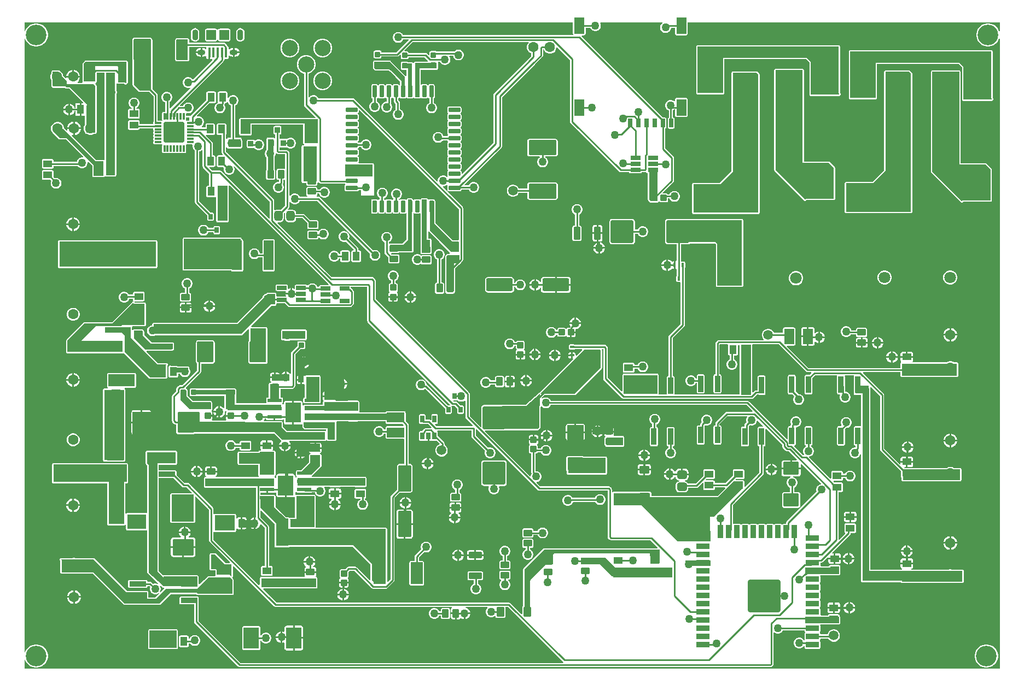
<source format=gtl>
G04*
G04 #@! TF.GenerationSoftware,Altium Limited,Altium Designer,23.7.1 (13)*
G04*
G04 Layer_Physical_Order=1*
G04 Layer_Color=255*
%FSLAX44Y44*%
%MOMM*%
G71*
G04*
G04 #@! TF.SameCoordinates,D80BC081-2A64-476D-8097-51FF93FC0A54*
G04*
G04*
G04 #@! TF.FilePolarity,Positive*
G04*
G01*
G75*
%ADD13C,0.2540*%
G04:AMPARAMS|DCode=15|XSize=1.55mm|YSize=2.6mm|CornerRadius=0.0775mm|HoleSize=0mm|Usage=FLASHONLY|Rotation=180.000|XOffset=0mm|YOffset=0mm|HoleType=Round|Shape=RoundedRectangle|*
%AMROUNDEDRECTD15*
21,1,1.5500,2.4450,0,0,180.0*
21,1,1.3950,2.6000,0,0,180.0*
1,1,0.1550,-0.6975,1.2225*
1,1,0.1550,0.6975,1.2225*
1,1,0.1550,0.6975,-1.2225*
1,1,0.1550,-0.6975,-1.2225*
%
%ADD15ROUNDEDRECTD15*%
G04:AMPARAMS|DCode=16|XSize=0.6mm|YSize=1.35mm|CornerRadius=0.03mm|HoleSize=0mm|Usage=FLASHONLY|Rotation=180.000|XOffset=0mm|YOffset=0mm|HoleType=Round|Shape=RoundedRectangle|*
%AMROUNDEDRECTD16*
21,1,0.6000,1.2900,0,0,180.0*
21,1,0.5400,1.3500,0,0,180.0*
1,1,0.0600,-0.2700,0.6450*
1,1,0.0600,0.2700,0.6450*
1,1,0.0600,0.2700,-0.6450*
1,1,0.0600,-0.2700,-0.6450*
%
%ADD16ROUNDEDRECTD16*%
G04:AMPARAMS|DCode=17|XSize=1.6mm|YSize=0.4mm|CornerRadius=0.02mm|HoleSize=0mm|Usage=FLASHONLY|Rotation=90.000|XOffset=0mm|YOffset=0mm|HoleType=Round|Shape=RoundedRectangle|*
%AMROUNDEDRECTD17*
21,1,1.6000,0.3600,0,0,90.0*
21,1,1.5600,0.4000,0,0,90.0*
1,1,0.0400,0.1800,0.7800*
1,1,0.0400,0.1800,-0.7800*
1,1,0.0400,-0.1800,-0.7800*
1,1,0.0400,-0.1800,0.7800*
%
%ADD17ROUNDEDRECTD17*%
G04:AMPARAMS|DCode=18|XSize=1.5mm|YSize=1.55mm|CornerRadius=0.075mm|HoleSize=0mm|Usage=FLASHONLY|Rotation=0.000|XOffset=0mm|YOffset=0mm|HoleType=Round|Shape=RoundedRectangle|*
%AMROUNDEDRECTD18*
21,1,1.5000,1.4000,0,0,0.0*
21,1,1.3500,1.5500,0,0,0.0*
1,1,0.1500,0.6750,-0.7000*
1,1,0.1500,-0.6750,-0.7000*
1,1,0.1500,-0.6750,0.7000*
1,1,0.1500,0.6750,0.7000*
%
%ADD18ROUNDEDRECTD18*%
G04:AMPARAMS|DCode=19|XSize=1mm|YSize=2mm|CornerRadius=0.05mm|HoleSize=0mm|Usage=FLASHONLY|Rotation=0.000|XOffset=0mm|YOffset=0mm|HoleType=Round|Shape=RoundedRectangle|*
%AMROUNDEDRECTD19*
21,1,1.0000,1.9000,0,0,0.0*
21,1,0.9000,2.0000,0,0,0.0*
1,1,0.1000,0.4500,-0.9500*
1,1,0.1000,-0.4500,-0.9500*
1,1,0.1000,-0.4500,0.9500*
1,1,0.1000,0.4500,0.9500*
%
%ADD19ROUNDEDRECTD19*%
G04:AMPARAMS|DCode=20|XSize=1mm|YSize=2mm|CornerRadius=0.05mm|HoleSize=0mm|Usage=FLASHONLY|Rotation=90.000|XOffset=0mm|YOffset=0mm|HoleType=Round|Shape=RoundedRectangle|*
%AMROUNDEDRECTD20*
21,1,1.0000,1.9000,0,0,90.0*
21,1,0.9000,2.0000,0,0,90.0*
1,1,0.1000,0.9500,0.4500*
1,1,0.1000,0.9500,-0.4500*
1,1,0.1000,-0.9500,-0.4500*
1,1,0.1000,-0.9500,0.4500*
%
%ADD20ROUNDEDRECTD20*%
G04:AMPARAMS|DCode=21|XSize=1.1mm|YSize=0.6mm|CornerRadius=0.03mm|HoleSize=0mm|Usage=FLASHONLY|Rotation=270.000|XOffset=0mm|YOffset=0mm|HoleType=Round|Shape=RoundedRectangle|*
%AMROUNDEDRECTD21*
21,1,1.1000,0.5400,0,0,270.0*
21,1,1.0400,0.6000,0,0,270.0*
1,1,0.0600,-0.2700,-0.5200*
1,1,0.0600,-0.2700,0.5200*
1,1,0.0600,0.2700,0.5200*
1,1,0.0600,0.2700,-0.5200*
%
%ADD21ROUNDEDRECTD21*%
G04:AMPARAMS|DCode=22|XSize=0.8mm|YSize=2.6mm|CornerRadius=0.04mm|HoleSize=0mm|Usage=FLASHONLY|Rotation=90.000|XOffset=0mm|YOffset=0mm|HoleType=Round|Shape=RoundedRectangle|*
%AMROUNDEDRECTD22*
21,1,0.8000,2.5200,0,0,90.0*
21,1,0.7200,2.6000,0,0,90.0*
1,1,0.0800,1.2600,0.3600*
1,1,0.0800,1.2600,-0.3600*
1,1,0.0800,-1.2600,-0.3600*
1,1,0.0800,-1.2600,0.3600*
%
%ADD22ROUNDEDRECTD22*%
G04:AMPARAMS|DCode=23|XSize=1.778mm|YSize=3.175mm|CornerRadius=0.0889mm|HoleSize=0mm|Usage=FLASHONLY|Rotation=180.000|XOffset=0mm|YOffset=0mm|HoleType=Round|Shape=RoundedRectangle|*
%AMROUNDEDRECTD23*
21,1,1.7780,2.9972,0,0,180.0*
21,1,1.6002,3.1750,0,0,180.0*
1,1,0.1778,-0.8001,1.4986*
1,1,0.1778,0.8001,1.4986*
1,1,0.1778,0.8001,-1.4986*
1,1,0.1778,-0.8001,-1.4986*
%
%ADD23ROUNDEDRECTD23*%
G04:AMPARAMS|DCode=24|XSize=0.95mm|YSize=0.95mm|CornerRadius=0.0475mm|HoleSize=0mm|Usage=FLASHONLY|Rotation=180.000|XOffset=0mm|YOffset=0mm|HoleType=Round|Shape=RoundedRectangle|*
%AMROUNDEDRECTD24*
21,1,0.9500,0.8550,0,0,180.0*
21,1,0.8550,0.9500,0,0,180.0*
1,1,0.0950,-0.4275,0.4275*
1,1,0.0950,0.4275,0.4275*
1,1,0.0950,0.4275,-0.4275*
1,1,0.0950,-0.4275,-0.4275*
%
%ADD24ROUNDEDRECTD24*%
G04:AMPARAMS|DCode=25|XSize=0.8mm|YSize=0.8mm|CornerRadius=0.02mm|HoleSize=0mm|Usage=FLASHONLY|Rotation=0.000|XOffset=0mm|YOffset=0mm|HoleType=Round|Shape=RoundedRectangle|*
%AMROUNDEDRECTD25*
21,1,0.8000,0.7600,0,0,0.0*
21,1,0.7600,0.8000,0,0,0.0*
1,1,0.0400,0.3800,-0.3800*
1,1,0.0400,-0.3800,-0.3800*
1,1,0.0400,-0.3800,0.3800*
1,1,0.0400,0.3800,0.3800*
%
%ADD25ROUNDEDRECTD25*%
G04:AMPARAMS|DCode=26|XSize=1.1mm|YSize=1.4mm|CornerRadius=0.055mm|HoleSize=0mm|Usage=FLASHONLY|Rotation=270.000|XOffset=0mm|YOffset=0mm|HoleType=Round|Shape=RoundedRectangle|*
%AMROUNDEDRECTD26*
21,1,1.1000,1.2900,0,0,270.0*
21,1,0.9900,1.4000,0,0,270.0*
1,1,0.1100,-0.6450,-0.4950*
1,1,0.1100,-0.6450,0.4950*
1,1,0.1100,0.6450,0.4950*
1,1,0.1100,0.6450,-0.4950*
%
%ADD26ROUNDEDRECTD26*%
G04:AMPARAMS|DCode=27|XSize=0.8mm|YSize=2.6mm|CornerRadius=0.04mm|HoleSize=0mm|Usage=FLASHONLY|Rotation=180.000|XOffset=0mm|YOffset=0mm|HoleType=Round|Shape=RoundedRectangle|*
%AMROUNDEDRECTD27*
21,1,0.8000,2.5200,0,0,180.0*
21,1,0.7200,2.6000,0,0,180.0*
1,1,0.0800,-0.3600,1.2600*
1,1,0.0800,0.3600,1.2600*
1,1,0.0800,0.3600,-1.2600*
1,1,0.0800,-0.3600,-1.2600*
%
%ADD27ROUNDEDRECTD27*%
G04:AMPARAMS|DCode=28|XSize=1.85mm|YSize=3.45mm|CornerRadius=0.0925mm|HoleSize=0mm|Usage=FLASHONLY|Rotation=180.000|XOffset=0mm|YOffset=0mm|HoleType=Round|Shape=RoundedRectangle|*
%AMROUNDEDRECTD28*
21,1,1.8500,3.2650,0,0,180.0*
21,1,1.6650,3.4500,0,0,180.0*
1,1,0.1850,-0.8325,1.6325*
1,1,0.1850,0.8325,1.6325*
1,1,0.1850,0.8325,-1.6325*
1,1,0.1850,-0.8325,-1.6325*
%
%ADD28ROUNDEDRECTD28*%
G04:AMPARAMS|DCode=29|XSize=3.1mm|YSize=2.4mm|CornerRadius=0.12mm|HoleSize=0mm|Usage=FLASHONLY|Rotation=90.000|XOffset=0mm|YOffset=0mm|HoleType=Round|Shape=RoundedRectangle|*
%AMROUNDEDRECTD29*
21,1,3.1000,2.1600,0,0,90.0*
21,1,2.8600,2.4000,0,0,90.0*
1,1,0.2400,1.0800,1.4300*
1,1,0.2400,1.0800,-1.4300*
1,1,0.2400,-1.0800,-1.4300*
1,1,0.2400,-1.0800,1.4300*
%
%ADD29ROUNDEDRECTD29*%
G04:AMPARAMS|DCode=30|XSize=0.5mm|YSize=2.2mm|CornerRadius=0.025mm|HoleSize=0mm|Usage=FLASHONLY|Rotation=90.000|XOffset=0mm|YOffset=0mm|HoleType=Round|Shape=RoundedRectangle|*
%AMROUNDEDRECTD30*
21,1,0.5000,2.1500,0,0,90.0*
21,1,0.4500,2.2000,0,0,90.0*
1,1,0.0500,1.0750,0.2250*
1,1,0.0500,1.0750,-0.2250*
1,1,0.0500,-1.0750,-0.2250*
1,1,0.0500,-1.0750,0.2250*
%
%ADD30ROUNDEDRECTD30*%
G04:AMPARAMS|DCode=31|XSize=2.5mm|YSize=3.2mm|CornerRadius=0.125mm|HoleSize=0mm|Usage=FLASHONLY|Rotation=0.000|XOffset=0mm|YOffset=0mm|HoleType=Round|Shape=RoundedRectangle|*
%AMROUNDEDRECTD31*
21,1,2.5000,2.9500,0,0,0.0*
21,1,2.2500,3.2000,0,0,0.0*
1,1,0.2500,1.1250,-1.4750*
1,1,0.2500,-1.1250,-1.4750*
1,1,0.2500,-1.1250,1.4750*
1,1,0.2500,1.1250,1.4750*
%
%ADD31ROUNDEDRECTD31*%
G04:AMPARAMS|DCode=32|XSize=5mm|YSize=5mm|CornerRadius=0.25mm|HoleSize=0mm|Usage=FLASHONLY|Rotation=0.000|XOffset=0mm|YOffset=0mm|HoleType=Round|Shape=RoundedRectangle|*
%AMROUNDEDRECTD32*
21,1,5.0000,4.5000,0,0,0.0*
21,1,4.5000,5.0000,0,0,0.0*
1,1,0.5000,2.2500,-2.2500*
1,1,0.5000,-2.2500,-2.2500*
1,1,0.5000,-2.2500,2.2500*
1,1,0.5000,2.2500,2.2500*
%
%ADD32ROUNDEDRECTD32*%
G04:AMPARAMS|DCode=33|XSize=2mm|YSize=0.9mm|CornerRadius=0.045mm|HoleSize=0mm|Usage=FLASHONLY|Rotation=0.000|XOffset=0mm|YOffset=0mm|HoleType=Round|Shape=RoundedRectangle|*
%AMROUNDEDRECTD33*
21,1,2.0000,0.8100,0,0,0.0*
21,1,1.9100,0.9000,0,0,0.0*
1,1,0.0900,0.9550,-0.4050*
1,1,0.0900,-0.9550,-0.4050*
1,1,0.0900,-0.9550,0.4050*
1,1,0.0900,0.9550,0.4050*
%
%ADD33ROUNDEDRECTD33*%
G04:AMPARAMS|DCode=34|XSize=2mm|YSize=0.9mm|CornerRadius=0.045mm|HoleSize=0mm|Usage=FLASHONLY|Rotation=90.000|XOffset=0mm|YOffset=0mm|HoleType=Round|Shape=RoundedRectangle|*
%AMROUNDEDRECTD34*
21,1,2.0000,0.8100,0,0,90.0*
21,1,1.9100,0.9000,0,0,90.0*
1,1,0.0900,0.4050,0.9550*
1,1,0.0900,0.4050,-0.9550*
1,1,0.0900,-0.4050,-0.9550*
1,1,0.0900,-0.4050,0.9550*
%
%ADD34ROUNDEDRECTD34*%
G04:AMPARAMS|DCode=35|XSize=1.143mm|YSize=1.5mm|CornerRadius=0.0572mm|HoleSize=0mm|Usage=FLASHONLY|Rotation=90.000|XOffset=0mm|YOffset=0mm|HoleType=Round|Shape=RoundedRectangle|*
%AMROUNDEDRECTD35*
21,1,1.1430,1.3857,0,0,90.0*
21,1,1.0287,1.5000,0,0,90.0*
1,1,0.1143,0.6929,0.5143*
1,1,0.1143,0.6929,-0.5143*
1,1,0.1143,-0.6929,-0.5143*
1,1,0.1143,-0.6929,0.5143*
%
%ADD35ROUNDEDRECTD35*%
G04:AMPARAMS|DCode=36|XSize=1.143mm|YSize=1.5mm|CornerRadius=0.0572mm|HoleSize=0mm|Usage=FLASHONLY|Rotation=0.000|XOffset=0mm|YOffset=0mm|HoleType=Round|Shape=RoundedRectangle|*
%AMROUNDEDRECTD36*
21,1,1.1430,1.3857,0,0,0.0*
21,1,1.0287,1.5000,0,0,0.0*
1,1,0.1143,0.5143,-0.6929*
1,1,0.1143,-0.5143,-0.6929*
1,1,0.1143,-0.5143,0.6929*
1,1,0.1143,0.5143,0.6929*
%
%ADD36ROUNDEDRECTD36*%
G04:AMPARAMS|DCode=37|XSize=1.3mm|YSize=1mm|CornerRadius=0.05mm|HoleSize=0mm|Usage=FLASHONLY|Rotation=180.000|XOffset=0mm|YOffset=0mm|HoleType=Round|Shape=RoundedRectangle|*
%AMROUNDEDRECTD37*
21,1,1.3000,0.9000,0,0,180.0*
21,1,1.2000,1.0000,0,0,180.0*
1,1,0.1000,-0.6000,0.4500*
1,1,0.1000,0.6000,0.4500*
1,1,0.1000,0.6000,-0.4500*
1,1,0.1000,-0.6000,-0.4500*
%
%ADD37ROUNDEDRECTD37*%
G04:AMPARAMS|DCode=38|XSize=0.6mm|YSize=0.4mm|CornerRadius=0.02mm|HoleSize=0mm|Usage=FLASHONLY|Rotation=180.000|XOffset=0mm|YOffset=0mm|HoleType=Round|Shape=RoundedRectangle|*
%AMROUNDEDRECTD38*
21,1,0.6000,0.3600,0,0,180.0*
21,1,0.5600,0.4000,0,0,180.0*
1,1,0.0400,-0.2800,0.1800*
1,1,0.0400,0.2800,0.1800*
1,1,0.0400,0.2800,-0.1800*
1,1,0.0400,-0.2800,-0.1800*
%
%ADD38ROUNDEDRECTD38*%
G04:AMPARAMS|DCode=39|XSize=0.6mm|YSize=1.8mm|CornerRadius=0.015mm|HoleSize=0mm|Usage=FLASHONLY|Rotation=90.000|XOffset=0mm|YOffset=0mm|HoleType=Round|Shape=RoundedRectangle|*
%AMROUNDEDRECTD39*
21,1,0.6000,1.7700,0,0,90.0*
21,1,0.5700,1.8000,0,0,90.0*
1,1,0.0300,0.8850,0.2850*
1,1,0.0300,0.8850,-0.2850*
1,1,0.0300,-0.8850,-0.2850*
1,1,0.0300,-0.8850,0.2850*
%
%ADD39ROUNDEDRECTD39*%
G04:AMPARAMS|DCode=40|XSize=0.6mm|YSize=1.8mm|CornerRadius=0.015mm|HoleSize=0mm|Usage=FLASHONLY|Rotation=180.000|XOffset=0mm|YOffset=0mm|HoleType=Round|Shape=RoundedRectangle|*
%AMROUNDEDRECTD40*
21,1,0.6000,1.7700,0,0,180.0*
21,1,0.5700,1.8000,0,0,180.0*
1,1,0.0300,-0.2850,0.8850*
1,1,0.0300,0.2850,0.8850*
1,1,0.0300,0.2850,-0.8850*
1,1,0.0300,-0.2850,-0.8850*
%
%ADD40ROUNDEDRECTD40*%
G04:AMPARAMS|DCode=41|XSize=0.6mm|YSize=0.9mm|CornerRadius=0.03mm|HoleSize=0mm|Usage=FLASHONLY|Rotation=0.000|XOffset=0mm|YOffset=0mm|HoleType=Round|Shape=RoundedRectangle|*
%AMROUNDEDRECTD41*
21,1,0.6000,0.8400,0,0,0.0*
21,1,0.5400,0.9000,0,0,0.0*
1,1,0.0600,0.2700,-0.4200*
1,1,0.0600,-0.2700,-0.4200*
1,1,0.0600,-0.2700,0.4200*
1,1,0.0600,0.2700,0.4200*
%
%ADD41ROUNDEDRECTD41*%
G04:AMPARAMS|DCode=42|XSize=1.1mm|YSize=1.4mm|CornerRadius=0.055mm|HoleSize=0mm|Usage=FLASHONLY|Rotation=0.000|XOffset=0mm|YOffset=0mm|HoleType=Round|Shape=RoundedRectangle|*
%AMROUNDEDRECTD42*
21,1,1.1000,1.2900,0,0,0.0*
21,1,0.9900,1.4000,0,0,0.0*
1,1,0.1100,0.4950,-0.6450*
1,1,0.1100,-0.4950,-0.6450*
1,1,0.1100,-0.4950,0.6450*
1,1,0.1100,0.4950,0.6450*
%
%ADD42ROUNDEDRECTD42*%
G04:AMPARAMS|DCode=43|XSize=2.3mm|YSize=4.3mm|CornerRadius=0.115mm|HoleSize=0mm|Usage=FLASHONLY|Rotation=90.000|XOffset=0mm|YOffset=0mm|HoleType=Round|Shape=RoundedRectangle|*
%AMROUNDEDRECTD43*
21,1,2.3000,4.0700,0,0,90.0*
21,1,2.0700,4.3000,0,0,90.0*
1,1,0.2300,2.0350,1.0350*
1,1,0.2300,2.0350,-1.0350*
1,1,0.2300,-2.0350,-1.0350*
1,1,0.2300,-2.0350,1.0350*
%
%ADD43ROUNDEDRECTD43*%
G04:AMPARAMS|DCode=44|XSize=0.8mm|YSize=0.8mm|CornerRadius=0.02mm|HoleSize=0mm|Usage=FLASHONLY|Rotation=90.000|XOffset=0mm|YOffset=0mm|HoleType=Round|Shape=RoundedRectangle|*
%AMROUNDEDRECTD44*
21,1,0.8000,0.7600,0,0,90.0*
21,1,0.7600,0.8000,0,0,90.0*
1,1,0.0400,0.3800,0.3800*
1,1,0.0400,0.3800,-0.3800*
1,1,0.0400,-0.3800,-0.3800*
1,1,0.0400,-0.3800,0.3800*
%
%ADD44ROUNDEDRECTD44*%
G04:AMPARAMS|DCode=45|XSize=0.6mm|YSize=1.6mm|CornerRadius=0.03mm|HoleSize=0mm|Usage=FLASHONLY|Rotation=90.000|XOffset=0mm|YOffset=0mm|HoleType=Round|Shape=RoundedRectangle|*
%AMROUNDEDRECTD45*
21,1,0.6000,1.5400,0,0,90.0*
21,1,0.5400,1.6000,0,0,90.0*
1,1,0.0600,0.7700,0.2700*
1,1,0.0600,0.7700,-0.2700*
1,1,0.0600,-0.7700,-0.2700*
1,1,0.0600,-0.7700,0.2700*
%
%ADD45ROUNDEDRECTD45*%
G04:AMPARAMS|DCode=46|XSize=1.6mm|YSize=2.7mm|CornerRadius=0.08mm|HoleSize=0mm|Usage=FLASHONLY|Rotation=270.000|XOffset=0mm|YOffset=0mm|HoleType=Round|Shape=RoundedRectangle|*
%AMROUNDEDRECTD46*
21,1,1.6000,2.5400,0,0,270.0*
21,1,1.4400,2.7000,0,0,270.0*
1,1,0.1600,-1.2700,-0.7200*
1,1,0.1600,-1.2700,0.7200*
1,1,0.1600,1.2700,0.7200*
1,1,0.1600,1.2700,-0.7200*
%
%ADD46ROUNDEDRECTD46*%
G04:AMPARAMS|DCode=47|XSize=1.5mm|YSize=0.6mm|CornerRadius=0.03mm|HoleSize=0mm|Usage=FLASHONLY|Rotation=180.000|XOffset=0mm|YOffset=0mm|HoleType=Round|Shape=RoundedRectangle|*
%AMROUNDEDRECTD47*
21,1,1.5000,0.5400,0,0,180.0*
21,1,1.4400,0.6000,0,0,180.0*
1,1,0.0600,-0.7200,0.2700*
1,1,0.0600,0.7200,0.2700*
1,1,0.0600,0.7200,-0.2700*
1,1,0.0600,-0.7200,-0.2700*
%
%ADD47ROUNDEDRECTD47*%
G04:AMPARAMS|DCode=48|XSize=1.5mm|YSize=1.3mm|CornerRadius=0.325mm|HoleSize=0mm|Usage=FLASHONLY|Rotation=270.000|XOffset=0mm|YOffset=0mm|HoleType=Round|Shape=RoundedRectangle|*
%AMROUNDEDRECTD48*
21,1,1.5000,0.6500,0,0,270.0*
21,1,0.8500,1.3000,0,0,270.0*
1,1,0.6500,-0.3250,-0.4250*
1,1,0.6500,-0.3250,0.4250*
1,1,0.6500,0.3250,0.4250*
1,1,0.6500,0.3250,-0.4250*
%
%ADD48ROUNDEDRECTD48*%
G04:AMPARAMS|DCode=49|XSize=1.5mm|YSize=1.3mm|CornerRadius=0.325mm|HoleSize=0mm|Usage=FLASHONLY|Rotation=180.000|XOffset=0mm|YOffset=0mm|HoleType=Round|Shape=RoundedRectangle|*
%AMROUNDEDRECTD49*
21,1,1.5000,0.6500,0,0,180.0*
21,1,0.8500,1.3000,0,0,180.0*
1,1,0.6500,-0.4250,0.3250*
1,1,0.6500,0.4250,0.3250*
1,1,0.6500,0.4250,-0.3250*
1,1,0.6500,-0.4250,-0.3250*
%
%ADD49ROUNDEDRECTD49*%
G04:AMPARAMS|DCode=50|XSize=0.8mm|YSize=0.9mm|CornerRadius=0.04mm|HoleSize=0mm|Usage=FLASHONLY|Rotation=0.000|XOffset=0mm|YOffset=0mm|HoleType=Round|Shape=RoundedRectangle|*
%AMROUNDEDRECTD50*
21,1,0.8000,0.8200,0,0,0.0*
21,1,0.7200,0.9000,0,0,0.0*
1,1,0.0800,0.3600,-0.4100*
1,1,0.0800,-0.3600,-0.4100*
1,1,0.0800,-0.3600,0.4100*
1,1,0.0800,0.3600,0.4100*
%
%ADD50ROUNDEDRECTD50*%
G04:AMPARAMS|DCode=51|XSize=1.3mm|YSize=1mm|CornerRadius=0.05mm|HoleSize=0mm|Usage=FLASHONLY|Rotation=90.000|XOffset=0mm|YOffset=0mm|HoleType=Round|Shape=RoundedRectangle|*
%AMROUNDEDRECTD51*
21,1,1.3000,0.9000,0,0,90.0*
21,1,1.2000,1.0000,0,0,90.0*
1,1,0.1000,0.4500,0.6000*
1,1,0.1000,0.4500,-0.6000*
1,1,0.1000,-0.4500,-0.6000*
1,1,0.1000,-0.4500,0.6000*
%
%ADD51ROUNDEDRECTD51*%
G04:AMPARAMS|DCode=52|XSize=1.5mm|YSize=2.4mm|CornerRadius=0.075mm|HoleSize=0mm|Usage=FLASHONLY|Rotation=0.000|XOffset=0mm|YOffset=0mm|HoleType=Round|Shape=RoundedRectangle|*
%AMROUNDEDRECTD52*
21,1,1.5000,2.2500,0,0,0.0*
21,1,1.3500,2.4000,0,0,0.0*
1,1,0.1500,0.6750,-1.1250*
1,1,0.1500,-0.6750,-1.1250*
1,1,0.1500,-0.6750,1.1250*
1,1,0.1500,0.6750,1.1250*
%
%ADD52ROUNDEDRECTD52*%
G04:AMPARAMS|DCode=53|XSize=0.5mm|YSize=0.5mm|CornerRadius=0.025mm|HoleSize=0mm|Usage=FLASHONLY|Rotation=90.000|XOffset=0mm|YOffset=0mm|HoleType=Round|Shape=RoundedRectangle|*
%AMROUNDEDRECTD53*
21,1,0.5000,0.4500,0,0,90.0*
21,1,0.4500,0.5000,0,0,90.0*
1,1,0.0500,0.2250,0.2250*
1,1,0.0500,0.2250,-0.2250*
1,1,0.0500,-0.2250,-0.2250*
1,1,0.0500,-0.2250,0.2250*
%
%ADD53ROUNDEDRECTD53*%
G04:AMPARAMS|DCode=54|XSize=0.3mm|YSize=1mm|CornerRadius=0.015mm|HoleSize=0mm|Usage=FLASHONLY|Rotation=0.000|XOffset=0mm|YOffset=0mm|HoleType=Round|Shape=RoundedRectangle|*
%AMROUNDEDRECTD54*
21,1,0.3000,0.9700,0,0,0.0*
21,1,0.2700,1.0000,0,0,0.0*
1,1,0.0300,0.1350,-0.4850*
1,1,0.0300,-0.1350,-0.4850*
1,1,0.0300,-0.1350,0.4850*
1,1,0.0300,0.1350,0.4850*
%
%ADD54ROUNDEDRECTD54*%
G04:AMPARAMS|DCode=55|XSize=0.3mm|YSize=1mm|CornerRadius=0.015mm|HoleSize=0mm|Usage=FLASHONLY|Rotation=270.000|XOffset=0mm|YOffset=0mm|HoleType=Round|Shape=RoundedRectangle|*
%AMROUNDEDRECTD55*
21,1,0.3000,0.9700,0,0,270.0*
21,1,0.2700,1.0000,0,0,270.0*
1,1,0.0300,-0.4850,-0.1350*
1,1,0.0300,-0.4850,0.1350*
1,1,0.0300,0.4850,0.1350*
1,1,0.0300,0.4850,-0.1350*
%
%ADD55ROUNDEDRECTD55*%
G04:AMPARAMS|DCode=56|XSize=3.15mm|YSize=3.15mm|CornerRadius=0.1575mm|HoleSize=0mm|Usage=FLASHONLY|Rotation=270.000|XOffset=0mm|YOffset=0mm|HoleType=Round|Shape=RoundedRectangle|*
%AMROUNDEDRECTD56*
21,1,3.1500,2.8350,0,0,270.0*
21,1,2.8350,3.1500,0,0,270.0*
1,1,0.3150,-1.4175,-1.4175*
1,1,0.3150,-1.4175,1.4175*
1,1,0.3150,1.4175,1.4175*
1,1,0.3150,1.4175,-1.4175*
%
%ADD56ROUNDEDRECTD56*%
G04:AMPARAMS|DCode=57|XSize=3.52mm|YSize=3.52mm|CornerRadius=0.176mm|HoleSize=0mm|Usage=FLASHONLY|Rotation=180.000|XOffset=0mm|YOffset=0mm|HoleType=Round|Shape=RoundedRectangle|*
%AMROUNDEDRECTD57*
21,1,3.5200,3.1680,0,0,180.0*
21,1,3.1680,3.5200,0,0,180.0*
1,1,0.3520,-1.5840,1.5840*
1,1,0.3520,1.5840,1.5840*
1,1,0.3520,1.5840,-1.5840*
1,1,0.3520,-1.5840,-1.5840*
%
%ADD57ROUNDEDRECTD57*%
G04:AMPARAMS|DCode=58|XSize=0.6mm|YSize=0.4mm|CornerRadius=0.02mm|HoleSize=0mm|Usage=FLASHONLY|Rotation=90.000|XOffset=0mm|YOffset=0mm|HoleType=Round|Shape=RoundedRectangle|*
%AMROUNDEDRECTD58*
21,1,0.6000,0.3600,0,0,90.0*
21,1,0.5600,0.4000,0,0,90.0*
1,1,0.0400,0.1800,0.2800*
1,1,0.0400,0.1800,-0.2800*
1,1,0.0400,-0.1800,-0.2800*
1,1,0.0400,-0.1800,0.2800*
%
%ADD58ROUNDEDRECTD58*%
G04:AMPARAMS|DCode=59|XSize=3.52mm|YSize=3.52mm|CornerRadius=0.176mm|HoleSize=0mm|Usage=FLASHONLY|Rotation=270.000|XOffset=0mm|YOffset=0mm|HoleType=Round|Shape=RoundedRectangle|*
%AMROUNDEDRECTD59*
21,1,3.5200,3.1680,0,0,270.0*
21,1,3.1680,3.5200,0,0,270.0*
1,1,0.3520,-1.5840,-1.5840*
1,1,0.3520,-1.5840,1.5840*
1,1,0.3520,1.5840,1.5840*
1,1,0.3520,1.5840,-1.5840*
%
%ADD59ROUNDEDRECTD59*%
%ADD60R,1.1000X1.4000*%
G04:AMPARAMS|DCode=61|XSize=3.3mm|YSize=2.5mm|CornerRadius=0.125mm|HoleSize=0mm|Usage=FLASHONLY|Rotation=90.000|XOffset=0mm|YOffset=0mm|HoleType=Round|Shape=RoundedRectangle|*
%AMROUNDEDRECTD61*
21,1,3.3000,2.2500,0,0,90.0*
21,1,3.0500,2.5000,0,0,90.0*
1,1,0.2500,1.1250,1.5250*
1,1,0.2500,1.1250,-1.5250*
1,1,0.2500,-1.1250,-1.5250*
1,1,0.2500,-1.1250,1.5250*
%
%ADD61ROUNDEDRECTD61*%
G04:AMPARAMS|DCode=62|XSize=4mm|YSize=2mm|CornerRadius=0.1mm|HoleSize=0mm|Usage=FLASHONLY|Rotation=90.000|XOffset=0mm|YOffset=0mm|HoleType=Round|Shape=RoundedRectangle|*
%AMROUNDEDRECTD62*
21,1,4.0000,1.8000,0,0,90.0*
21,1,3.8000,2.0000,0,0,90.0*
1,1,0.2000,0.9000,1.9000*
1,1,0.2000,0.9000,-1.9000*
1,1,0.2000,-0.9000,-1.9000*
1,1,0.2000,-0.9000,1.9000*
%
%ADD62ROUNDEDRECTD62*%
G04:AMPARAMS|DCode=63|XSize=0.95mm|YSize=0.95mm|CornerRadius=0.0475mm|HoleSize=0mm|Usage=FLASHONLY|Rotation=90.000|XOffset=0mm|YOffset=0mm|HoleType=Round|Shape=RoundedRectangle|*
%AMROUNDEDRECTD63*
21,1,0.9500,0.8550,0,0,90.0*
21,1,0.8550,0.9500,0,0,90.0*
1,1,0.0950,0.4275,0.4275*
1,1,0.0950,0.4275,-0.4275*
1,1,0.0950,-0.4275,-0.4275*
1,1,0.0950,-0.4275,0.4275*
%
%ADD63ROUNDEDRECTD63*%
G04:AMPARAMS|DCode=64|XSize=4.1mm|YSize=2mm|CornerRadius=0.25mm|HoleSize=0mm|Usage=FLASHONLY|Rotation=180.000|XOffset=0mm|YOffset=0mm|HoleType=Round|Shape=RoundedRectangle|*
%AMROUNDEDRECTD64*
21,1,4.1000,1.5000,0,0,180.0*
21,1,3.6000,2.0000,0,0,180.0*
1,1,0.5000,-1.8000,0.7500*
1,1,0.5000,1.8000,0.7500*
1,1,0.5000,1.8000,-0.7500*
1,1,0.5000,-1.8000,-0.7500*
%
%ADD64ROUNDEDRECTD64*%
G04:AMPARAMS|DCode=65|XSize=2.4mm|YSize=3.3mm|CornerRadius=0.12mm|HoleSize=0mm|Usage=FLASHONLY|Rotation=180.000|XOffset=0mm|YOffset=0mm|HoleType=Round|Shape=RoundedRectangle|*
%AMROUNDEDRECTD65*
21,1,2.4000,3.0600,0,0,180.0*
21,1,2.1600,3.3000,0,0,180.0*
1,1,0.2400,-1.0800,1.5300*
1,1,0.2400,1.0800,1.5300*
1,1,0.2400,1.0800,-1.5300*
1,1,0.2400,-1.0800,-1.5300*
%
%ADD65ROUNDEDRECTD65*%
G04:AMPARAMS|DCode=66|XSize=3.3mm|YSize=2.5mm|CornerRadius=0.125mm|HoleSize=0mm|Usage=FLASHONLY|Rotation=180.000|XOffset=0mm|YOffset=0mm|HoleType=Round|Shape=RoundedRectangle|*
%AMROUNDEDRECTD66*
21,1,3.3000,2.2500,0,0,180.0*
21,1,3.0500,2.5000,0,0,180.0*
1,1,0.2500,-1.5250,1.1250*
1,1,0.2500,1.5250,1.1250*
1,1,0.2500,1.5250,-1.1250*
1,1,0.2500,-1.5250,-1.1250*
%
%ADD66ROUNDEDRECTD66*%
G04:AMPARAMS|DCode=67|XSize=1.5mm|YSize=4.6mm|CornerRadius=0.075mm|HoleSize=0mm|Usage=FLASHONLY|Rotation=180.000|XOffset=0mm|YOffset=0mm|HoleType=Round|Shape=RoundedRectangle|*
%AMROUNDEDRECTD67*
21,1,1.5000,4.4500,0,0,180.0*
21,1,1.3500,4.6000,0,0,180.0*
1,1,0.1500,-0.6750,2.2250*
1,1,0.1500,0.6750,2.2250*
1,1,0.1500,0.6750,-2.2250*
1,1,0.1500,-0.6750,-2.2250*
%
%ADD67ROUNDEDRECTD67*%
G04:AMPARAMS|DCode=68|XSize=2mm|YSize=2.4mm|CornerRadius=0.1mm|HoleSize=0mm|Usage=FLASHONLY|Rotation=90.000|XOffset=0mm|YOffset=0mm|HoleType=Round|Shape=RoundedRectangle|*
%AMROUNDEDRECTD68*
21,1,2.0000,2.2000,0,0,90.0*
21,1,1.8000,2.4000,0,0,90.0*
1,1,0.2000,1.1000,0.9000*
1,1,0.2000,1.1000,-0.9000*
1,1,0.2000,-1.1000,-0.9000*
1,1,0.2000,-1.1000,0.9000*
%
%ADD68ROUNDEDRECTD68*%
%ADD123C,1.8000*%
%ADD133R,2.1590X1.2700*%
%ADD134R,0.8890X29.7180*%
%ADD135R,7.4930X1.5842*%
%ADD136R,3.9370X0.8890*%
%ADD137R,5.5880X1.9050*%
%ADD138R,2.5400X4.4450*%
%ADD139R,5.8420X2.4130*%
%ADD140R,2.5400X1.2700*%
%ADD141R,3.1750X1.1430*%
%ADD142R,3.0480X3.6830*%
%ADD143R,2.6670X1.0160*%
%ADD144R,0.8890X3.6830*%
%ADD145R,3.5560X1.2700*%
%ADD146R,2.4130X5.3340*%
%ADD147R,4.0640X1.9050*%
%ADD148R,2.9210X2.2860*%
%ADD149R,2.7940X1.2700*%
%ADD150R,3.0480X2.4130*%
%ADD151R,3.4290X4.1910*%
%ADD152R,5.2070X1.5240*%
%ADD153R,4.4450X1.7780*%
%ADD154R,5.9690X3.6830*%
%ADD155R,1.9050X1.2700*%
%ADD156R,2.4130X8.8900*%
%ADD157R,3.0480X10.9220*%
%ADD158R,1.5240X5.4610*%
%ADD159R,4.1910X2.6670*%
%ADD160R,4.3180X1.9050*%
%ADD161R,2.1590X5.4610*%
%ADD162R,0.8890X5.9690*%
%ADD163R,1.3970X4.1910*%
%ADD164R,1.3970X15.8750*%
%ADD165R,1.9050X4.3180*%
%ADD166R,0.7550X0.9620*%
%ADD167R,14.9860X3.9370*%
%ADD168R,8.7630X4.6990*%
%ADD169R,8.5090X1.9050*%
%ADD170R,8.8900X1.6510*%
%ADD171R,9.3980X1.6510*%
%ADD172R,5.2070X1.0160*%
%ADD173R,5.2070X2.9210*%
%ADD174R,1.5240X7.7470*%
%ADD175R,9.1440X1.5240*%
%ADD176R,8.5090X1.3970*%
%ADD177R,1.3970X3.0480*%
%ADD178R,6.7310X0.7620*%
%ADD179R,4.6990X0.6350*%
%ADD180R,5.2070X1.3970*%
%ADD181R,15.2400X1.0160*%
%ADD182R,5.2070X1.6510*%
%ADD183R,11.3030X2.7940*%
%ADD184R,16.1290X1.5240*%
%ADD185R,8.5090X1.7780*%
%ADD186R,2.0320X3.9370*%
%ADD187R,8.3820X0.8890*%
%ADD188R,10.5410X1.1430*%
%ADD189R,2.2860X3.5560*%
%ADD190R,10.6680X1.2700*%
%ADD191C,1.6000*%
%ADD192C,3.2000*%
%ADD193O,1.2500X0.8000*%
%ADD194O,0.9000X1.7000*%
%ADD195C,1.5000*%
%ADD196C,0.3300*%
%ADD197C,2.5000*%
%ADD198C,1.4000*%
%ADD199C,3.5000*%
%ADD200C,1.2700*%
G36*
X1770940Y1249409D02*
X1769670Y1249157D01*
X1768551Y1251856D01*
X1766582Y1254804D01*
X1764074Y1257311D01*
X1761126Y1259281D01*
X1757850Y1260638D01*
X1754373Y1261330D01*
X1750827D01*
X1747350Y1260638D01*
X1744074Y1259281D01*
X1741126Y1257311D01*
X1738618Y1254804D01*
X1736649Y1251856D01*
X1735292Y1248580D01*
X1734600Y1245103D01*
Y1241557D01*
X1735292Y1238080D01*
X1736649Y1234804D01*
X1738618Y1231856D01*
X1741126Y1229349D01*
X1744074Y1227379D01*
X1747350Y1226022D01*
X1750827Y1225330D01*
X1754373D01*
X1757850Y1226022D01*
X1761126Y1227379D01*
X1764074Y1229349D01*
X1766582Y1231856D01*
X1768551Y1234804D01*
X1769670Y1237503D01*
X1770940Y1237251D01*
Y261060D01*
X261060D01*
Y274591D01*
X262330Y274843D01*
X263449Y272144D01*
X265418Y269196D01*
X267926Y266688D01*
X270874Y264719D01*
X274150Y263362D01*
X277627Y262670D01*
X281173D01*
X284650Y263362D01*
X287926Y264719D01*
X290874Y266688D01*
X293382Y269196D01*
X295351Y272144D01*
X296708Y275420D01*
X297400Y278897D01*
Y282443D01*
X296708Y285920D01*
X295351Y289196D01*
X293382Y292144D01*
X290874Y294652D01*
X287926Y296621D01*
X284650Y297978D01*
X281173Y298670D01*
X277627D01*
X274150Y297978D01*
X270874Y296621D01*
X267926Y294652D01*
X265418Y292144D01*
X263449Y289196D01*
X262330Y286497D01*
X261060Y286749D01*
Y1237251D01*
X262330Y1237503D01*
X263449Y1234804D01*
X265418Y1231856D01*
X267926Y1229349D01*
X270874Y1227379D01*
X274150Y1226022D01*
X277627Y1225330D01*
X281173D01*
X284650Y1226022D01*
X287926Y1227379D01*
X290874Y1229349D01*
X293382Y1231856D01*
X295351Y1234804D01*
X296708Y1238080D01*
X297400Y1241557D01*
Y1245103D01*
X296708Y1248580D01*
X295351Y1251856D01*
X293382Y1254804D01*
X290874Y1257311D01*
X287926Y1259281D01*
X284650Y1260638D01*
X281173Y1261330D01*
X277627D01*
X274150Y1260638D01*
X270874Y1259281D01*
X267926Y1257311D01*
X265418Y1254804D01*
X263449Y1251856D01*
X262330Y1249157D01*
X261060Y1249409D01*
Y1262940D01*
X1110075D01*
Y1245670D01*
X1110269Y1244694D01*
X1110250Y1244524D01*
X1109541Y1243424D01*
X846858D01*
X846152Y1244647D01*
X844597Y1246202D01*
X842693Y1247301D01*
X840569Y1247870D01*
X838371D01*
X836247Y1247301D01*
X834343Y1246202D01*
X832788Y1244647D01*
X831689Y1242743D01*
X831120Y1240619D01*
Y1238421D01*
X831689Y1236297D01*
X832788Y1234393D01*
X834343Y1232838D01*
X836247Y1231739D01*
X838371Y1231170D01*
X840569D01*
X842693Y1231739D01*
X844597Y1232838D01*
X846152Y1234393D01*
X847251Y1236297D01*
X847374Y1236756D01*
X855543D01*
X856029Y1235583D01*
X837011Y1216564D01*
X813762D01*
Y1217030D01*
X813592Y1217888D01*
X813105Y1218616D01*
X812378Y1219102D01*
X811519Y1219273D01*
X803919D01*
X803061Y1219102D01*
X802333Y1218616D01*
X801847Y1217888D01*
X801676Y1217030D01*
Y1209430D01*
X801847Y1208572D01*
X802333Y1207844D01*
X803061Y1207358D01*
X803919Y1207187D01*
X811519D01*
X812378Y1207358D01*
X813105Y1207844D01*
X813592Y1208572D01*
X813762Y1209430D01*
Y1209896D01*
X838392D01*
X839668Y1210150D01*
X840749Y1210872D01*
X842413Y1212536D01*
X843586Y1212050D01*
Y1208160D01*
X843757Y1207302D01*
X844243Y1206574D01*
X844971Y1206088D01*
X845829Y1205917D01*
X853429D01*
X854288Y1206088D01*
X855015Y1206574D01*
X855501Y1207302D01*
X855672Y1208160D01*
Y1208626D01*
X880572D01*
X885738Y1203459D01*
X885212Y1202189D01*
X866140D01*
X865360Y1202034D01*
X864698Y1201592D01*
X864256Y1200930D01*
X864101Y1200150D01*
Y1200041D01*
X863506Y1199845D01*
X862831Y1199830D01*
X862502Y1200322D01*
X861840Y1200764D01*
X861060Y1200919D01*
X855301D01*
X855015Y1201346D01*
X854288Y1201832D01*
X853429Y1202003D01*
X845829D01*
X844971Y1201832D01*
X844243Y1201346D01*
X843757Y1200618D01*
X843586Y1199760D01*
Y1192160D01*
X843757Y1191302D01*
X843781Y1191266D01*
Y1191260D01*
X843936Y1190480D01*
X844378Y1189818D01*
X845040Y1189376D01*
X845820Y1189221D01*
X852671D01*
Y1179721D01*
X852076Y1179525D01*
X851401Y1179510D01*
X851072Y1180002D01*
X828212Y1202862D01*
X827550Y1203304D01*
X826770Y1203459D01*
X802640D01*
X801860Y1203304D01*
X801198Y1202862D01*
X800756Y1202200D01*
X800601Y1201420D01*
Y1192530D01*
X800756Y1191750D01*
X801198Y1191088D01*
X801198Y1191088D01*
X803738Y1188548D01*
X804400Y1188106D01*
X805180Y1187951D01*
X824820D01*
X829205Y1184662D01*
X842511Y1170147D01*
Y1166039D01*
X842250Y1165648D01*
X841896Y1165596D01*
X841284D01*
X840930Y1165648D01*
X840490Y1166307D01*
X839779Y1166782D01*
X838940Y1166949D01*
X833240D01*
X832401Y1166782D01*
X831690Y1166307D01*
X831250Y1165648D01*
X830896Y1165596D01*
X830284D01*
X829930Y1165648D01*
X829490Y1166307D01*
X828779Y1166782D01*
X827940Y1166949D01*
X822240D01*
X821401Y1166782D01*
X820690Y1166307D01*
X820250Y1165648D01*
X819896Y1165596D01*
X819284D01*
X818930Y1165648D01*
X818490Y1166307D01*
X817779Y1166782D01*
X816940Y1166949D01*
X811240D01*
X810401Y1166782D01*
X809690Y1166307D01*
X809250Y1165648D01*
X808896Y1165596D01*
X808284D01*
X807930Y1165648D01*
X807490Y1166307D01*
X806779Y1166782D01*
X805940Y1166949D01*
X800240D01*
X799401Y1166782D01*
X798690Y1166307D01*
X798215Y1165596D01*
X798048Y1164757D01*
Y1147057D01*
X798215Y1146218D01*
X798690Y1145507D01*
X799401Y1145032D01*
X799756Y1144961D01*
Y1140107D01*
X797963Y1139072D01*
X796408Y1137517D01*
X795309Y1135613D01*
X794740Y1133489D01*
Y1131291D01*
X795309Y1129167D01*
X796408Y1127263D01*
X797963Y1125708D01*
X799867Y1124609D01*
X801991Y1124040D01*
X804189D01*
X806313Y1124609D01*
X808217Y1125708D01*
X809772Y1127263D01*
X810871Y1129167D01*
X811440Y1131291D01*
Y1133489D01*
X810871Y1135613D01*
X809772Y1137517D01*
X808217Y1139072D01*
X806424Y1140107D01*
Y1144961D01*
X806779Y1145032D01*
X807490Y1145507D01*
X807930Y1146166D01*
X808284Y1146218D01*
X808896D01*
X809250Y1146166D01*
X809690Y1145507D01*
X810401Y1145032D01*
X811240Y1144865D01*
X816940D01*
X817779Y1145032D01*
X818490Y1145507D01*
X818930Y1146166D01*
X819284Y1146218D01*
X819896D01*
X820250Y1146166D01*
X820690Y1145507D01*
X821401Y1145032D01*
X821961Y1144920D01*
Y1139920D01*
X820591D01*
X818467Y1139351D01*
X816563Y1138252D01*
X815008Y1136697D01*
X813909Y1134793D01*
X813340Y1132669D01*
Y1130471D01*
X813909Y1128347D01*
X815008Y1126443D01*
X816563Y1124888D01*
X818467Y1123789D01*
X820591Y1123220D01*
X822789D01*
X824913Y1123789D01*
X826817Y1124888D01*
X828372Y1126443D01*
X829471Y1128347D01*
X830040Y1130471D01*
Y1132669D01*
X829471Y1134793D01*
X828382Y1136680D01*
X828629Y1137924D01*
Y1145002D01*
X828779Y1145032D01*
X829490Y1145507D01*
X829930Y1146166D01*
X830284Y1146218D01*
X830896D01*
X831250Y1146166D01*
X831690Y1145507D01*
X832401Y1145032D01*
X832756Y1144961D01*
Y1141053D01*
X833010Y1139778D01*
X833733Y1138696D01*
X835462Y1136966D01*
Y1127468D01*
X834343Y1126822D01*
X832788Y1125267D01*
X831689Y1123363D01*
X831120Y1121239D01*
Y1119041D01*
X831689Y1116917D01*
X832788Y1115013D01*
X834343Y1113458D01*
X836247Y1112359D01*
X838371Y1111790D01*
X840569D01*
X842693Y1112359D01*
X844597Y1113458D01*
X846152Y1115013D01*
X847251Y1116917D01*
X847820Y1119041D01*
Y1121239D01*
X847251Y1123363D01*
X846152Y1125267D01*
X844597Y1126822D01*
X842693Y1127921D01*
X842130Y1128072D01*
Y1138347D01*
X841876Y1139623D01*
X841153Y1140705D01*
X839424Y1142434D01*
Y1144961D01*
X839779Y1145032D01*
X840490Y1145507D01*
X840930Y1146166D01*
X841284Y1146218D01*
X841896D01*
X842250Y1146166D01*
X842690Y1145507D01*
X843401Y1145032D01*
X843701Y1144972D01*
X843770Y1144926D01*
X844015Y1144877D01*
X844250Y1144793D01*
X844401Y1144800D01*
X844550Y1144771D01*
X844795Y1144820D01*
X845045Y1144832D01*
X845177Y1144865D01*
X849940D01*
X850779Y1145032D01*
X851490Y1145507D01*
X851627Y1145712D01*
X851862Y1145774D01*
X853056Y1145686D01*
X853268Y1145368D01*
X853930Y1144926D01*
X854710Y1144771D01*
X861060D01*
X861840Y1144926D01*
X862502Y1145368D01*
X862944Y1146030D01*
X862951Y1146063D01*
X864177Y1146213D01*
X864220Y1146210D01*
X864256Y1146030D01*
X864698Y1145368D01*
X865360Y1144926D01*
X866140Y1144771D01*
X872490D01*
X873270Y1144926D01*
X873932Y1145368D01*
X874129Y1145663D01*
X875362Y1145753D01*
X875563Y1145697D01*
X875690Y1145507D01*
X876401Y1145032D01*
X877240Y1144865D01*
X882940D01*
X883779Y1145032D01*
X884490Y1145507D01*
X884930Y1146166D01*
X885284Y1146218D01*
X885896D01*
X886250Y1146166D01*
X886690Y1145507D01*
X887401Y1145032D01*
X887756Y1144961D01*
Y1137757D01*
X886413Y1136982D01*
X884858Y1135427D01*
X883759Y1133523D01*
X883190Y1131399D01*
Y1129201D01*
X883759Y1127077D01*
X884858Y1125173D01*
X886413Y1123618D01*
X888317Y1122519D01*
X890441Y1121950D01*
X892639D01*
X894763Y1122519D01*
X896667Y1123618D01*
X898222Y1125173D01*
X899321Y1127077D01*
X899890Y1129201D01*
Y1131399D01*
X899321Y1133523D01*
X898222Y1135427D01*
X896667Y1136982D01*
X894763Y1138081D01*
X894424Y1138172D01*
Y1144961D01*
X894779Y1145032D01*
X895490Y1145507D01*
X895965Y1146218D01*
X896132Y1147057D01*
Y1164757D01*
X895965Y1165596D01*
X895490Y1166307D01*
X894779Y1166782D01*
X893940Y1166949D01*
X888240D01*
X887401Y1166782D01*
X886690Y1166307D01*
X886250Y1165648D01*
X885896Y1165596D01*
X885284D01*
X884930Y1165648D01*
X884490Y1166307D01*
X883779Y1166782D01*
X882940Y1166949D01*
X877240D01*
X876401Y1166782D01*
X875799Y1166380D01*
X875269Y1166506D01*
X874529Y1166856D01*
Y1189221D01*
X899160D01*
X899940Y1189376D01*
X900602Y1189818D01*
X901044Y1190480D01*
X901199Y1191260D01*
Y1200150D01*
X901136Y1200466D01*
X901800Y1201546D01*
X902033Y1201736D01*
X904303D01*
X905338Y1199943D01*
X906893Y1198388D01*
X908797Y1197289D01*
X910921Y1196720D01*
X913119D01*
X915243Y1197289D01*
X917147Y1198388D01*
X918702Y1199943D01*
X919801Y1201847D01*
X920370Y1203971D01*
Y1206169D01*
X919801Y1208293D01*
X918766Y1210086D01*
X918990Y1210894D01*
X919182Y1211356D01*
X924340D01*
Y1211241D01*
X924909Y1209117D01*
X926008Y1207213D01*
X927563Y1205658D01*
X929467Y1204559D01*
X931591Y1203990D01*
X933789D01*
X935913Y1204559D01*
X937817Y1205658D01*
X939372Y1207213D01*
X940471Y1209117D01*
X941040Y1211241D01*
Y1213439D01*
X940471Y1215563D01*
X939372Y1217467D01*
X937817Y1219022D01*
X935913Y1220121D01*
X933789Y1220690D01*
X931591D01*
X929467Y1220121D01*
X927563Y1219022D01*
X926565Y1218024D01*
X899020D01*
X898738Y1218212D01*
X897880Y1218383D01*
X890280D01*
X889422Y1218212D01*
X888694Y1217726D01*
X888208Y1216998D01*
X888037Y1216140D01*
Y1212250D01*
X886864Y1211764D01*
X884310Y1214317D01*
X883229Y1215040D01*
X881953Y1215294D01*
X855672D01*
Y1215760D01*
X855501Y1216618D01*
X855015Y1217346D01*
X854288Y1217832D01*
X853429Y1218003D01*
X849539D01*
X849053Y1219176D01*
X862093Y1232216D01*
X1041154D01*
X1041640Y1231043D01*
X1041018Y1230420D01*
X1039702Y1228140D01*
X1039020Y1225596D01*
Y1222963D01*
X1039702Y1220420D01*
X1041018Y1218140D01*
X1042880Y1216278D01*
X1045160Y1214961D01*
X1045686Y1214821D01*
Y1210421D01*
X988025Y1152760D01*
X987302Y1151678D01*
X987048Y1150402D01*
Y1076580D01*
X938805Y1028337D01*
X937632Y1028823D01*
Y1031257D01*
X937465Y1032096D01*
X936990Y1032807D01*
X936331Y1033247D01*
X936279Y1033600D01*
Y1034213D01*
X936331Y1034567D01*
X936990Y1035007D01*
X937465Y1035718D01*
X937632Y1036557D01*
Y1042257D01*
X937465Y1043096D01*
X936990Y1043807D01*
X936331Y1044247D01*
X936279Y1044601D01*
Y1045213D01*
X936331Y1045567D01*
X936990Y1046007D01*
X937465Y1046718D01*
X937632Y1047557D01*
Y1053257D01*
X937465Y1054096D01*
X936990Y1054807D01*
X936331Y1055247D01*
X936279Y1055601D01*
Y1056213D01*
X936331Y1056567D01*
X936990Y1057007D01*
X937465Y1057718D01*
X937632Y1058557D01*
Y1064257D01*
X937465Y1065096D01*
X936990Y1065807D01*
X936331Y1066247D01*
X936279Y1066600D01*
Y1067213D01*
X936331Y1067567D01*
X936990Y1068007D01*
X937465Y1068718D01*
X937632Y1069557D01*
Y1075257D01*
X937465Y1076096D01*
X936990Y1076807D01*
X936331Y1077247D01*
X936279Y1077600D01*
Y1078213D01*
X936331Y1078567D01*
X936990Y1079007D01*
X937465Y1079718D01*
X937632Y1080557D01*
Y1086257D01*
X937465Y1087096D01*
X936990Y1087807D01*
X936331Y1088247D01*
X936279Y1088600D01*
Y1089213D01*
X936331Y1089567D01*
X936990Y1090007D01*
X937465Y1090718D01*
X937632Y1091557D01*
Y1097257D01*
X937465Y1098096D01*
X936990Y1098807D01*
X936331Y1099247D01*
X936279Y1099601D01*
Y1100213D01*
X936331Y1100567D01*
X936990Y1101007D01*
X937465Y1101718D01*
X937632Y1102557D01*
Y1108257D01*
X937465Y1109096D01*
X936990Y1109807D01*
X936331Y1110247D01*
X936279Y1110600D01*
Y1111213D01*
X936331Y1111567D01*
X936990Y1112007D01*
X937465Y1112718D01*
X937632Y1113557D01*
Y1119257D01*
X937465Y1120096D01*
X936990Y1120807D01*
X936331Y1121247D01*
X936279Y1121600D01*
Y1122214D01*
X936331Y1122567D01*
X936990Y1123007D01*
X937465Y1123718D01*
X937632Y1124557D01*
Y1130257D01*
X937465Y1131096D01*
X936990Y1131807D01*
X936279Y1132282D01*
X935440Y1132449D01*
X917740D01*
X916901Y1132282D01*
X916190Y1131807D01*
X915715Y1131096D01*
X915548Y1130257D01*
Y1124557D01*
X915715Y1123718D01*
X916190Y1123007D01*
X916849Y1122567D01*
X916901Y1122214D01*
Y1121600D01*
X916849Y1121247D01*
X916190Y1120807D01*
X915715Y1120096D01*
X915548Y1119257D01*
Y1113557D01*
X915715Y1112718D01*
X916190Y1112007D01*
X916849Y1111567D01*
X916901Y1111213D01*
Y1110600D01*
X916849Y1110247D01*
X916190Y1109807D01*
X915715Y1109096D01*
X915548Y1108257D01*
Y1102557D01*
X915715Y1101718D01*
X916190Y1101007D01*
X916849Y1100567D01*
X916901Y1100213D01*
Y1099601D01*
X916849Y1099247D01*
X916190Y1098807D01*
X915715Y1098096D01*
X915548Y1097257D01*
Y1091557D01*
X915715Y1090718D01*
X916190Y1090007D01*
X916849Y1089567D01*
X916901Y1089213D01*
Y1088600D01*
X916849Y1088247D01*
X916190Y1087807D01*
X915715Y1087096D01*
X915644Y1086741D01*
X909765D01*
X909481Y1087803D01*
X908382Y1089707D01*
X906827Y1091262D01*
X904923Y1092361D01*
X902799Y1092930D01*
X900601D01*
X898477Y1092361D01*
X896573Y1091262D01*
X895018Y1089707D01*
X893919Y1087803D01*
X893350Y1085679D01*
Y1083481D01*
X893919Y1081357D01*
X895018Y1079453D01*
X896573Y1077898D01*
X898477Y1076799D01*
X900601Y1076230D01*
X902799D01*
X904923Y1076799D01*
X906827Y1077898D01*
X908382Y1079453D01*
X908739Y1080073D01*
X915644D01*
X915715Y1079718D01*
X916190Y1079007D01*
X916849Y1078567D01*
X916901Y1078213D01*
Y1077600D01*
X916849Y1077247D01*
X916190Y1076807D01*
X915715Y1076096D01*
X915548Y1075257D01*
Y1069557D01*
X915715Y1068718D01*
X916190Y1068007D01*
X916849Y1067567D01*
X916901Y1067213D01*
Y1066600D01*
X916849Y1066247D01*
X916190Y1065807D01*
X915715Y1065096D01*
X915548Y1064257D01*
Y1058557D01*
X915715Y1057718D01*
X916190Y1057007D01*
X916849Y1056567D01*
X916901Y1056213D01*
Y1055601D01*
X916849Y1055247D01*
X916190Y1054807D01*
X915715Y1054096D01*
X915548Y1053257D01*
Y1047557D01*
X915715Y1046718D01*
X916190Y1046007D01*
X916849Y1045567D01*
X916901Y1045213D01*
Y1044601D01*
X916849Y1044247D01*
X916190Y1043807D01*
X915715Y1043096D01*
X915548Y1042257D01*
Y1036557D01*
X915715Y1035718D01*
X916190Y1035007D01*
X916849Y1034567D01*
X916901Y1034213D01*
Y1033600D01*
X916849Y1033247D01*
X916190Y1032807D01*
X915715Y1032096D01*
X915548Y1031257D01*
Y1025557D01*
X915715Y1024718D01*
X916026Y1024252D01*
X915883Y1023225D01*
X915852Y1023147D01*
X915332Y1023066D01*
X914447Y1023952D01*
X912543Y1025051D01*
X910419Y1025620D01*
X908221D01*
X906097Y1025051D01*
X904193Y1023952D01*
X902638Y1022397D01*
X901539Y1020493D01*
X900970Y1018369D01*
Y1017075D01*
X899700Y1016548D01*
X772161Y1144088D01*
X771079Y1144810D01*
X769803Y1145064D01*
X716377D01*
X715342Y1146857D01*
X713787Y1148412D01*
X711883Y1149511D01*
X709759Y1150080D01*
X707561D01*
X705437Y1149511D01*
X703533Y1148412D01*
X701978Y1146857D01*
X701834Y1146607D01*
X700564Y1146947D01*
Y1183492D01*
X702827Y1184098D01*
X706133Y1186007D01*
X708833Y1188707D01*
X710742Y1192013D01*
X711730Y1195701D01*
Y1199519D01*
X710742Y1203207D01*
X708833Y1206513D01*
X706133Y1209213D01*
X702827Y1211122D01*
X699139Y1212110D01*
X695321D01*
X691633Y1211122D01*
X688327Y1209213D01*
X685627Y1206513D01*
X683718Y1203207D01*
X682730Y1199519D01*
Y1195701D01*
X683718Y1192013D01*
X685627Y1188707D01*
X688327Y1186007D01*
X691633Y1184098D01*
X693896Y1183492D01*
Y1134924D01*
X694150Y1133649D01*
X694873Y1132567D01*
X711707Y1115732D01*
X711221Y1114559D01*
X595630D01*
X594850Y1114404D01*
X594188Y1113962D01*
X593746Y1113300D01*
X593591Y1112520D01*
Y1089660D01*
X593746Y1088880D01*
X594188Y1088218D01*
X594850Y1087776D01*
X595630Y1087621D01*
X610870D01*
X611650Y1087776D01*
X612312Y1088218D01*
X612754Y1088880D01*
X612909Y1089660D01*
Y1104131D01*
X692651D01*
Y1075690D01*
X692806Y1074910D01*
X693248Y1074248D01*
X693740Y1073919D01*
X693725Y1073244D01*
X693529Y1072649D01*
X692150D01*
X691370Y1072494D01*
X690708Y1072052D01*
X690266Y1071390D01*
X690111Y1070610D01*
Y1016000D01*
X690266Y1015220D01*
X690708Y1014558D01*
X691370Y1014116D01*
X692150Y1013961D01*
X697571D01*
Y1012260D01*
X697765Y1011285D01*
X698318Y1010458D01*
X699145Y1009905D01*
X700120Y1009711D01*
X712120D01*
X713095Y1009905D01*
X713922Y1010458D01*
X714475Y1011285D01*
X714669Y1012260D01*
Y1014215D01*
X715182Y1014558D01*
X715250Y1014660D01*
X715608Y1014798D01*
X716706Y1014845D01*
X716770Y1014823D01*
X717950Y1013643D01*
X719032Y1012920D01*
X720308Y1012666D01*
X757326D01*
X757882Y1011471D01*
X757849Y1011247D01*
X757190Y1010807D01*
X756715Y1010096D01*
X756548Y1009257D01*
Y1003557D01*
X756715Y1002718D01*
X757190Y1002007D01*
X757901Y1001532D01*
X758740Y1001365D01*
X776440D01*
X777279Y1001532D01*
X777990Y1002007D01*
X778465Y1002718D01*
X778536Y1003073D01*
X782320D01*
Y994410D01*
X802640Y994410D01*
Y1042670D01*
X802139D01*
X801984Y1043450D01*
X801542Y1044112D01*
X800880Y1044554D01*
X800100Y1044709D01*
X778334D01*
X777949Y1045979D01*
X777990Y1046007D01*
X778465Y1046718D01*
X778632Y1047557D01*
Y1053257D01*
X778465Y1054096D01*
X777990Y1054807D01*
X777331Y1055247D01*
X777279Y1055601D01*
Y1056213D01*
X777331Y1056567D01*
X777990Y1057007D01*
X778465Y1057718D01*
X778632Y1058557D01*
Y1064257D01*
X778465Y1065096D01*
X777990Y1065807D01*
X777331Y1066247D01*
X777279Y1066601D01*
Y1067213D01*
X777331Y1067567D01*
X777990Y1068007D01*
X778465Y1068718D01*
X778610Y1069444D01*
X782438D01*
X783258Y1068023D01*
X784813Y1066468D01*
X786717Y1065369D01*
X788841Y1064800D01*
X791039D01*
X793163Y1065369D01*
X795067Y1066468D01*
X796622Y1068023D01*
X797721Y1069927D01*
X798290Y1072051D01*
Y1074249D01*
X797721Y1076373D01*
X796622Y1078277D01*
X795067Y1079832D01*
X793163Y1080931D01*
X791039Y1081500D01*
X788841D01*
X786717Y1080931D01*
X784813Y1079832D01*
X783258Y1078277D01*
X782159Y1076373D01*
X782089Y1076113D01*
X778454D01*
X777990Y1076807D01*
X777331Y1077247D01*
X777279Y1077600D01*
Y1078213D01*
X777331Y1078567D01*
X777990Y1079007D01*
X778465Y1079718D01*
X778632Y1080557D01*
Y1086257D01*
X778465Y1087096D01*
X777990Y1087807D01*
X777331Y1088247D01*
X777279Y1088600D01*
Y1089213D01*
X777331Y1089567D01*
X777990Y1090007D01*
X778465Y1090718D01*
X778632Y1091557D01*
Y1097257D01*
X778465Y1098096D01*
X777990Y1098807D01*
X777331Y1099247D01*
X777279Y1099601D01*
Y1100213D01*
X777331Y1100567D01*
X777990Y1101007D01*
X778465Y1101718D01*
X778632Y1102557D01*
Y1108257D01*
X778465Y1109096D01*
X777990Y1109807D01*
X777331Y1110247D01*
X777279Y1110601D01*
Y1111213D01*
X777331Y1111567D01*
X777990Y1112007D01*
X778465Y1112718D01*
X778632Y1113557D01*
Y1119257D01*
X778465Y1120096D01*
X777990Y1120807D01*
X777331Y1121247D01*
X777279Y1121600D01*
Y1122213D01*
X777331Y1122567D01*
X777990Y1123007D01*
X778465Y1123718D01*
X778632Y1124557D01*
Y1126527D01*
X779805Y1127013D01*
X933536Y973282D01*
Y926256D01*
X933489Y926168D01*
X932266Y925312D01*
X932180Y925329D01*
X924135D01*
X897389Y952075D01*
Y985520D01*
X897234Y986300D01*
X896792Y986962D01*
X896130Y987404D01*
X895737Y987482D01*
X895329Y988093D01*
X894618Y988568D01*
X893779Y988735D01*
X888079D01*
X887240Y988568D01*
X887163Y988517D01*
X886062Y988779D01*
X885711Y988980D01*
X885362Y989502D01*
X884700Y989944D01*
X883920Y990099D01*
X876300D01*
X875520Y989944D01*
X874858Y989502D01*
X874416Y988840D01*
X874403Y988773D01*
X874072Y988563D01*
X873016Y988302D01*
X872618Y988568D01*
X871779Y988735D01*
X866079D01*
X865240Y988568D01*
X864529Y988093D01*
X864225Y987639D01*
X863338Y987591D01*
X863239Y987599D01*
X862856Y987702D01*
X862502Y988232D01*
X862502Y988232D01*
X861232Y989502D01*
X860570Y989944D01*
X859790Y990099D01*
X854710D01*
X853930Y989944D01*
X853268Y989502D01*
X852826Y988840D01*
X852719Y988300D01*
X852066Y988025D01*
X851401Y987986D01*
X851329Y988093D01*
X850618Y988568D01*
X849779Y988735D01*
X844079D01*
X843240Y988568D01*
X842529Y988093D01*
X842274Y987712D01*
X841854Y987643D01*
X840943Y987686D01*
X840609Y988249D01*
X840952Y989631D01*
X842057Y990268D01*
X843612Y991823D01*
X844711Y993727D01*
X845280Y995851D01*
Y998049D01*
X844711Y1000173D01*
X843612Y1002077D01*
X842057Y1003632D01*
X840153Y1004731D01*
X838029Y1005300D01*
X835831D01*
X833707Y1004731D01*
X831803Y1003632D01*
X830248Y1002077D01*
X829149Y1000173D01*
X828580Y998049D01*
Y995851D01*
X829149Y993727D01*
X830248Y991823D01*
X831803Y990268D01*
X832437Y989902D01*
X832240Y988568D01*
X831529Y988093D01*
X831089Y987434D01*
X830735Y987382D01*
X830123D01*
X829769Y987434D01*
X829329Y988093D01*
X828618Y988568D01*
X827779Y988735D01*
X822079D01*
X821240Y988568D01*
X820529Y988093D01*
X820089Y987434D01*
X819735Y987382D01*
X819123D01*
X818769Y987434D01*
X818329Y988093D01*
X817969Y988334D01*
Y990280D01*
X818563Y990439D01*
X820467Y991538D01*
X822022Y993093D01*
X823121Y994997D01*
X823690Y997121D01*
Y999319D01*
X823121Y1001443D01*
X822022Y1003347D01*
X820467Y1004902D01*
X818563Y1006001D01*
X816439Y1006570D01*
X814241D01*
X812117Y1006001D01*
X810213Y1004902D01*
X808658Y1003347D01*
X807559Y1001443D01*
X806990Y999319D01*
Y997121D01*
X807559Y994997D01*
X808658Y993093D01*
X810213Y991538D01*
X811301Y990910D01*
Y988735D01*
X811079D01*
X810240Y988568D01*
X809529Y988093D01*
X809089Y987434D01*
X808736Y987382D01*
X808123D01*
X807769Y987434D01*
X807329Y988093D01*
X806618Y988568D01*
X805779Y988735D01*
X800079D01*
X799240Y988568D01*
X798529Y988093D01*
X798054Y987382D01*
X797887Y986543D01*
Y968843D01*
X798054Y968004D01*
X798529Y967293D01*
X799240Y966818D01*
X800079Y966651D01*
X805779D01*
X806618Y966818D01*
X807329Y967293D01*
X807769Y967952D01*
X808123Y968004D01*
X808736D01*
X809089Y967952D01*
X809529Y967293D01*
X810240Y966818D01*
X811079Y966651D01*
X816779D01*
X817618Y966818D01*
X818329Y967293D01*
X818769Y967952D01*
X819123Y968004D01*
X819735D01*
X820089Y967952D01*
X820529Y967293D01*
X821240Y966818D01*
X822079Y966651D01*
X827779D01*
X828618Y966818D01*
X829329Y967293D01*
X829769Y967952D01*
X830123Y968004D01*
X830735D01*
X831089Y967952D01*
X831529Y967293D01*
X832240Y966818D01*
X833079Y966651D01*
X838779D01*
X839618Y966818D01*
X840329Y967293D01*
X840769Y967952D01*
X841123Y968004D01*
X841736D01*
X842089Y967952D01*
X842529Y967293D01*
X843240Y966818D01*
X844079Y966651D01*
X849779D01*
X850618Y966818D01*
X851329Y967293D01*
X851401Y967400D01*
X852671Y967015D01*
Y926675D01*
X846245Y920249D01*
X826770D01*
X826294Y920154D01*
X825349Y920680D01*
X825250Y920770D01*
X825344Y922108D01*
X826817Y922958D01*
X828372Y924513D01*
X829471Y926417D01*
X830040Y928541D01*
Y930739D01*
X829471Y932863D01*
X828372Y934767D01*
X826817Y936322D01*
X824913Y937421D01*
X822789Y937990D01*
X820591D01*
X818467Y937421D01*
X816563Y936322D01*
X815008Y934767D01*
X813909Y932863D01*
X813340Y930739D01*
Y928541D01*
X813909Y926417D01*
X815008Y924513D01*
X816563Y922958D01*
X818356Y921923D01*
Y906170D01*
X818610Y904894D01*
X819333Y903812D01*
X824571Y898574D01*
Y891740D01*
X824765Y890765D01*
X825318Y889938D01*
X826145Y889385D01*
X827120Y889191D01*
X839120D01*
X840095Y889385D01*
X840922Y889938D01*
X841475Y890765D01*
X841669Y891740D01*
Y900740D01*
X841475Y901715D01*
X840922Y902542D01*
X840095Y903095D01*
X839120Y903289D01*
X829488D01*
X828955Y903958D01*
X829502Y905191D01*
X839120D01*
X840095Y905385D01*
X840922Y905938D01*
X840971Y906011D01*
X861060D01*
X861840Y906166D01*
X862502Y906608D01*
X862944Y907270D01*
X863099Y908050D01*
Y967147D01*
X864369Y967532D01*
X864529Y967293D01*
X865240Y966818D01*
X866079Y966651D01*
X871779D01*
X872618Y966818D01*
X872991Y967067D01*
X874106Y966635D01*
X874261Y966505D01*
Y916273D01*
X874101Y915470D01*
Y906470D01*
X874261Y905667D01*
Y905510D01*
X874281Y905409D01*
X874271Y905307D01*
X874358Y905022D01*
X874416Y904730D01*
X874473Y904644D01*
X874503Y904546D01*
X874693Y904316D01*
X874858Y904068D01*
X874943Y904011D01*
X875009Y903932D01*
X875272Y903792D01*
X875520Y903626D01*
X875620Y903606D01*
X875711Y903558D01*
X876008Y903529D01*
X876300Y903471D01*
X876401Y903491D01*
X876503Y903481D01*
X880904Y903921D01*
X888650D01*
X889625Y904115D01*
X890452Y904668D01*
X891005Y905495D01*
X891199Y906470D01*
Y915470D01*
X891039Y916273D01*
Y925830D01*
X890884Y926610D01*
X890442Y927272D01*
X889780Y927714D01*
X889000Y927869D01*
X885959D01*
Y938639D01*
X886554Y938835D01*
X887229Y938850D01*
X887326Y938705D01*
X887530Y938387D01*
X919280Y905367D01*
X919256Y905042D01*
X919089Y904086D01*
X919038Y903987D01*
X918836Y903739D01*
X915670D01*
X915670Y903739D01*
X914890Y903584D01*
X914228Y903142D01*
X914228Y903142D01*
X912958Y901872D01*
X912516Y901210D01*
X912361Y900430D01*
Y845820D01*
X912516Y845040D01*
X912896Y844470D01*
X913005Y843925D01*
X913558Y843098D01*
X914385Y842545D01*
X915360Y842351D01*
X924360D01*
X925335Y842545D01*
X926162Y843098D01*
X926715Y843925D01*
X926734Y844018D01*
X927272Y844378D01*
X927714Y845040D01*
X927869Y845820D01*
Y882005D01*
X932825Y886961D01*
X933450D01*
X933450Y886961D01*
X934230Y887116D01*
X934892Y887558D01*
X934892Y887558D01*
X936162Y888828D01*
X936604Y889490D01*
X936759Y890270D01*
Y890895D01*
X939228Y893363D01*
X939950Y894445D01*
X940204Y895721D01*
Y974663D01*
X939950Y975939D01*
X939228Y977021D01*
X908598Y1007650D01*
X909125Y1008920D01*
X910419D01*
X912543Y1009489D01*
X914447Y1010588D01*
X914659Y1010800D01*
X915650Y1010139D01*
X915706Y1010051D01*
X915548Y1009257D01*
Y1003557D01*
X915715Y1002718D01*
X916190Y1002007D01*
X916901Y1001532D01*
X917740Y1001365D01*
X935440D01*
X936279Y1001532D01*
X936990Y1002007D01*
X937465Y1002718D01*
X937606Y1003424D01*
X948796D01*
X949628Y1001983D01*
X951183Y1000428D01*
X953087Y999329D01*
X955211Y998760D01*
X957409D01*
X959533Y999329D01*
X961437Y1000428D01*
X962992Y1001983D01*
X964091Y1003887D01*
X964660Y1006011D01*
Y1008209D01*
X964091Y1010333D01*
X962992Y1012237D01*
X961437Y1013792D01*
X959533Y1014891D01*
X957409Y1015460D01*
X955211D01*
X953087Y1014891D01*
X951183Y1013792D01*
X949628Y1012237D01*
X948529Y1010333D01*
X948465Y1010092D01*
X942650D01*
X942164Y1011266D01*
X999307Y1068409D01*
X1000030Y1069491D01*
X1000284Y1070767D01*
Y1146699D01*
X1051573Y1197988D01*
X1051573Y1197988D01*
X1062648Y1209062D01*
X1063370Y1210144D01*
X1063624Y1211420D01*
Y1220946D01*
X1064961D01*
X1065101Y1220420D01*
X1066418Y1218140D01*
X1068280Y1216278D01*
X1070560Y1214961D01*
X1073103Y1214280D01*
X1075736D01*
X1078280Y1214961D01*
X1080560Y1216278D01*
X1082422Y1218140D01*
X1083738Y1220420D01*
X1084420Y1222963D01*
Y1223844D01*
X1085593Y1224330D01*
X1105526Y1204397D01*
Y1108925D01*
X1105779Y1107650D01*
X1106502Y1106568D01*
X1181648Y1031423D01*
X1182729Y1030700D01*
X1184005Y1030446D01*
X1196981D01*
X1197033Y1030183D01*
X1197542Y1029422D01*
X1198302Y1028913D01*
X1199200Y1028735D01*
X1214600D01*
X1215497Y1028913D01*
X1216258Y1029422D01*
X1216766Y1030183D01*
X1216819Y1030446D01*
X1221142D01*
X1222418Y1030700D01*
X1222610Y1030828D01*
X1224021Y1030244D01*
X1224033Y1030183D01*
X1224542Y1029422D01*
X1225303Y1028913D01*
X1226051Y1028765D01*
Y988060D01*
X1226206Y987280D01*
X1226648Y986618D01*
X1226648Y986618D01*
X1229188Y984078D01*
X1229850Y983636D01*
X1230630Y983481D01*
X1240790D01*
X1241570Y983636D01*
X1242232Y984078D01*
X1242674Y984740D01*
X1242743Y985089D01*
X1243520Y985259D01*
X1244065Y985223D01*
X1244521Y984541D01*
X1245339Y983994D01*
X1246305Y983801D01*
X1254855D01*
X1255821Y983994D01*
X1256639Y984541D01*
X1257186Y985359D01*
X1257378Y986325D01*
Y989806D01*
X1259743D01*
X1260778Y988013D01*
X1262333Y986458D01*
X1264237Y985359D01*
X1266361Y984790D01*
X1268559D01*
X1270683Y985359D01*
X1272587Y986458D01*
X1274142Y988013D01*
X1275241Y989917D01*
X1275810Y992041D01*
Y994239D01*
X1275241Y996363D01*
X1274142Y998267D01*
X1272587Y999822D01*
X1270683Y1000921D01*
X1268559Y1001490D01*
X1266361D01*
X1264237Y1000921D01*
X1262333Y999822D01*
X1260778Y998267D01*
X1259743Y996474D01*
X1256763D01*
X1256639Y996659D01*
X1255821Y997206D01*
X1254855Y997399D01*
X1249253D01*
X1248767Y998572D01*
X1265468Y1015272D01*
X1266190Y1016354D01*
X1266444Y1017630D01*
Y1052732D01*
X1266190Y1054008D01*
X1265468Y1055090D01*
X1252914Y1067644D01*
Y1098176D01*
X1253177Y1098228D01*
X1253938Y1098737D01*
X1254446Y1099497D01*
X1254625Y1100395D01*
Y1113295D01*
X1254446Y1114192D01*
X1253938Y1114953D01*
X1253177Y1115461D01*
X1252280Y1115640D01*
X1249250D01*
X1123319Y1241571D01*
X1123845Y1242841D01*
X1126855D01*
X1127937Y1243056D01*
X1128855Y1243669D01*
X1129469Y1244587D01*
X1129684Y1245670D01*
Y1254561D01*
X1137148D01*
X1138183Y1252768D01*
X1139738Y1251213D01*
X1141642Y1250114D01*
X1143766Y1249545D01*
X1145964D01*
X1148088Y1250114D01*
X1149992Y1251213D01*
X1151547Y1252768D01*
X1152646Y1254672D01*
X1153215Y1256796D01*
Y1258994D01*
X1152646Y1261118D01*
X1152229Y1261840D01*
X1152864Y1262940D01*
X1248337D01*
X1248678Y1261670D01*
X1248283Y1261442D01*
X1246728Y1259887D01*
X1245629Y1257983D01*
X1245060Y1255859D01*
Y1253661D01*
X1245629Y1251537D01*
X1246728Y1249633D01*
X1248283Y1248078D01*
X1250187Y1246979D01*
X1252311Y1246410D01*
X1254509D01*
X1256633Y1246979D01*
X1258537Y1248078D01*
X1260092Y1249633D01*
X1261191Y1251537D01*
X1261760Y1253661D01*
Y1254561D01*
X1268076D01*
Y1245670D01*
X1268291Y1244587D01*
X1268904Y1243669D01*
X1269822Y1243056D01*
X1270905Y1242841D01*
X1284855D01*
X1285938Y1243056D01*
X1286856Y1243669D01*
X1287469Y1244587D01*
X1287684Y1245670D01*
Y1262940D01*
X1770940D01*
Y1249409D01*
D02*
G37*
G36*
X899160Y1191260D02*
X872490D01*
Y1146810D01*
X866140D01*
Y1200150D01*
X899160D01*
Y1191260D01*
D02*
G37*
G36*
X861060Y1146810D02*
X854710D01*
Y1191260D01*
X845820D01*
Y1198880D01*
X861060D01*
X861060Y1146810D01*
D02*
G37*
G36*
X849630Y1178560D02*
Y1148080D01*
X844550Y1146810D01*
Y1170940D01*
X830580Y1186180D01*
X825500Y1189990D01*
X805180D01*
X802640Y1192530D01*
Y1201420D01*
X826770D01*
X849630Y1178560D01*
D02*
G37*
G36*
X715010Y1075690D02*
X694690D01*
Y1106170D01*
X610870D01*
Y1089660D01*
X595630D01*
Y1112520D01*
X715010D01*
Y1075690D01*
D02*
G37*
G36*
X1240790Y1035050D02*
Y985520D01*
X1230630D01*
X1228090Y988060D01*
Y1036320D01*
X1239520D01*
X1240790Y1035050D01*
D02*
G37*
G36*
X861060Y986790D02*
Y908050D01*
X826770D01*
Y918210D01*
X847090D01*
X854710Y925830D01*
Y988060D01*
X859790D01*
X861060Y986790D01*
D02*
G37*
G36*
X895350Y951230D02*
X923290Y923290D01*
X932180D01*
X933450Y922020D01*
Y906780D01*
X920750D01*
X889000Y939800D01*
Y984250D01*
X887730Y985520D01*
X895350D01*
Y951230D01*
D02*
G37*
G36*
X883920Y925830D02*
X889000D01*
Y906780D01*
X876300Y905510D01*
Y988060D01*
X883920D01*
Y925830D01*
D02*
G37*
G36*
X934720Y890270D02*
X933450Y889000D01*
X925830D01*
Y845820D01*
X914400D01*
Y900430D01*
X915670Y901700D01*
X934720D01*
Y890270D01*
D02*
G37*
%LPC*%
G36*
X576980Y1253134D02*
X563480D01*
X562407Y1252920D01*
X561497Y1252313D01*
X560890Y1251403D01*
X560877Y1251342D01*
X559582D01*
X559570Y1251403D01*
X558963Y1252313D01*
X558053Y1252920D01*
X556980Y1253134D01*
X543480D01*
X542407Y1252920D01*
X541497Y1252313D01*
X540890Y1251403D01*
X540676Y1250330D01*
Y1236330D01*
X540890Y1235257D01*
X541497Y1234347D01*
X542407Y1233740D01*
X543480Y1233526D01*
X556980D01*
X558053Y1233740D01*
X558963Y1234347D01*
X559570Y1235257D01*
X559582Y1235318D01*
X560877D01*
X560890Y1235257D01*
X561497Y1234347D01*
X562407Y1233740D01*
X563480Y1233526D01*
X576980D01*
X578053Y1233740D01*
X578963Y1234347D01*
X579570Y1235257D01*
X579784Y1236330D01*
Y1250330D01*
X579570Y1251403D01*
X578963Y1252313D01*
X578053Y1252920D01*
X576980Y1253134D01*
D02*
G37*
G36*
X595230Y1253886D02*
X593533Y1253663D01*
X591952Y1253008D01*
X590594Y1251966D01*
X589552Y1250608D01*
X588897Y1249027D01*
X588674Y1247330D01*
Y1239330D01*
X588897Y1237633D01*
X589552Y1236052D01*
X590594Y1234694D01*
X591952Y1233652D01*
X593533Y1232997D01*
X595230Y1232774D01*
X596927Y1232997D01*
X598508Y1233652D01*
X599866Y1234694D01*
X600908Y1236052D01*
X601563Y1237633D01*
X601786Y1239330D01*
Y1247330D01*
X601563Y1249027D01*
X600908Y1250608D01*
X599866Y1251966D01*
X598508Y1253008D01*
X596927Y1253663D01*
X595230Y1253886D01*
D02*
G37*
G36*
X525228D02*
X523531Y1253663D01*
X521950Y1253008D01*
X520592Y1251966D01*
X519550Y1250608D01*
X518895Y1249027D01*
X518672Y1247330D01*
Y1239330D01*
X518895Y1237633D01*
X519550Y1236052D01*
X520592Y1234694D01*
X521950Y1233652D01*
X523531Y1232997D01*
X525228Y1232774D01*
X526925Y1232997D01*
X528506Y1233652D01*
X529864Y1234694D01*
X530906Y1236052D01*
X531561Y1237633D01*
X531784Y1239330D01*
Y1247330D01*
X531561Y1249027D01*
X530906Y1250608D01*
X529864Y1251966D01*
X528506Y1253008D01*
X526925Y1253663D01*
X525228Y1253886D01*
D02*
G37*
G36*
X587480Y1222926D02*
X586500D01*
Y1217600D01*
X593909D01*
X593852Y1218037D01*
X593193Y1219628D01*
X592144Y1220994D01*
X590778Y1222043D01*
X589187Y1222702D01*
X587480Y1222926D01*
D02*
G37*
G36*
X533960D02*
X532980D01*
X531273Y1222702D01*
X529682Y1222043D01*
X528316Y1220994D01*
X527267Y1219628D01*
X526608Y1218037D01*
X526551Y1217600D01*
X533960D01*
Y1222926D01*
D02*
G37*
G36*
X593909Y1215060D02*
X586500D01*
Y1209734D01*
X587480D01*
X589187Y1209958D01*
X590778Y1210617D01*
X592144Y1211666D01*
X593193Y1213032D01*
X593852Y1214623D01*
X593909Y1215060D01*
D02*
G37*
G36*
X455930Y1239019D02*
X430530D01*
X429750Y1238864D01*
X429088Y1238422D01*
X428646Y1237760D01*
X428491Y1236980D01*
Y1235543D01*
X428474Y1235456D01*
Y1205484D01*
X428491Y1205397D01*
Y1165860D01*
X428646Y1165080D01*
X429088Y1164418D01*
X437658Y1155848D01*
X438320Y1155406D01*
X439100Y1155251D01*
X454204D01*
X460846Y1148609D01*
Y1109194D01*
X460718Y1108550D01*
Y1105850D01*
X460459Y1105534D01*
X439580D01*
Y1108720D01*
X439382Y1109715D01*
X438819Y1110559D01*
X437975Y1111122D01*
X436980Y1111320D01*
X424080D01*
X423085Y1111122D01*
X422242Y1110559D01*
X421678Y1109715D01*
X421480Y1108720D01*
Y1098820D01*
X421678Y1097825D01*
X422242Y1096982D01*
X423085Y1096418D01*
X424080Y1096220D01*
X436980D01*
X437975Y1096418D01*
X438819Y1096982D01*
X439382Y1097825D01*
X439580Y1098820D01*
Y1098866D01*
X460458D01*
X460718Y1098550D01*
Y1095850D01*
X460885Y1095011D01*
X461093Y1094700D01*
X460885Y1094389D01*
X460718Y1093550D01*
Y1090850D01*
X460885Y1090011D01*
X461093Y1089700D01*
X460885Y1089389D01*
X460718Y1088550D01*
Y1085850D01*
X460885Y1085011D01*
X461093Y1084700D01*
X460885Y1084389D01*
X460718Y1083550D01*
Y1080850D01*
X460885Y1080011D01*
X461093Y1079700D01*
X460885Y1079389D01*
X460718Y1078550D01*
Y1075850D01*
X460885Y1075011D01*
X461360Y1074300D01*
X462071Y1073825D01*
X462910Y1073658D01*
X472610D01*
X473449Y1073825D01*
X473510Y1073866D01*
X474426Y1072950D01*
X474385Y1072889D01*
X474218Y1072050D01*
Y1062350D01*
X474385Y1061511D01*
X474860Y1060800D01*
X475571Y1060325D01*
X476410Y1060158D01*
X479110D01*
X479949Y1060325D01*
X480260Y1060533D01*
X480571Y1060325D01*
X481410Y1060158D01*
X484110D01*
X484949Y1060325D01*
X485260Y1060533D01*
X485571Y1060325D01*
X486410Y1060158D01*
X489110D01*
X489949Y1060325D01*
X490260Y1060533D01*
X490571Y1060325D01*
X491410Y1060158D01*
X494110D01*
X494949Y1060325D01*
X495260Y1060533D01*
X495571Y1060325D01*
X496410Y1060158D01*
X499110D01*
X499949Y1060325D01*
X500260Y1060533D01*
X500571Y1060325D01*
X501410Y1060158D01*
X504110D01*
X504949Y1060325D01*
X505260Y1060533D01*
X505571Y1060325D01*
X506410Y1060158D01*
X509110D01*
X509949Y1060325D01*
X510660Y1060800D01*
X511135Y1061511D01*
X511302Y1062350D01*
Y1072050D01*
X511135Y1072889D01*
X511094Y1072950D01*
X512010Y1073866D01*
X512071Y1073825D01*
X512910Y1073658D01*
X520614D01*
X521387Y1072650D01*
X521239Y1072097D01*
Y1069898D01*
X521808Y1067775D01*
X522907Y1065871D01*
X524462Y1064316D01*
X524986Y1064014D01*
Y984210D01*
X525240Y982934D01*
X525962Y981852D01*
X544255Y963560D01*
Y957530D01*
X544433Y956633D01*
X544942Y955872D01*
X545703Y955363D01*
X546600Y955185D01*
X552000D01*
X552897Y955363D01*
X553658Y955872D01*
X554166Y956633D01*
X554345Y957530D01*
Y965930D01*
X554166Y966827D01*
X553658Y967588D01*
X552897Y968097D01*
X552000Y968275D01*
X548970D01*
X531654Y985591D01*
Y1062906D01*
X532812Y1063217D01*
X534716Y1064316D01*
X535546Y1065146D01*
X536816Y1064620D01*
Y1039718D01*
X537070Y1038442D01*
X537793Y1037360D01*
X546716Y1028437D01*
Y1009810D01*
X545100D01*
X544105Y1009612D01*
X543262Y1009048D01*
X542698Y1008205D01*
X542500Y1007210D01*
Y994310D01*
X542698Y993315D01*
X543262Y992471D01*
X544105Y991908D01*
X545100Y991710D01*
X555000D01*
X555995Y991908D01*
X556761Y992419D01*
X557177Y992329D01*
X558031Y991970D01*
Y955040D01*
X558186Y954260D01*
X558628Y953598D01*
X559290Y953156D01*
X560070Y953001D01*
X575310D01*
X576090Y953156D01*
X576752Y953598D01*
X577194Y954260D01*
X577349Y955040D01*
Y1009650D01*
X577322Y1009786D01*
X578493Y1010411D01*
X732446Y856458D01*
X731959Y855285D01*
X719480D01*
X718583Y855107D01*
X717822Y854598D01*
X717314Y853837D01*
X717200Y853269D01*
X714345D01*
X714328Y853330D01*
X713229Y855234D01*
X711674Y856789D01*
X709770Y857888D01*
X707647Y858457D01*
X705448D01*
X703324Y857888D01*
X701420Y856789D01*
X699983Y855352D01*
X699584Y855274D01*
X699574Y855274D01*
X698532Y855414D01*
X698228Y855868D01*
X697467Y856376D01*
X696570Y856555D01*
X682170D01*
X681273Y856376D01*
X680512Y855868D01*
X680003Y855107D01*
X679825Y854210D01*
Y850396D01*
X678725Y849761D01*
X677801Y850294D01*
X675640Y850873D01*
Y842010D01*
X674370D01*
Y840740D01*
X665507D01*
X666020Y838825D01*
X665641Y838059D01*
X665210Y837555D01*
X652170D01*
X651009Y838612D01*
Y842010D01*
X650854Y842790D01*
X650412Y843452D01*
X649750Y843894D01*
X648970Y844049D01*
X637540D01*
X636760Y843894D01*
X636098Y843452D01*
X635000Y842354D01*
X634317Y842171D01*
X632413Y841072D01*
X630858Y839517D01*
X629759Y837613D01*
X629576Y836930D01*
X589705Y797059D01*
X461010D01*
X460230Y796904D01*
X459568Y796462D01*
X459126Y795800D01*
X458971Y795020D01*
Y793210D01*
X458101D01*
X455977Y792641D01*
X454073Y791542D01*
X452518Y789987D01*
X451419Y788083D01*
X450850Y785959D01*
Y783761D01*
X451419Y781637D01*
X452518Y779733D01*
X454073Y778178D01*
X455977Y777079D01*
X458101Y776510D01*
X460299D01*
X462423Y777079D01*
X463569Y777741D01*
X596900D01*
X597680Y777896D01*
X598342Y778338D01*
X598342Y778338D01*
X607561Y787557D01*
X608831Y787031D01*
Y769109D01*
X608567Y768933D01*
X607849Y767858D01*
X607596Y766590D01*
Y737090D01*
X607849Y735822D01*
X608567Y734747D01*
X609086Y734399D01*
X609428Y733888D01*
X610090Y733446D01*
X610870Y733291D01*
X635000D01*
X635780Y733446D01*
X636442Y733888D01*
X636884Y734550D01*
X637039Y735330D01*
Y788670D01*
X636884Y789450D01*
X636442Y790112D01*
X635780Y790554D01*
X635000Y790709D01*
X612509D01*
X611983Y791979D01*
X643465Y823461D01*
X648970D01*
X649750Y823616D01*
X650412Y824058D01*
X650854Y824720D01*
X651009Y825500D01*
Y826408D01*
X652170Y827465D01*
X664200D01*
X669052Y822613D01*
X670134Y821890D01*
X671410Y821636D01*
X765359D01*
X766635Y821890D01*
X767716Y822613D01*
X769808Y824704D01*
X770530Y825785D01*
X770784Y827061D01*
Y845382D01*
X770530Y846658D01*
X769808Y847740D01*
X766680Y850868D01*
X766225Y851171D01*
Y852940D01*
X766419Y853176D01*
X791686D01*
Y800100D01*
X791940Y798824D01*
X792663Y797742D01*
X920109Y670296D01*
X920058Y669978D01*
X919548Y669061D01*
X916881D01*
X884489Y701453D01*
X883407Y702176D01*
X883368Y702184D01*
X882811Y704263D01*
X881712Y706167D01*
X880157Y707722D01*
X878253Y708821D01*
X876129Y709390D01*
X873931D01*
X871807Y708821D01*
X869903Y707722D01*
X868348Y706167D01*
X867249Y704263D01*
X866680Y702139D01*
Y699941D01*
X867249Y697817D01*
X868348Y695913D01*
X869903Y694358D01*
X871807Y693259D01*
X873931Y692690D01*
X876129D01*
X878253Y693259D01*
X880157Y694358D01*
X881155Y695357D01*
X912166Y664346D01*
Y658316D01*
X912345Y657418D01*
X912853Y656657D01*
X913614Y656149D01*
X914511Y655971D01*
X919911D01*
X920809Y656149D01*
X921569Y656657D01*
X922078Y657418D01*
X922256Y658316D01*
Y666716D01*
X922120Y667403D01*
X922574Y668105D01*
X922997Y668523D01*
X923329Y668457D01*
X927055D01*
X931166Y664346D01*
Y658316D01*
X931345Y657418D01*
X931853Y656657D01*
X932614Y656149D01*
X933511Y655971D01*
X938911D01*
X939809Y656149D01*
X940570Y656657D01*
X941078Y657418D01*
X941256Y658316D01*
Y666716D01*
X941078Y667613D01*
X940570Y668374D01*
X939809Y668882D01*
X938911Y669061D01*
X935881D01*
X930793Y674149D01*
X929712Y674872D01*
X928436Y675125D01*
X925218D01*
X924781Y675701D01*
X925411Y676971D01*
X929412D01*
X930309Y677149D01*
X931060Y677651D01*
X932133Y676578D01*
X934037Y675479D01*
X936161Y674910D01*
X938359D01*
X940483Y675479D01*
X942276Y676514D01*
X943084Y676290D01*
X943546Y676098D01*
Y651145D01*
X943800Y649869D01*
X944522Y648788D01*
X955073Y638237D01*
X954587Y637064D01*
X898662D01*
X896445Y639282D01*
X896931Y640455D01*
X898660D01*
X899557Y640633D01*
X900318Y641142D01*
X900826Y641903D01*
X901005Y642800D01*
Y653200D01*
X900826Y654097D01*
X900318Y654858D01*
X899557Y655367D01*
X898660Y655545D01*
X893260D01*
X892363Y655367D01*
X891602Y654858D01*
X891093Y654097D01*
X890915Y653200D01*
Y646471D01*
X889742Y645985D01*
X889299Y646428D01*
X888217Y647150D01*
X886941Y647404D01*
X882005D01*
Y653200D01*
X881826Y654097D01*
X881318Y654858D01*
X880557Y655367D01*
X879660Y655545D01*
X874260D01*
X873363Y655367D01*
X872602Y654858D01*
X872093Y654097D01*
X871915Y653200D01*
Y642800D01*
X872093Y641903D01*
X872602Y641142D01*
X873363Y640633D01*
X874260Y640455D01*
X879660D01*
X880557Y640633D01*
X880711Y640736D01*
X885560D01*
X890961Y635335D01*
X890791Y634686D01*
X890396Y634104D01*
X882281D01*
X881005Y633850D01*
X879924Y633128D01*
X877832Y631036D01*
X877110Y629955D01*
X877028Y629545D01*
X874260D01*
X873363Y629367D01*
X872602Y628858D01*
X872093Y628097D01*
X871915Y627200D01*
Y616800D01*
X872093Y615903D01*
X872602Y615142D01*
X873363Y614633D01*
X874260Y614455D01*
X879660D01*
X880557Y614633D01*
X881712Y614753D01*
X882652Y614125D01*
X883760Y613904D01*
X885190D01*
Y622000D01*
X887730D01*
Y613904D01*
X889160D01*
X890268Y614125D01*
X891208Y614753D01*
X892363Y614633D01*
X893260Y614455D01*
X898660D01*
X898768Y614477D01*
X903666Y609579D01*
X903337Y608353D01*
X903113Y608293D01*
X900947Y607042D01*
X899178Y605273D01*
X897927Y603107D01*
X897280Y600691D01*
Y598189D01*
X897927Y595773D01*
X899178Y593607D01*
X900947Y591838D01*
X903113Y590587D01*
X905529Y589940D01*
X908031D01*
X910447Y590587D01*
X912613Y591838D01*
X914382Y593607D01*
X915633Y595773D01*
X916280Y598189D01*
Y600691D01*
X915633Y603107D01*
X914382Y605273D01*
X912613Y607042D01*
X911384Y607752D01*
Y609910D01*
X911130Y611186D01*
X910407Y612268D01*
X901005Y621670D01*
Y627200D01*
X900826Y628097D01*
X900318Y628858D01*
X899918Y629126D01*
X900303Y630396D01*
X952976D01*
Y621030D01*
X953230Y619754D01*
X953952Y618672D01*
X973896Y598729D01*
X973360Y596729D01*
Y594531D01*
X973929Y592407D01*
X975028Y590503D01*
X976583Y588948D01*
X978487Y587849D01*
X980611Y587280D01*
X982809D01*
X984933Y587849D01*
X986837Y588948D01*
X988392Y590503D01*
X989491Y592407D01*
X990060Y594531D01*
Y596729D01*
X989491Y598853D01*
X988392Y600757D01*
X986837Y602312D01*
X984933Y603411D01*
X982809Y603980D01*
X980611D01*
X978611Y603444D01*
X959644Y622411D01*
Y632007D01*
X960817Y632493D01*
X1055382Y537928D01*
X1056464Y537205D01*
X1057740Y536951D01*
X1163796D01*
Y465190D01*
X1164050Y463914D01*
X1164772Y462832D01*
X1166260Y461345D01*
X1167342Y460622D01*
X1168618Y460368D01*
X1229911D01*
X1241297Y448983D01*
X1240811Y447809D01*
X1065530D01*
X1064750Y447654D01*
X1064088Y447212D01*
X1064088Y447212D01*
X1033608Y416732D01*
X1033166Y416070D01*
X1033011Y415290D01*
Y358512D01*
X1032293Y358032D01*
X1031724Y357182D01*
X1031525Y356179D01*
Y345885D01*
X1030351Y345399D01*
X1013373Y362378D01*
X1012291Y363100D01*
X1011015Y363354D01*
X651467D01*
X630683Y384137D01*
X631169Y385311D01*
X712470D01*
X713250Y385466D01*
X713912Y385908D01*
X714354Y386570D01*
X714509Y387350D01*
Y401320D01*
X714354Y402100D01*
X713912Y402762D01*
X713250Y403204D01*
X712563Y403341D01*
X712422Y403506D01*
X712409Y403528D01*
X712013Y404629D01*
X712444Y405274D01*
X712680Y406460D01*
Y409690D01*
X694480D01*
Y406460D01*
X694716Y405274D01*
X695147Y404629D01*
X694680Y403468D01*
X694585Y403359D01*
X627380D01*
X626600Y403204D01*
X625938Y402762D01*
X625496Y402100D01*
X625341Y401320D01*
Y391139D01*
X624168Y390653D01*
X553784Y461036D01*
Y472818D01*
X554198Y473106D01*
X555054Y473380D01*
X555480Y473096D01*
X556260Y472941D01*
X586740D01*
X587520Y473096D01*
X588182Y473538D01*
X588624Y474200D01*
X588779Y474980D01*
Y478814D01*
X589178Y478957D01*
X590049Y479025D01*
X590588Y478218D01*
X591594Y477546D01*
X592780Y477310D01*
X596010D01*
Y486410D01*
Y495510D01*
X592780D01*
X591594Y495274D01*
X590588Y494602D01*
X590049Y493795D01*
X589178Y493862D01*
X588779Y494006D01*
Y499110D01*
X588624Y499890D01*
X588182Y500552D01*
X587520Y500994D01*
X586740Y501149D01*
X556260D01*
X555480Y500994D01*
X555054Y500710D01*
X554198Y500984D01*
X553784Y501272D01*
Y508730D01*
X553530Y510006D01*
X552808Y511087D01*
X515976Y547919D01*
X514895Y548642D01*
X513619Y548895D01*
X508890D01*
X496757Y561028D01*
Y565960D01*
X496571Y566896D01*
X496040Y567690D01*
X495246Y568221D01*
X494310Y568407D01*
X469110D01*
X468774Y568683D01*
Y577081D01*
X495300D01*
X496080Y577236D01*
X496742Y577678D01*
X497184Y578340D01*
X497339Y579120D01*
Y596900D01*
X497184Y597680D01*
X496742Y598342D01*
X496080Y598784D01*
X495300Y598939D01*
X450850D01*
X450070Y598784D01*
X449408Y598342D01*
X448966Y597680D01*
X448811Y596900D01*
Y579120D01*
X448966Y578340D01*
X449408Y577678D01*
X449408Y577678D01*
X451351Y575735D01*
Y503130D01*
X450996Y502820D01*
X450081Y502320D01*
X449580Y502419D01*
X420370D01*
X419590Y502264D01*
X418928Y501822D01*
X418599Y501330D01*
X417924Y501345D01*
X417370Y501527D01*
X417329Y501550D01*
Y547871D01*
X419100D01*
X419880Y548026D01*
X420542Y548468D01*
X420984Y549130D01*
X421139Y549910D01*
Y577850D01*
X420984Y578630D01*
X420542Y579292D01*
X419880Y579734D01*
X419100Y579889D01*
X306070D01*
X305290Y579734D01*
X304628Y579292D01*
X304186Y578630D01*
X304031Y577850D01*
Y549910D01*
X304186Y549130D01*
X304628Y548468D01*
X305290Y548026D01*
X306070Y547871D01*
X389121D01*
Y485140D01*
X389276Y484360D01*
X389718Y483698D01*
X390380Y483256D01*
X391160Y483101D01*
X415290D01*
X416070Y483256D01*
X416732Y483698D01*
X417061Y484190D01*
X417736Y484175D01*
X418331Y483979D01*
Y477520D01*
X418486Y476740D01*
X418928Y476078D01*
X419590Y475636D01*
X420370Y475481D01*
X449580D01*
X450081Y475580D01*
X450996Y475080D01*
X451351Y474770D01*
Y410210D01*
X451506Y409430D01*
X451948Y408768D01*
X451948Y408768D01*
X458298Y402418D01*
X458332Y402395D01*
X458357Y402362D01*
X468322Y393163D01*
X467564Y392134D01*
X466773Y392591D01*
X464649Y393160D01*
X462451D01*
X460451Y392624D01*
X458037Y395037D01*
X456956Y395760D01*
X455680Y396014D01*
X451547D01*
Y396280D01*
X451361Y397216D01*
X450830Y398010D01*
X450036Y398541D01*
X449100Y398727D01*
X423900D01*
X422964Y398541D01*
X422170Y398010D01*
X421639Y397216D01*
X421453Y396280D01*
Y389080D01*
X421639Y388144D01*
X422170Y387350D01*
X422964Y386819D01*
X423900Y386633D01*
X449100D01*
X450036Y386819D01*
X450830Y387350D01*
X451361Y388144D01*
X451547Y389080D01*
Y389346D01*
X454299D01*
X455736Y387909D01*
X455200Y385909D01*
Y383711D01*
X455769Y381587D01*
X456868Y379683D01*
X458423Y378128D01*
X460327Y377029D01*
X462451Y376460D01*
X464649D01*
X466773Y377029D01*
X468677Y378128D01*
X470232Y379683D01*
X471331Y381587D01*
X471900Y383711D01*
Y385909D01*
X471331Y388033D01*
X470559Y389369D01*
X471563Y390172D01*
X474867Y387122D01*
X475172Y386935D01*
X475470Y386736D01*
X475510Y386728D01*
X475546Y386706D01*
X475899Y386651D01*
X476250Y386581D01*
X477151D01*
X477677Y385311D01*
X463975Y371609D01*
X452889D01*
Y379730D01*
X452734Y380510D01*
X452292Y381172D01*
X451630Y381614D01*
X450850Y381769D01*
X419945D01*
X369742Y431972D01*
X369080Y432414D01*
X368300Y432569D01*
X340408D01*
X339137Y432910D01*
X336503D01*
X335232Y432569D01*
X317500D01*
X317500Y432569D01*
X316720Y432414D01*
X316058Y431972D01*
X315616Y431310D01*
X315461Y430530D01*
X315616Y429750D01*
X316058Y429088D01*
X316058Y429088D01*
X316731Y428415D01*
Y410210D01*
X316886Y409430D01*
X317328Y408768D01*
X317990Y408326D01*
X318770Y408171D01*
X367455D01*
X415118Y360508D01*
X415780Y360066D01*
X416560Y359911D01*
X469900D01*
X469900Y359911D01*
X470680Y360066D01*
X471342Y360508D01*
X487255Y376421D01*
X527475D01*
X528148Y375748D01*
X528810Y375306D01*
X529590Y375151D01*
X582930D01*
X583710Y375306D01*
X584372Y375748D01*
X584814Y376410D01*
X584969Y377190D01*
Y398780D01*
X584814Y399560D01*
X584372Y400222D01*
X583019Y401575D01*
X583102Y402418D01*
X583544Y403080D01*
X583699Y403860D01*
Y420032D01*
X584873Y420518D01*
X647728Y357663D01*
X648810Y356940D01*
X650086Y356686D01*
X922617D01*
X922656Y356588D01*
X922828Y355416D01*
X922058Y354902D01*
X921386Y353896D01*
X921150Y352710D01*
Y347980D01*
X928750D01*
Y346710D01*
X930020D01*
Y337611D01*
X933250D01*
X934436Y337846D01*
X935442Y338518D01*
X935731Y338951D01*
X936607Y339442D01*
X937367Y339316D01*
X938909Y338426D01*
X941070Y337847D01*
Y346710D01*
X942340D01*
Y347980D01*
X951203D01*
X950624Y350141D01*
X949454Y352169D01*
X947799Y353824D01*
X945771Y354994D01*
X944197Y355416D01*
X944364Y356686D01*
X977345D01*
X977871Y355416D01*
X976832Y354377D01*
X975732Y352473D01*
X975163Y350349D01*
Y348151D01*
X975732Y346027D01*
X976832Y344123D01*
X978386Y342568D01*
X980291Y341469D01*
X982414Y340900D01*
X984613D01*
X986736Y341469D01*
X988641Y342568D01*
X988871Y342799D01*
X989406Y342578D01*
X990052Y342184D01*
X990224Y341318D01*
X990793Y340468D01*
X991643Y339899D01*
X992646Y339700D01*
X1002934D01*
X1003937Y339899D01*
X1004787Y340468D01*
X1005356Y341318D01*
X1005555Y342322D01*
Y356179D01*
X1005972Y356686D01*
X1009634D01*
X1094358Y271963D01*
X1095343Y271304D01*
X1095353Y271212D01*
X1094570Y270034D01*
X595741D01*
X530664Y335111D01*
Y361949D01*
X530861Y362244D01*
X531047Y363180D01*
Y370380D01*
X530861Y371316D01*
X530330Y372110D01*
X529536Y372641D01*
X528600Y372827D01*
X503400D01*
X502464Y372641D01*
X501670Y372110D01*
X501139Y371316D01*
X500953Y370380D01*
Y363180D01*
X501139Y362244D01*
X501670Y361450D01*
X502464Y360919D01*
X503400Y360733D01*
X523996D01*
Y333730D01*
X524250Y332454D01*
X524972Y331372D01*
X592002Y264342D01*
X593084Y263620D01*
X594360Y263366D01*
X1415832D01*
X1417108Y263620D01*
X1418190Y264342D01*
X1419677Y265830D01*
X1420400Y266912D01*
X1420654Y268188D01*
Y316931D01*
X1421924Y317457D01*
X1422283Y317098D01*
X1424187Y315999D01*
X1426311Y315430D01*
X1428509D01*
X1430633Y315999D01*
X1432537Y317098D01*
X1434092Y318653D01*
X1435127Y320446D01*
X1468842D01*
Y319730D01*
X1469032Y318774D01*
X1469361Y318282D01*
X1469492Y317430D01*
X1469361Y316578D01*
X1469032Y316086D01*
X1468842Y315130D01*
Y307030D01*
X1468961Y306430D01*
X1468416Y305380D01*
X1468161Y305092D01*
X1467791Y305063D01*
X1467182Y306117D01*
X1465627Y307672D01*
X1463723Y308771D01*
X1461599Y309340D01*
X1459401D01*
X1457277Y308771D01*
X1455373Y307672D01*
X1453818Y306117D01*
X1452719Y304213D01*
X1452150Y302089D01*
Y299891D01*
X1452719Y297767D01*
X1453818Y295863D01*
X1455373Y294308D01*
X1457277Y293209D01*
X1459401Y292640D01*
X1461599D01*
X1463723Y293209D01*
X1465627Y294308D01*
X1467182Y295863D01*
X1467572Y296539D01*
X1468842Y296199D01*
Y294330D01*
X1469032Y293374D01*
X1469574Y292564D01*
X1470384Y292022D01*
X1471340Y291832D01*
X1490440D01*
X1491396Y292022D01*
X1492206Y292564D01*
X1492748Y293374D01*
X1492938Y294330D01*
Y302430D01*
X1492748Y303386D01*
X1492419Y303878D01*
X1492288Y304730D01*
X1492419Y305582D01*
X1492748Y306074D01*
X1492938Y307030D01*
Y307746D01*
X1505569D01*
X1506238Y306587D01*
X1508007Y304818D01*
X1510173Y303567D01*
X1512589Y302920D01*
X1515091D01*
X1517507Y303567D01*
X1519673Y304818D01*
X1521442Y306587D01*
X1522693Y308753D01*
X1523340Y311169D01*
Y313671D01*
X1522693Y316087D01*
X1521442Y318253D01*
X1519673Y320022D01*
X1517507Y321272D01*
X1515091Y321920D01*
X1512589D01*
X1510173Y321272D01*
X1508007Y320022D01*
X1506238Y318253D01*
X1504987Y316087D01*
X1504539Y314414D01*
X1492938D01*
Y315130D01*
X1492748Y316086D01*
X1492419Y316578D01*
X1492288Y317430D01*
X1492419Y318282D01*
X1492748Y318774D01*
X1492938Y319730D01*
Y327830D01*
X1492872Y328161D01*
X1493728Y329431D01*
X1521460D01*
X1522240Y329586D01*
X1522902Y330028D01*
X1523344Y330690D01*
X1523499Y331470D01*
Y341630D01*
X1523344Y342410D01*
X1522902Y343072D01*
X1522851Y343106D01*
X1522692Y343905D01*
X1522128Y344749D01*
X1521285Y345312D01*
X1520290Y345510D01*
X1507390D01*
X1506395Y345312D01*
X1505552Y344749D01*
X1504988Y343905D01*
X1504941Y343669D01*
X1493822D01*
X1492900Y344939D01*
X1492938Y345130D01*
Y353230D01*
X1492748Y354186D01*
X1492419Y354678D01*
X1492288Y355530D01*
X1492419Y356382D01*
X1492748Y356874D01*
X1492938Y357830D01*
Y365930D01*
X1492748Y366886D01*
X1492419Y367378D01*
X1492288Y368230D01*
X1492419Y369082D01*
X1492748Y369574D01*
X1492938Y370530D01*
Y378630D01*
X1492748Y379586D01*
X1492419Y380078D01*
X1492288Y380930D01*
X1492419Y381782D01*
X1492748Y382274D01*
X1492938Y383230D01*
Y391330D01*
X1492748Y392286D01*
X1492419Y392778D01*
X1492288Y393630D01*
X1492419Y394482D01*
X1492748Y394974D01*
X1492938Y395930D01*
Y404030D01*
X1492872Y404361D01*
X1493728Y405631D01*
X1521460D01*
X1522240Y405786D01*
X1522902Y406228D01*
X1523344Y406890D01*
X1523457Y407460D01*
X1523962Y408215D01*
X1524160Y409210D01*
Y419110D01*
X1523962Y420105D01*
X1523398Y420949D01*
X1522555Y421512D01*
X1521560Y421710D01*
X1508660D01*
X1507665Y421512D01*
X1506822Y420949D01*
X1506258Y420105D01*
X1506211Y419869D01*
X1493822D01*
X1492900Y421139D01*
X1492938Y421330D01*
Y425276D01*
X1494140D01*
X1495416Y425530D01*
X1496497Y426253D01*
X1504336Y434091D01*
X1505510Y433605D01*
Y432930D01*
X1513840D01*
Y439761D01*
X1511665D01*
X1511179Y440934D01*
X1538996Y468751D01*
X1539718Y469832D01*
X1539972Y471108D01*
Y471380D01*
X1545690D01*
X1546685Y471578D01*
X1547529Y472142D01*
X1548092Y472985D01*
X1548290Y473980D01*
Y483880D01*
X1548092Y484875D01*
X1547529Y485719D01*
X1546685Y486282D01*
X1545690Y486480D01*
X1532790D01*
X1531795Y486282D01*
X1530952Y485719D01*
X1530388Y484875D01*
X1530190Y483880D01*
Y473980D01*
X1530388Y472985D01*
X1530952Y472142D01*
X1531077Y472058D01*
X1531296Y470481D01*
X1522154Y461339D01*
X1520884Y461865D01*
Y534880D01*
X1525370D01*
X1526365Y535078D01*
X1527208Y535642D01*
X1527772Y536485D01*
X1527970Y537480D01*
Y547380D01*
X1527772Y548375D01*
X1527208Y549218D01*
X1526365Y549782D01*
X1525370Y549980D01*
X1514585D01*
X1513455Y551110D01*
X1513981Y552380D01*
X1525370D01*
X1526365Y552578D01*
X1527208Y553141D01*
X1527772Y553985D01*
X1527970Y554980D01*
Y556596D01*
X1531422D01*
X1531459Y556457D01*
X1532558Y554553D01*
X1534113Y552998D01*
X1536017Y551899D01*
X1538141Y551330D01*
X1540339D01*
X1542463Y551899D01*
X1544367Y552998D01*
X1545922Y554553D01*
X1547021Y556457D01*
X1547590Y558581D01*
Y560779D01*
X1547021Y562903D01*
X1545922Y564807D01*
X1544367Y566362D01*
X1542463Y567461D01*
X1540339Y568030D01*
X1538141D01*
X1536017Y567461D01*
X1534113Y566362D01*
X1532558Y564807D01*
X1531667Y563264D01*
X1527970D01*
Y564880D01*
X1527772Y565875D01*
X1527208Y566718D01*
X1526365Y567282D01*
X1525370Y567480D01*
X1512470D01*
X1511475Y567282D01*
X1510632Y566718D01*
X1510068Y565875D01*
X1509870Y564880D01*
Y556491D01*
X1508600Y555965D01*
X1475820Y588745D01*
X1476263Y590098D01*
X1477818Y590514D01*
X1479722Y591613D01*
X1481277Y593168D01*
X1482376Y595072D01*
X1482945Y597196D01*
Y599394D01*
X1482376Y601518D01*
X1481277Y603422D01*
X1479722Y604977D01*
X1478588Y605631D01*
X1478809Y606970D01*
X1479256Y607059D01*
X1480050Y607590D01*
X1480581Y608384D01*
X1480767Y609320D01*
Y634520D01*
X1480581Y635456D01*
X1480050Y636250D01*
X1479256Y636781D01*
X1478320Y636967D01*
X1471120D01*
X1470184Y636781D01*
X1469390Y636250D01*
X1468859Y635456D01*
X1468673Y634520D01*
Y609320D01*
X1468859Y608384D01*
X1469390Y607590D01*
X1470184Y607059D01*
X1470445Y607007D01*
X1470666Y605668D01*
X1469468Y604977D01*
X1467913Y603422D01*
X1466814Y601518D01*
X1466245Y599394D01*
Y597196D01*
X1466814Y595072D01*
X1467849Y593279D01*
X1467625Y592471D01*
X1467433Y592009D01*
X1466001D01*
X1452312Y605698D01*
X1452848Y606958D01*
X1453356Y607059D01*
X1454150Y607590D01*
X1454681Y608384D01*
X1454867Y609320D01*
Y634520D01*
X1455959Y635540D01*
X1456519D01*
X1458643Y636109D01*
X1460547Y637208D01*
X1462102Y638763D01*
X1463201Y640667D01*
X1463770Y642791D01*
Y644989D01*
X1463201Y647113D01*
X1462102Y649017D01*
X1460547Y650572D01*
X1458643Y651671D01*
X1456519Y652240D01*
X1454321D01*
X1452197Y651671D01*
X1450293Y650572D01*
X1448738Y649017D01*
X1447639Y647113D01*
X1447070Y644989D01*
Y642791D01*
X1447634Y640686D01*
X1447180Y640006D01*
X1446926Y638730D01*
Y636967D01*
X1445220D01*
X1444284Y636781D01*
X1443490Y636250D01*
X1442959Y635456D01*
X1442773Y634520D01*
Y616897D01*
X1441600Y616411D01*
X1382553Y675458D01*
X1381471Y676180D01*
X1380195Y676434D01*
X1075787D01*
X1074752Y678227D01*
X1073197Y679782D01*
X1071293Y680881D01*
X1069169Y681450D01*
X1066971D01*
X1064847Y680881D01*
X1063111Y679879D01*
X1062438Y680040D01*
X1061755Y680389D01*
X1061662Y681027D01*
X1065666Y685031D01*
X1112520D01*
X1112520Y685031D01*
X1113300Y685186D01*
X1113962Y685628D01*
X1113962Y685628D01*
X1154602Y726268D01*
X1155044Y726930D01*
X1155199Y727710D01*
Y754380D01*
X1155199Y754380D01*
X1155044Y755160D01*
X1155726Y756426D01*
X1157146D01*
Y710686D01*
X1157400Y709410D01*
X1158122Y708328D01*
X1186278Y680173D01*
X1187360Y679450D01*
X1188635Y679196D01*
X1386924D01*
X1388200Y679450D01*
X1389282Y680173D01*
X1394975Y685866D01*
X1397249D01*
X1397544Y685669D01*
X1398480Y685483D01*
X1405680D01*
X1406616Y685669D01*
X1407410Y686200D01*
X1407941Y686994D01*
X1408127Y687930D01*
Y713130D01*
X1407941Y714066D01*
X1407410Y714860D01*
X1406616Y715391D01*
X1405680Y715577D01*
X1398480D01*
X1397544Y715391D01*
X1396750Y714860D01*
X1396219Y714066D01*
X1396033Y713130D01*
Y692534D01*
X1393595D01*
X1392319Y692280D01*
X1391237Y691557D01*
X1388783Y689103D01*
X1387609Y689589D01*
Y763270D01*
X1388000Y763746D01*
X1428554D01*
X1470757Y721543D01*
X1471839Y720820D01*
X1473115Y720566D01*
X1478492D01*
X1478978Y719393D01*
X1476052Y716467D01*
X1471120D01*
X1470184Y716281D01*
X1469390Y715750D01*
X1468859Y714956D01*
X1468673Y714020D01*
Y688820D01*
X1468859Y687884D01*
X1469390Y687090D01*
X1470184Y686559D01*
X1471120Y686373D01*
X1478320D01*
X1479256Y686559D01*
X1480050Y687090D01*
X1480581Y687884D01*
X1480767Y688820D01*
Y711752D01*
X1485041Y716026D01*
X1518346D01*
X1518807Y715420D01*
X1519119Y714756D01*
X1518973Y714020D01*
Y688820D01*
X1519159Y687884D01*
X1519690Y687090D01*
X1520484Y686559D01*
X1521420Y686373D01*
X1523042D01*
X1523788Y685287D01*
X1523810Y685103D01*
X1523270Y683089D01*
Y680891D01*
X1523839Y678767D01*
X1524938Y676863D01*
X1526493Y675308D01*
X1528397Y674209D01*
X1530521Y673640D01*
X1532719D01*
X1534843Y674209D01*
X1536747Y675308D01*
X1538302Y676863D01*
X1539401Y678767D01*
X1539970Y680891D01*
Y683089D01*
X1539401Y685213D01*
X1538302Y687117D01*
X1536747Y688672D01*
X1534843Y689771D01*
X1532719Y690340D01*
X1531084D01*
Y698690D01*
X1531067Y698776D01*
Y714020D01*
X1530921Y714756D01*
X1531233Y715420D01*
X1531694Y716026D01*
X1544246D01*
X1544707Y715420D01*
X1545019Y714756D01*
X1544873Y714020D01*
Y700032D01*
X1544821Y699770D01*
Y687070D01*
X1544976Y686290D01*
X1545418Y685628D01*
X1546080Y685186D01*
X1546860Y685031D01*
X1556226D01*
Y637678D01*
X1554956Y636880D01*
X1554520Y636967D01*
X1547320D01*
X1546384Y636781D01*
X1545590Y636250D01*
X1545059Y635456D01*
X1544873Y634520D01*
Y609320D01*
X1545059Y608384D01*
X1545590Y607590D01*
X1546384Y607059D01*
X1547320Y606873D01*
X1547586D01*
Y603980D01*
X1545761D01*
X1543637Y603411D01*
X1541733Y602312D01*
X1540178Y600757D01*
X1539079Y598853D01*
X1538510Y596729D01*
Y594531D01*
X1539079Y592407D01*
X1540178Y590503D01*
X1541733Y588948D01*
X1543637Y587849D01*
X1545761Y587280D01*
X1547959D01*
X1550083Y587849D01*
X1551987Y588948D01*
X1553542Y590503D01*
X1554641Y592407D01*
X1554956Y593583D01*
X1556226Y593415D01*
Y408028D01*
X1556251Y407903D01*
Y396908D01*
X1556406Y396128D01*
X1556848Y395466D01*
X1557510Y395024D01*
X1558290Y394869D01*
X1617761D01*
X1617808Y394798D01*
X1618470Y394356D01*
X1619250Y394201D01*
X1713230D01*
X1714010Y394356D01*
X1714672Y394798D01*
X1715114Y395460D01*
X1715269Y396240D01*
Y412750D01*
X1715114Y413530D01*
X1714672Y414192D01*
X1714010Y414634D01*
X1713230Y414789D01*
X1696768D01*
X1695497Y415130D01*
X1692863D01*
X1691592Y414789D01*
X1634047D01*
X1633922Y416059D01*
X1634526Y416179D01*
X1635548Y416862D01*
X1636231Y417884D01*
X1636471Y419090D01*
Y422770D01*
X1626870D01*
Y424040D01*
D01*
Y422770D01*
X1617270D01*
Y419090D01*
X1617509Y417884D01*
X1618192Y416862D01*
X1619214Y416179D01*
X1619818Y416059D01*
X1619693Y414789D01*
X1570489D01*
Y695960D01*
Y696867D01*
X1571662Y697353D01*
X1585256Y683759D01*
Y600940D01*
X1585510Y599664D01*
X1586232Y598583D01*
X1617820Y566995D01*
Y559210D01*
X1618018Y558215D01*
X1618481Y557523D01*
Y553720D01*
X1618636Y552940D01*
X1619078Y552278D01*
X1619740Y551836D01*
X1620520Y551681D01*
X1709420D01*
X1710200Y551836D01*
X1710862Y552278D01*
X1711304Y552940D01*
X1711459Y553720D01*
Y570230D01*
X1711304Y571010D01*
X1710862Y571672D01*
X1710200Y572114D01*
X1709420Y572269D01*
X1699649D01*
X1698040Y573199D01*
X1695497Y573880D01*
X1692863D01*
X1690320Y573199D01*
X1688711Y572269D01*
X1623185D01*
X1623172Y572290D01*
X1623851Y573559D01*
X1625600D01*
Y580390D01*
X1617269D01*
Y578635D01*
X1616096Y578149D01*
X1591924Y602321D01*
Y685140D01*
X1591670Y686416D01*
X1590948Y687498D01*
X1559053Y719393D01*
X1559539Y720566D01*
X1617211D01*
Y715010D01*
X1617366Y714230D01*
X1617808Y713568D01*
X1618470Y713126D01*
X1619250Y712971D01*
X1704340D01*
X1705120Y713126D01*
X1705782Y713568D01*
X1706224Y714230D01*
X1706379Y715010D01*
Y734060D01*
X1706224Y734840D01*
X1705782Y735502D01*
X1705120Y735944D01*
X1704340Y736099D01*
X1699649D01*
X1698040Y737029D01*
X1695497Y737710D01*
X1692863D01*
X1690320Y737029D01*
X1688711Y736099D01*
X1636329D01*
X1636180Y736279D01*
X1635766Y737369D01*
X1636231Y738064D01*
X1636470Y739270D01*
Y742950D01*
X1626870D01*
X1617269D01*
Y739270D01*
X1617509Y738064D01*
X1618133Y737130D01*
X1618182Y736960D01*
X1618010Y735637D01*
X1617808Y735502D01*
X1617366Y734840D01*
X1617211Y734060D01*
Y727234D01*
X1474496D01*
X1440987Y760743D01*
X1441473Y761916D01*
X1451480D01*
X1452553Y762130D01*
X1453463Y762737D01*
X1454070Y763647D01*
X1454284Y764720D01*
Y787220D01*
X1454070Y788293D01*
X1453463Y789203D01*
X1452553Y789810D01*
X1451480Y790024D01*
X1437980D01*
X1436907Y789810D01*
X1435997Y789203D01*
X1435390Y788293D01*
X1435176Y787220D01*
Y781844D01*
X1421182D01*
X1421093Y782177D01*
X1419842Y784343D01*
X1418073Y786112D01*
X1415907Y787363D01*
X1413491Y788010D01*
X1410989D01*
X1408573Y787363D01*
X1406407Y786112D01*
X1404638Y784343D01*
X1403387Y782177D01*
X1402740Y779761D01*
Y777259D01*
X1403387Y774843D01*
X1404638Y772677D01*
X1405631Y771684D01*
X1405105Y770414D01*
X1336040D01*
X1334764Y770160D01*
X1333683Y769437D01*
X1331393Y767148D01*
X1330670Y766066D01*
X1330416Y764790D01*
Y717737D01*
X1330150D01*
X1329214Y717551D01*
X1328420Y717020D01*
X1327889Y716226D01*
X1327703Y715290D01*
Y690090D01*
X1327889Y689154D01*
X1328420Y688360D01*
X1329214Y687829D01*
X1330150Y687643D01*
X1337350D01*
X1338286Y687829D01*
X1339080Y688360D01*
X1339611Y689154D01*
X1339797Y690090D01*
Y715290D01*
X1339611Y716226D01*
X1339080Y717020D01*
X1338286Y717551D01*
X1337350Y717737D01*
X1337084D01*
Y763409D01*
X1337421Y763746D01*
X1349442D01*
X1350295Y762476D01*
X1350220Y762100D01*
Y749200D01*
X1350418Y748205D01*
X1350982Y747362D01*
X1351825Y746798D01*
X1352820Y746600D01*
X1353026D01*
Y740507D01*
X1351233Y739472D01*
X1349678Y737917D01*
X1348579Y736013D01*
X1348010Y733889D01*
Y731691D01*
X1348579Y729567D01*
X1349678Y727663D01*
X1351233Y726108D01*
X1353137Y725009D01*
X1355261Y724440D01*
X1357459D01*
X1359583Y725009D01*
X1361487Y726108D01*
X1363042Y727663D01*
X1364141Y729567D01*
X1364710Y731691D01*
Y733889D01*
X1364141Y736013D01*
X1363042Y737917D01*
X1361487Y739472D01*
X1359694Y740507D01*
Y746600D01*
X1362720D01*
X1363715Y746798D01*
X1364559Y747362D01*
X1365122Y748205D01*
X1365320Y749200D01*
Y762100D01*
X1365281Y762297D01*
X1366079Y763341D01*
X1366962D01*
X1367759Y762297D01*
X1367720Y762100D01*
Y749200D01*
X1367918Y748205D01*
X1368291Y747647D01*
Y685864D01*
X1268131D01*
X1267324Y687134D01*
X1267407Y687550D01*
Y712750D01*
X1267221Y713686D01*
X1266690Y714480D01*
X1265896Y715011D01*
X1264960Y715197D01*
X1264694D01*
Y773807D01*
X1282668Y791780D01*
X1283390Y792862D01*
X1283644Y794138D01*
Y882379D01*
X1283696Y882414D01*
X1284182Y883142D01*
X1284353Y884000D01*
Y889600D01*
X1284182Y890458D01*
X1283696Y891186D01*
X1282968Y891672D01*
X1282110Y891843D01*
X1278510D01*
X1278414Y891824D01*
X1277144Y892744D01*
Y918856D01*
X1288250D01*
X1289717Y919148D01*
X1290961Y919979D01*
X1290962Y919981D01*
X1330115D01*
X1331461Y918635D01*
Y854710D01*
X1331616Y853930D01*
X1332058Y853268D01*
X1332720Y852826D01*
X1333500Y852671D01*
X1371600D01*
X1372380Y852826D01*
X1373042Y853268D01*
X1373484Y853930D01*
X1373639Y854710D01*
Y956310D01*
X1373484Y957090D01*
X1373042Y957752D01*
X1372380Y958194D01*
X1371600Y958349D01*
X1256030D01*
X1255676Y958279D01*
X1255320Y958222D01*
X1255287Y958201D01*
X1255250Y958194D01*
X1254950Y957994D01*
X1254642Y957804D01*
X1254620Y957773D01*
X1254588Y957752D01*
X1254388Y957452D01*
X1254362Y957417D01*
X1253859Y957081D01*
X1253028Y955837D01*
X1252736Y954370D01*
Y922690D01*
X1252743Y922657D01*
X1252722Y922095D01*
X1252728Y922058D01*
X1252721Y922020D01*
X1252791Y921666D01*
X1252848Y921310D01*
X1252868Y921277D01*
X1252876Y921240D01*
X1253076Y920940D01*
X1253266Y920632D01*
X1253297Y920610D01*
X1253318Y920578D01*
X1253573Y920408D01*
X1253859Y919979D01*
X1255103Y919148D01*
X1256570Y918856D01*
X1270476D01*
Y893394D01*
X1269206Y892375D01*
X1269110Y892394D01*
X1268580D01*
Y886800D01*
Y881206D01*
X1269110D01*
X1269206Y881225D01*
X1270476Y880206D01*
Y870221D01*
X1270424Y870186D01*
X1269938Y869458D01*
X1269767Y868600D01*
Y863000D01*
X1269938Y862142D01*
X1270424Y861414D01*
X1271152Y860928D01*
X1272010Y860757D01*
X1275610D01*
X1275706Y860776D01*
X1276976Y859856D01*
Y795519D01*
X1259003Y777545D01*
X1258280Y776464D01*
X1258026Y775188D01*
Y715197D01*
X1257760D01*
X1256824Y715011D01*
X1256030Y714480D01*
X1255499Y713686D01*
X1255313Y712750D01*
Y687550D01*
X1255396Y687134D01*
X1254589Y685864D01*
X1243801D01*
X1242829Y687070D01*
Y716280D01*
X1242674Y717060D01*
X1242232Y717722D01*
X1241570Y718164D01*
X1240790Y718319D01*
X1188720D01*
X1187940Y718164D01*
X1187278Y717722D01*
X1186836Y717060D01*
X1186681Y716280D01*
Y690859D01*
X1185508Y690373D01*
X1163814Y712066D01*
Y758272D01*
X1163560Y759548D01*
X1162838Y760630D01*
X1161350Y762117D01*
X1160268Y762840D01*
X1158992Y763094D01*
X1113131D01*
X1113096Y763146D01*
X1112368Y763632D01*
X1111510Y763803D01*
X1105910D01*
X1105052Y763632D01*
X1104324Y763146D01*
X1103838Y762418D01*
X1103667Y761560D01*
Y757960D01*
X1103838Y757102D01*
X1104324Y756374D01*
X1105052Y755888D01*
X1105910Y755717D01*
X1111510D01*
X1112368Y755888D01*
X1113096Y756374D01*
X1113131Y756426D01*
X1123766D01*
X1123909Y756297D01*
X1124382Y755156D01*
X1115477Y746251D01*
X1114304Y746737D01*
Y748560D01*
X1114091Y749629D01*
X1113485Y750535D01*
X1112579Y751141D01*
X1111510Y751354D01*
X1109980D01*
Y746760D01*
Y741570D01*
X1110219Y740993D01*
X1057783Y688557D01*
X1036819Y670059D01*
X999490D01*
X999169Y669995D01*
X998845Y669955D01*
X998782Y669918D01*
X998710Y669904D01*
X998530Y669784D01*
X972220D01*
X970753Y669492D01*
X969509Y668661D01*
X968678Y667417D01*
X968386Y665950D01*
Y636013D01*
X967213Y635527D01*
X950214Y652526D01*
Y687245D01*
X949960Y688521D01*
X949238Y689602D01*
X804704Y834136D01*
Y862330D01*
X804450Y863606D01*
X803727Y864688D01*
X801188Y867227D01*
X800106Y867950D01*
X798830Y868204D01*
X736551D01*
X652871Y951884D01*
X653357Y953057D01*
X657350D01*
X659398Y953465D01*
X661135Y954625D01*
X662295Y956362D01*
X662703Y958410D01*
Y966910D01*
X662597Y967442D01*
X663485Y968330D01*
X664655Y967704D01*
X664497Y966910D01*
Y958410D01*
X664905Y956362D01*
X666065Y954625D01*
X667802Y953465D01*
X669850Y953057D01*
X676350D01*
X678398Y953465D01*
X680135Y954625D01*
X681295Y956362D01*
X681703Y958410D01*
Y959326D01*
X691299D01*
X698841Y951784D01*
Y944950D01*
X699035Y943975D01*
X699588Y943148D01*
X700415Y942595D01*
X701390Y942401D01*
X713390D01*
X714365Y942595D01*
X715192Y943148D01*
X715745Y943975D01*
X715939Y944950D01*
Y953950D01*
X715745Y954925D01*
X715192Y955752D01*
X714365Y956305D01*
X713390Y956499D01*
X703556D01*
X695038Y965017D01*
X693956Y965740D01*
X692680Y965994D01*
X681703D01*
Y966910D01*
X681295Y968958D01*
X680135Y970695D01*
X678398Y971855D01*
X676350Y972263D01*
X669850D01*
X669056Y972105D01*
X668430Y973275D01*
X670378Y975222D01*
X671100Y976304D01*
X671354Y977580D01*
Y984113D01*
X672624Y984453D01*
X672768Y984203D01*
X674323Y982648D01*
X676227Y981549D01*
X678351Y980980D01*
X680549D01*
X682673Y981549D01*
X684577Y982648D01*
X686132Y984203D01*
X687167Y985996D01*
X714745D01*
X795884Y904857D01*
X795348Y902857D01*
Y900658D01*
X795917Y898535D01*
X797016Y896631D01*
X798571Y895076D01*
X800475Y893977D01*
X802599Y893408D01*
X804797D01*
X806921Y893977D01*
X808825Y895076D01*
X810380Y896631D01*
X811479Y898535D01*
X812048Y900658D01*
Y902857D01*
X811479Y904981D01*
X810380Y906885D01*
X808825Y908439D01*
X806921Y909539D01*
X804797Y910108D01*
X802599D01*
X800599Y909572D01*
X718483Y991687D01*
X717402Y992410D01*
X716126Y992664D01*
X713350D01*
X713114Y993816D01*
X713139Y993934D01*
X713922Y994458D01*
X714475Y995285D01*
X714669Y996260D01*
Y997426D01*
X717078D01*
X717389Y996267D01*
X718488Y994363D01*
X720043Y992808D01*
X721947Y991709D01*
X724071Y991140D01*
X726269D01*
X728393Y991709D01*
X730297Y992808D01*
X731852Y994363D01*
X732951Y996267D01*
X733520Y998391D01*
Y1000589D01*
X732951Y1002713D01*
X731852Y1004617D01*
X730297Y1006172D01*
X728393Y1007271D01*
X726269Y1007840D01*
X724071D01*
X721947Y1007271D01*
X720043Y1006172D01*
X718488Y1004617D01*
X718186Y1004094D01*
X714669D01*
Y1005260D01*
X714475Y1006235D01*
X713922Y1007062D01*
X713095Y1007615D01*
X712120Y1007809D01*
X700120D01*
X699145Y1007615D01*
X698318Y1007062D01*
X697765Y1006235D01*
X697571Y1005260D01*
Y996260D01*
X697765Y995285D01*
X698318Y994458D01*
X699101Y993934D01*
X699126Y993816D01*
X698890Y992664D01*
X687167D01*
X686132Y994457D01*
X684577Y996012D01*
X682673Y997111D01*
X680549Y997680D01*
X678351D01*
X676227Y997111D01*
X674323Y996012D01*
X672768Y994457D01*
X672624Y994207D01*
X671354Y994547D01*
Y1060232D01*
X671100Y1061508D01*
X670378Y1062590D01*
X668890Y1064078D01*
X667808Y1064800D01*
X666532Y1065054D01*
X656114D01*
Y1069158D01*
X657384Y1069730D01*
X657744Y1069489D01*
X658680Y1069303D01*
X665880D01*
X666816Y1069489D01*
X667221Y1069760D01*
X667973Y1069008D01*
X669877Y1067909D01*
X672001Y1067340D01*
X674199D01*
X676323Y1067909D01*
X678227Y1069008D01*
X679782Y1070563D01*
X680881Y1072467D01*
X681450Y1074591D01*
Y1076789D01*
X680881Y1078913D01*
X679782Y1080817D01*
X678227Y1082372D01*
X676323Y1083471D01*
X674199Y1084040D01*
X672001D01*
X669877Y1083471D01*
X667973Y1082372D01*
X667413Y1081812D01*
X666816Y1082211D01*
X665880Y1082397D01*
X658680D01*
X657744Y1082211D01*
X657384Y1081971D01*
X656114Y1082542D01*
Y1089303D01*
X656380D01*
X657316Y1089489D01*
X658110Y1090020D01*
X658641Y1090814D01*
X658827Y1091750D01*
Y1099950D01*
X658641Y1100886D01*
X658110Y1101680D01*
X657316Y1102211D01*
X656380Y1102397D01*
X649180D01*
X648244Y1102211D01*
X647450Y1101680D01*
X646919Y1100886D01*
X646733Y1099950D01*
Y1091750D01*
X646919Y1090814D01*
X647450Y1090020D01*
X648244Y1089489D01*
X649180Y1089303D01*
X649446D01*
Y1083238D01*
X649105Y1083112D01*
X648176Y1083027D01*
X647872Y1083482D01*
X647210Y1083924D01*
X646430Y1084079D01*
X637540D01*
X636760Y1083924D01*
X636098Y1083482D01*
X635656Y1082820D01*
X635501Y1082040D01*
Y1065139D01*
X634668Y1064307D01*
X633569Y1062403D01*
X633000Y1060279D01*
Y1058081D01*
X633569Y1055957D01*
X634668Y1054053D01*
X635501Y1053221D01*
Y1034579D01*
X635385Y1034405D01*
X635191Y1033430D01*
Y1021430D01*
X635385Y1020455D01*
X635938Y1019628D01*
X636765Y1019075D01*
X637740Y1018881D01*
X646740D01*
X647715Y1019075D01*
X648542Y1019628D01*
X649095Y1020455D01*
X649289Y1021430D01*
Y1033430D01*
X649095Y1034405D01*
X648542Y1035232D01*
X648469Y1035281D01*
Y1054811D01*
X649131Y1055957D01*
X649700Y1058081D01*
Y1059777D01*
X650953Y1060320D01*
X651910Y1059362D01*
X652992Y1058640D01*
X654268Y1058386D01*
X664686D01*
Y1036664D01*
X664356Y1036365D01*
X663416Y1035844D01*
X662740Y1035979D01*
X653740D01*
X652765Y1035785D01*
X651938Y1035232D01*
X651385Y1034405D01*
X651191Y1033430D01*
Y1021430D01*
X651385Y1020455D01*
X651938Y1019628D01*
X652765Y1019075D01*
X653740Y1018881D01*
X654906D01*
Y1015460D01*
X652951D01*
X650827Y1014891D01*
X648923Y1013792D01*
X647368Y1012237D01*
X646269Y1010333D01*
X645700Y1008209D01*
Y1006011D01*
X646269Y1003887D01*
X647368Y1001983D01*
X648923Y1000428D01*
X650827Y999329D01*
X652951Y998760D01*
X655149D01*
X657273Y999329D01*
X659177Y1000428D01*
X660732Y1001983D01*
X661831Y1003887D01*
X662400Y1006011D01*
Y1008209D01*
X661831Y1010333D01*
X660838Y1012052D01*
X661320Y1012773D01*
X661574Y1014049D01*
Y1018881D01*
X662740D01*
X663416Y1019016D01*
X664356Y1018495D01*
X664686Y1018196D01*
Y978961D01*
X657882Y972157D01*
X657350Y972263D01*
X650850D01*
X648934Y971882D01*
X648568Y971959D01*
X647664Y972442D01*
Y986642D01*
X647410Y987918D01*
X646687Y989000D01*
X573294Y1062393D01*
Y1069284D01*
X574541Y1069340D01*
X574696Y1068560D01*
X575138Y1067898D01*
X575800Y1067456D01*
X576580Y1067301D01*
X595630D01*
X596410Y1067456D01*
X597072Y1067898D01*
X597504Y1068545D01*
X597810Y1068750D01*
X598341Y1069544D01*
X598527Y1070480D01*
Y1078680D01*
X598341Y1079616D01*
X597810Y1080410D01*
X597669Y1080505D01*
Y1082040D01*
X597514Y1082820D01*
X597072Y1083482D01*
X596410Y1083924D01*
X595630Y1084079D01*
X587534D01*
Y1134013D01*
X589327Y1135048D01*
X590882Y1136603D01*
X591981Y1138507D01*
X592550Y1140631D01*
Y1142829D01*
X591981Y1144953D01*
X590882Y1146857D01*
X589327Y1148412D01*
X587423Y1149511D01*
X585299Y1150080D01*
X583101D01*
X580977Y1149511D01*
X579073Y1148412D01*
X577518Y1146857D01*
X576419Y1144953D01*
X576370Y1144770D01*
X575100Y1144937D01*
Y1153260D01*
X574902Y1154255D01*
X574338Y1155098D01*
X573495Y1155662D01*
X572500Y1155860D01*
X562600D01*
X561605Y1155662D01*
X560761Y1155098D01*
X560198Y1154255D01*
X560000Y1153260D01*
Y1140360D01*
X560198Y1139365D01*
X560267Y1139261D01*
X560291Y1139191D01*
X559935Y1137668D01*
X559926Y1137659D01*
X558753Y1136982D01*
X557198Y1135427D01*
X556099Y1133523D01*
X555530Y1131399D01*
Y1129201D01*
X556099Y1127077D01*
X557198Y1125173D01*
X558753Y1123618D01*
X560657Y1122519D01*
X562781Y1121950D01*
X564979D01*
X567103Y1122519D01*
X569007Y1123618D01*
X570562Y1125173D01*
X571661Y1127077D01*
X572230Y1129201D01*
Y1131399D01*
X571661Y1133523D01*
X570645Y1135282D01*
X570884Y1136481D01*
Y1137760D01*
X572500D01*
X573495Y1137958D01*
X574338Y1138521D01*
X574882Y1139335D01*
X575038Y1139363D01*
X576194Y1139348D01*
X576419Y1138507D01*
X577518Y1136603D01*
X579073Y1135048D01*
X580866Y1134013D01*
Y1084079D01*
X576580D01*
X575800Y1083924D01*
X575138Y1083482D01*
X574696Y1082820D01*
X574541Y1082040D01*
X573294Y1082096D01*
Y1089329D01*
X573632Y1089835D01*
X573830Y1090830D01*
Y1103730D01*
X573632Y1104725D01*
X573068Y1105568D01*
X572225Y1106132D01*
X571230Y1106330D01*
X561330D01*
X560335Y1106132D01*
X559492Y1105568D01*
X558928Y1104725D01*
X558730Y1103730D01*
Y1090830D01*
X558928Y1089835D01*
X559492Y1088991D01*
X560335Y1088428D01*
X561330Y1088230D01*
X566626D01*
Y1061012D01*
X566880Y1059736D01*
X567602Y1058655D01*
X568284Y1057973D01*
X567798Y1056800D01*
X561470D01*
X560475Y1056602D01*
X559632Y1056038D01*
X559068Y1055195D01*
X558870Y1054200D01*
Y1041300D01*
X559068Y1040305D01*
X559632Y1039462D01*
X560475Y1038898D01*
X561470Y1038700D01*
X569070D01*
X569917Y1037704D01*
X569500Y1036149D01*
Y1033951D01*
X570069Y1031827D01*
X571168Y1029923D01*
X572723Y1028368D01*
X574627Y1027269D01*
X576751Y1026700D01*
X578949D01*
X581073Y1027269D01*
X582977Y1028368D01*
X584532Y1029923D01*
X585631Y1031827D01*
X586200Y1033951D01*
Y1036149D01*
X585631Y1038273D01*
X584870Y1039591D01*
X585886Y1040371D01*
X640996Y985261D01*
Y958997D01*
X639823Y958511D01*
X566159Y1032175D01*
X565077Y1032898D01*
X563801Y1033152D01*
X551431D01*
X547056Y1037527D01*
X547542Y1038700D01*
X553870D01*
X554865Y1038898D01*
X555709Y1039462D01*
X556272Y1040305D01*
X556470Y1041300D01*
Y1054200D01*
X556272Y1055195D01*
X555709Y1056038D01*
X554865Y1056602D01*
X553870Y1056800D01*
X552254D01*
Y1075690D01*
X552001Y1076965D01*
X551278Y1078047D01*
X541631Y1087695D01*
X541600Y1087731D01*
X542407Y1088714D01*
X542604Y1088582D01*
X542835Y1088428D01*
X543830Y1088230D01*
X553730D01*
X554725Y1088428D01*
X555569Y1088991D01*
X556132Y1089835D01*
X556330Y1090830D01*
Y1103730D01*
X556132Y1104725D01*
X555569Y1105568D01*
X554725Y1106132D01*
X553730Y1106330D01*
X543830D01*
X542835Y1106132D01*
X541992Y1105568D01*
X541428Y1104725D01*
X541230Y1103730D01*
Y1100534D01*
X535939D01*
X535598Y1101804D01*
X535987Y1102028D01*
X537542Y1103583D01*
X538641Y1105487D01*
X539210Y1107611D01*
Y1109809D01*
X538641Y1111933D01*
X537542Y1113837D01*
X535987Y1115392D01*
X534083Y1116491D01*
X531959Y1117060D01*
X529761D01*
X528929Y1116837D01*
X527442Y1117748D01*
X527399Y1117944D01*
X547215Y1137760D01*
X555000D01*
X555995Y1137958D01*
X556839Y1138521D01*
X557402Y1139365D01*
X557600Y1140360D01*
Y1153260D01*
X557402Y1154255D01*
X556839Y1155098D01*
X555995Y1155662D01*
X555000Y1155860D01*
X545100D01*
X544105Y1155662D01*
X543262Y1155098D01*
X542698Y1154255D01*
X542500Y1153260D01*
Y1142475D01*
X518983Y1118957D01*
X518347Y1118006D01*
X518244Y1117872D01*
X516902Y1117560D01*
X516888Y1117569D01*
X516010Y1117744D01*
X511510D01*
X511302Y1117915D01*
Y1121157D01*
X512534Y1122142D01*
X513251Y1121950D01*
X515449D01*
X517573Y1122519D01*
X519477Y1123618D01*
X521032Y1125173D01*
X522131Y1127077D01*
X522700Y1129201D01*
Y1131399D01*
X522131Y1133523D01*
X521032Y1135427D01*
X519477Y1136982D01*
X517573Y1138081D01*
X515449Y1138650D01*
X513251D01*
X511127Y1138081D01*
X509223Y1136982D01*
X507668Y1135427D01*
X506633Y1133634D01*
X502219D01*
X501732Y1134807D01*
X569087Y1202162D01*
X569810Y1203244D01*
X570064Y1204520D01*
Y1205386D01*
X571334Y1206306D01*
X571430Y1206287D01*
X575030D01*
X575888Y1206458D01*
X576616Y1206944D01*
X577102Y1207672D01*
X577273Y1208530D01*
Y1211125D01*
X578543Y1211491D01*
X579682Y1210617D01*
X581273Y1209958D01*
X582980Y1209734D01*
X583960D01*
Y1216330D01*
Y1222926D01*
X582980D01*
X581273Y1222702D01*
X579682Y1222043D01*
X578543Y1221169D01*
X577273Y1221535D01*
Y1224130D01*
X577102Y1224988D01*
X576616Y1225716D01*
X575888Y1226202D01*
X575597Y1226260D01*
X575580Y1226343D01*
X574857Y1227425D01*
X571835Y1230447D01*
X570753Y1231170D01*
X569477Y1231424D01*
X516407D01*
Y1235456D01*
X516183Y1236583D01*
X515544Y1237539D01*
X514588Y1238177D01*
X513461Y1238401D01*
X497459D01*
X496332Y1238177D01*
X495376Y1237539D01*
X494738Y1236583D01*
X494514Y1235456D01*
Y1205484D01*
X494738Y1204357D01*
X495376Y1203401D01*
X496332Y1202763D01*
X497459Y1202538D01*
X513461D01*
X514588Y1202763D01*
X515544Y1203401D01*
X516183Y1204357D01*
X516407Y1205484D01*
Y1224756D01*
X542123D01*
X542636Y1224130D01*
Y1222218D01*
X541366Y1221591D01*
X540778Y1222043D01*
X539187Y1222702D01*
X537480Y1222926D01*
X536500D01*
Y1216330D01*
Y1209734D01*
X537480D01*
X539187Y1209958D01*
X540778Y1210617D01*
X541366Y1211069D01*
X542636Y1210442D01*
Y1208530D01*
X542849Y1207461D01*
X543455Y1206555D01*
X544361Y1205949D01*
X545430Y1205736D01*
X545960D01*
Y1216330D01*
X548500D01*
Y1205736D01*
X549030D01*
X550099Y1205949D01*
X550551Y1206251D01*
X551432Y1206036D01*
X551902Y1204710D01*
X522148Y1174955D01*
X520873D01*
X519477Y1176352D01*
X517573Y1177451D01*
X515449Y1178020D01*
X513251D01*
X511127Y1177451D01*
X509223Y1176352D01*
X507668Y1174797D01*
X506569Y1172893D01*
X506000Y1170769D01*
Y1168571D01*
X506569Y1166447D01*
X507668Y1164543D01*
X509223Y1162988D01*
X511127Y1161889D01*
X513251Y1161320D01*
X515449D01*
X517573Y1161889D01*
X517608Y1161909D01*
X518388Y1160893D01*
X487037Y1129542D01*
X485864Y1130028D01*
Y1139786D01*
X486457Y1140128D01*
X488012Y1141683D01*
X489111Y1143587D01*
X489680Y1145711D01*
Y1147909D01*
X489111Y1150033D01*
X488012Y1151937D01*
X486457Y1153492D01*
X484553Y1154591D01*
X482429Y1155160D01*
X480231D01*
X478107Y1154591D01*
X476203Y1153492D01*
X474648Y1151937D01*
X473549Y1150033D01*
X472980Y1147909D01*
Y1145711D01*
X473549Y1143587D01*
X474648Y1141683D01*
X476203Y1140128D01*
X478107Y1139029D01*
X479196Y1138737D01*
Y1124313D01*
X479110Y1124242D01*
X476410D01*
X475571Y1124075D01*
X474860Y1123600D01*
X474385Y1122889D01*
X474218Y1122050D01*
Y1112350D01*
X474385Y1111511D01*
X474426Y1111450D01*
X473510Y1110534D01*
X473449Y1110575D01*
X472610Y1110742D01*
X467514D01*
Y1149990D01*
X467260Y1151266D01*
X466538Y1152348D01*
X459239Y1159646D01*
Y1235710D01*
X459239Y1235710D01*
X459084Y1236490D01*
X458642Y1237152D01*
X458642Y1237152D01*
X457372Y1238422D01*
X456710Y1238864D01*
X455930Y1239019D01*
D02*
G37*
G36*
X533960Y1215060D02*
X526551D01*
X526608Y1214623D01*
X527267Y1213032D01*
X528316Y1211666D01*
X529682Y1210617D01*
X531273Y1209958D01*
X532980Y1209734D01*
X533960D01*
Y1215060D01*
D02*
G37*
G36*
X724539Y1237510D02*
X720721D01*
X717033Y1236522D01*
X713727Y1234613D01*
X711027Y1231913D01*
X709118Y1228607D01*
X708130Y1224919D01*
Y1221101D01*
X709118Y1217413D01*
X711027Y1214107D01*
X713727Y1211407D01*
X717033Y1209498D01*
X720721Y1208510D01*
X724539D01*
X728227Y1209498D01*
X731533Y1211407D01*
X734233Y1214107D01*
X736142Y1217413D01*
X737130Y1221101D01*
Y1224919D01*
X736142Y1228607D01*
X734233Y1231913D01*
X731533Y1234613D01*
X728227Y1236522D01*
X724539Y1237510D01*
D02*
G37*
G36*
X673739D02*
X669921D01*
X666233Y1236522D01*
X662927Y1234613D01*
X660227Y1231913D01*
X658318Y1228607D01*
X657330Y1224919D01*
Y1221101D01*
X658318Y1217413D01*
X660227Y1214107D01*
X662927Y1211407D01*
X666233Y1209498D01*
X669921Y1208510D01*
X673739D01*
X677427Y1209498D01*
X680733Y1211407D01*
X683433Y1214107D01*
X685342Y1217413D01*
X686330Y1221101D01*
Y1224919D01*
X685342Y1228607D01*
X683433Y1231913D01*
X680733Y1234613D01*
X677427Y1236522D01*
X673739Y1237510D01*
D02*
G37*
G36*
X337938Y1189100D02*
X337820D01*
Y1179830D01*
X347090D01*
Y1179948D01*
X346372Y1182628D01*
X344984Y1185032D01*
X343022Y1186994D01*
X340618Y1188382D01*
X337938Y1189100D01*
D02*
G37*
G36*
X335280D02*
X335162D01*
X332482Y1188382D01*
X330078Y1186994D01*
X328116Y1185032D01*
X326728Y1182628D01*
X326010Y1179948D01*
Y1179830D01*
X335280D01*
Y1189100D01*
D02*
G37*
G36*
X419100Y1203459D02*
X355600D01*
X354820Y1203304D01*
X354158Y1202862D01*
X354158Y1202862D01*
X351618Y1200322D01*
X351176Y1199660D01*
X351021Y1198880D01*
Y1170940D01*
X351120Y1170439D01*
X350620Y1169524D01*
X350310Y1169169D01*
X343778D01*
X343335Y1170439D01*
X344984Y1172088D01*
X346372Y1174492D01*
X347090Y1177172D01*
Y1177290D01*
X336550D01*
Y1178560D01*
D01*
Y1177290D01*
X326010D01*
Y1177270D01*
X325662Y1176971D01*
X324933Y1176551D01*
X320983Y1180501D01*
X320468Y1182420D01*
X319152Y1184700D01*
X317290Y1186562D01*
X315010Y1187878D01*
X312467Y1188560D01*
X309834D01*
X308562Y1188219D01*
X304800D01*
X304020Y1188064D01*
X303358Y1187622D01*
X302916Y1186960D01*
X302761Y1186180D01*
Y1184029D01*
X301831Y1182420D01*
X301150Y1179876D01*
Y1177243D01*
X301831Y1174700D01*
X302761Y1173091D01*
Y1164590D01*
X302916Y1163810D01*
X303358Y1163148D01*
X304639Y1161867D01*
X305301Y1161425D01*
X306081Y1161269D01*
X323726D01*
X324044Y1160951D01*
X325126Y1160228D01*
X326401Y1159975D01*
X330662D01*
X352163Y1138473D01*
X351677Y1137300D01*
X349370D01*
Y1127760D01*
Y1118220D01*
X354831D01*
Y1104019D01*
X353901Y1102410D01*
X353220Y1099866D01*
Y1097234D01*
X353901Y1094690D01*
X354831Y1093081D01*
Y1092200D01*
X354986Y1091420D01*
X355428Y1090758D01*
X356090Y1090316D01*
X356870Y1090161D01*
X357751D01*
X359360Y1089231D01*
X361903Y1088550D01*
X364537D01*
X367080Y1089231D01*
X368689Y1090161D01*
X370840D01*
X371620Y1090316D01*
X372282Y1090758D01*
X372724Y1091420D01*
X372879Y1092200D01*
Y1095962D01*
X373220Y1097234D01*
Y1099866D01*
X372879Y1101138D01*
Y1134110D01*
Y1164590D01*
X372724Y1165370D01*
X372282Y1166032D01*
X372282Y1166032D01*
X370683Y1167631D01*
X370748Y1168157D01*
X371148Y1168962D01*
X371620Y1169056D01*
X372282Y1169498D01*
X372724Y1170160D01*
X372879Y1170940D01*
Y1184774D01*
X372951Y1184846D01*
X385311D01*
Y1050500D01*
X384956Y1050190D01*
X384041Y1049690D01*
X383540Y1049789D01*
X371685D01*
X334173Y1087300D01*
X334831Y1088439D01*
X336432Y1088010D01*
X336550D01*
Y1097280D01*
X327280D01*
Y1097162D01*
X327709Y1095561D01*
X326571Y1094903D01*
X322752Y1098722D01*
X322420Y1098944D01*
Y1099866D01*
X321739Y1102410D01*
X320422Y1104690D01*
X318560Y1106552D01*
X316280Y1107868D01*
X313736Y1108550D01*
X311103D01*
X308560Y1107868D01*
X306280Y1106552D01*
X304418Y1104690D01*
X303102Y1102410D01*
X302420Y1099866D01*
Y1097234D01*
X303102Y1094690D01*
X304077Y1093001D01*
X304135Y1092825D01*
X304172Y1092762D01*
X304186Y1092690D01*
X304368Y1092418D01*
X304529Y1092134D01*
X304587Y1092089D01*
X304628Y1092028D01*
X314788Y1081868D01*
X315450Y1081426D01*
X316230Y1081271D01*
X325545D01*
X352059Y1054757D01*
X351762Y1053949D01*
X351460Y1053560D01*
X349421D01*
X347297Y1052991D01*
X345393Y1051892D01*
X343838Y1050337D01*
X342739Y1048433D01*
X342391Y1047134D01*
X306230D01*
Y1048750D01*
X306032Y1049745D01*
X305469Y1050588D01*
X304625Y1051152D01*
X303630Y1051350D01*
X290730D01*
X289735Y1051152D01*
X288892Y1050588D01*
X288328Y1049745D01*
X288130Y1048750D01*
Y1038850D01*
X288328Y1037855D01*
X288892Y1037011D01*
X289735Y1036448D01*
X290730Y1036250D01*
X303630D01*
X304625Y1036448D01*
X305469Y1037011D01*
X306032Y1037855D01*
X306230Y1038850D01*
Y1040466D01*
X343617D01*
X343838Y1040083D01*
X345393Y1038528D01*
X347297Y1037429D01*
X349421Y1036860D01*
X351619D01*
X353743Y1037429D01*
X355647Y1038528D01*
X357202Y1040083D01*
X358301Y1041987D01*
X358870Y1044111D01*
Y1046150D01*
X359259Y1046452D01*
X360067Y1046749D01*
X366261Y1040555D01*
Y1024890D01*
X366416Y1024110D01*
X366858Y1023448D01*
X367520Y1023006D01*
X368300Y1022851D01*
X383540D01*
X384320Y1023006D01*
X384982Y1023448D01*
X385203Y1023778D01*
X385455Y1024114D01*
X386570Y1024276D01*
X387350Y1024121D01*
X401320D01*
X402100Y1024276D01*
X402762Y1024718D01*
X403204Y1025380D01*
X403359Y1026160D01*
Y1150061D01*
X404021Y1151207D01*
X404590Y1153331D01*
Y1155529D01*
X404021Y1157653D01*
X403359Y1158799D01*
Y1168500D01*
X403398Y1168522D01*
X403954Y1168705D01*
X404629Y1168720D01*
X404958Y1168228D01*
X405620Y1167786D01*
X406400Y1167631D01*
X415715D01*
X416388Y1166958D01*
X417050Y1166516D01*
X417830Y1166361D01*
X418610Y1166516D01*
X419272Y1166958D01*
X419272Y1166958D01*
X420542Y1168228D01*
X420984Y1168890D01*
X421139Y1169670D01*
Y1201420D01*
X420984Y1202200D01*
X420542Y1202862D01*
X419880Y1203304D01*
X419100Y1203459D01*
D02*
G37*
G36*
X724539Y1186710D02*
X720721D01*
X717033Y1185722D01*
X713727Y1183813D01*
X711027Y1181113D01*
X709118Y1177807D01*
X708130Y1174119D01*
Y1170301D01*
X709118Y1166613D01*
X711027Y1163307D01*
X713727Y1160607D01*
X717033Y1158698D01*
X720721Y1157710D01*
X724539D01*
X728227Y1158698D01*
X731533Y1160607D01*
X734233Y1163307D01*
X736142Y1166613D01*
X737130Y1170301D01*
Y1174119D01*
X736142Y1177807D01*
X734233Y1181113D01*
X731533Y1183813D01*
X728227Y1185722D01*
X724539Y1186710D01*
D02*
G37*
G36*
X673739D02*
X669921D01*
X666233Y1185722D01*
X662927Y1183813D01*
X660227Y1181113D01*
X658318Y1177807D01*
X657330Y1174119D01*
Y1170301D01*
X658318Y1166613D01*
X660227Y1163307D01*
X662927Y1160607D01*
X666233Y1158698D01*
X669921Y1157710D01*
X673739D01*
X677427Y1158698D01*
X680733Y1160607D01*
X683433Y1163307D01*
X685342Y1166613D01*
X686330Y1170301D01*
Y1174119D01*
X685342Y1177807D01*
X683433Y1181113D01*
X680733Y1183813D01*
X677427Y1185722D01*
X673739Y1186710D01*
D02*
G37*
G36*
X1521460Y1227589D02*
X1303020D01*
X1302240Y1227434D01*
X1301578Y1226992D01*
X1301136Y1226330D01*
X1300981Y1225550D01*
Y1153160D01*
X1301136Y1152380D01*
X1301578Y1151718D01*
X1302240Y1151276D01*
X1303020Y1151121D01*
X1342390D01*
X1343170Y1151276D01*
X1343832Y1151718D01*
X1344274Y1152380D01*
X1344429Y1153160D01*
Y1205731D01*
X1471085D01*
X1476241Y1200575D01*
Y1150620D01*
X1476396Y1149840D01*
X1476838Y1149178D01*
X1477500Y1148736D01*
X1478280Y1148581D01*
X1521460D01*
X1521460Y1148581D01*
X1522240Y1148736D01*
X1522902Y1149178D01*
X1522902Y1149178D01*
X1524172Y1150448D01*
X1524614Y1151110D01*
X1524769Y1151890D01*
X1524614Y1152670D01*
X1524172Y1153332D01*
X1524172Y1153332D01*
X1523499Y1154005D01*
Y1225550D01*
X1523344Y1226330D01*
X1522902Y1226992D01*
X1522240Y1227434D01*
X1521460Y1227589D01*
D02*
G37*
G36*
X1757680Y1219969D02*
X1539240D01*
X1538460Y1219814D01*
X1537798Y1219372D01*
X1537356Y1218710D01*
X1537201Y1217930D01*
Y1145540D01*
X1537356Y1144760D01*
X1537798Y1144098D01*
X1538460Y1143656D01*
X1539240Y1143501D01*
X1578610D01*
X1579390Y1143656D01*
X1580052Y1144098D01*
X1580494Y1144760D01*
X1580649Y1145540D01*
Y1198111D01*
X1707305D01*
X1712461Y1192955D01*
Y1143000D01*
X1712616Y1142220D01*
X1713058Y1141558D01*
X1713720Y1141116D01*
X1714500Y1140961D01*
X1757680D01*
X1757680Y1140961D01*
X1758460Y1141116D01*
X1759122Y1141558D01*
X1759122Y1141558D01*
X1760392Y1142828D01*
X1760834Y1143490D01*
X1760989Y1144270D01*
X1760834Y1145050D01*
X1760392Y1145712D01*
X1760392Y1145712D01*
X1759719Y1146385D01*
Y1217930D01*
X1759564Y1218710D01*
X1759122Y1219372D01*
X1758460Y1219814D01*
X1757680Y1219969D01*
D02*
G37*
G36*
X1284855Y1146150D02*
X1270905D01*
X1269822Y1145934D01*
X1268904Y1145321D01*
X1268291Y1144403D01*
X1268076Y1143320D01*
Y1140749D01*
X1266806Y1140223D01*
X1266237Y1140792D01*
X1264333Y1141891D01*
X1262209Y1142460D01*
X1260011D01*
X1257887Y1141891D01*
X1255983Y1140792D01*
X1254428Y1139237D01*
X1253329Y1137333D01*
X1252760Y1135209D01*
Y1133011D01*
X1253329Y1130887D01*
X1254428Y1128983D01*
X1255983Y1127428D01*
X1257887Y1126329D01*
X1258361Y1126202D01*
Y1115247D01*
X1257922Y1114953D01*
X1257413Y1114192D01*
X1257235Y1113295D01*
Y1100395D01*
X1257413Y1099497D01*
X1257922Y1098737D01*
X1258682Y1098228D01*
X1259580Y1098050D01*
X1264980D01*
X1265877Y1098228D01*
X1266638Y1098737D01*
X1267146Y1099497D01*
X1267325Y1100395D01*
Y1113295D01*
X1267146Y1114192D01*
X1266638Y1114953D01*
X1265877Y1115461D01*
X1265029Y1115630D01*
Y1126731D01*
X1266237Y1127428D01*
X1266570Y1127761D01*
X1268076D01*
Y1118870D01*
X1268291Y1117787D01*
X1268904Y1116870D01*
X1269822Y1116256D01*
X1270905Y1116041D01*
X1284855D01*
X1285938Y1116256D01*
X1286856Y1116870D01*
X1287469Y1117787D01*
X1287684Y1118870D01*
Y1143320D01*
X1287469Y1144403D01*
X1286856Y1145321D01*
X1285938Y1145934D01*
X1284855Y1146150D01*
D02*
G37*
G36*
X346830Y1137300D02*
X340060D01*
Y1130217D01*
X338790Y1130050D01*
X338484Y1131191D01*
X337314Y1133219D01*
X335659Y1134874D01*
X333631Y1136044D01*
X331470Y1136623D01*
Y1127760D01*
Y1118897D01*
X333631Y1119476D01*
X335659Y1120646D01*
X337314Y1122301D01*
X338484Y1124329D01*
X338790Y1125470D01*
X340060Y1125303D01*
Y1118220D01*
X346830D01*
Y1127760D01*
Y1137300D01*
D02*
G37*
G36*
X328930Y1136623D02*
X326769Y1136044D01*
X324741Y1134874D01*
X323086Y1133219D01*
X321916Y1131191D01*
X321337Y1129030D01*
X328930D01*
Y1136623D01*
D02*
G37*
G36*
Y1126490D02*
X321337D01*
X321916Y1124329D01*
X323086Y1122301D01*
X324741Y1120646D01*
X326769Y1119476D01*
X328930Y1118897D01*
Y1126490D01*
D02*
G37*
G36*
X431629Y1146270D02*
X429431D01*
X427307Y1145701D01*
X425403Y1144602D01*
X423848Y1143047D01*
X422749Y1141143D01*
X422180Y1139019D01*
Y1136821D01*
X422749Y1134697D01*
X423848Y1132793D01*
X425403Y1131238D01*
X427196Y1130203D01*
Y1128820D01*
X424080D01*
X423085Y1128622D01*
X422242Y1128058D01*
X421678Y1127215D01*
X421480Y1126220D01*
Y1116320D01*
X421678Y1115325D01*
X422242Y1114482D01*
X423085Y1113918D01*
X424080Y1113720D01*
X436980D01*
X437975Y1113918D01*
X438819Y1114482D01*
X439382Y1115325D01*
X439580Y1116320D01*
Y1126220D01*
X439382Y1127215D01*
X438819Y1128058D01*
X437975Y1128622D01*
X436980Y1128820D01*
X433864D01*
Y1130203D01*
X435657Y1131238D01*
X437212Y1132793D01*
X438311Y1134697D01*
X438880Y1136821D01*
Y1139019D01*
X438311Y1141143D01*
X437212Y1143047D01*
X435657Y1144602D01*
X433753Y1145701D01*
X431629Y1146270D01*
D02*
G37*
G36*
X339208Y1109090D02*
X339090D01*
Y1099820D01*
X348360D01*
Y1099938D01*
X347642Y1102618D01*
X346254Y1105022D01*
X344292Y1106984D01*
X341888Y1108372D01*
X339208Y1109090D01*
D02*
G37*
G36*
X336550D02*
X336432D01*
X333752Y1108372D01*
X331348Y1106984D01*
X329386Y1105022D01*
X327998Y1102618D01*
X327280Y1099938D01*
Y1099820D01*
X336550D01*
Y1109090D01*
D02*
G37*
G36*
X348360Y1097280D02*
X339090D01*
Y1088010D01*
X339208D01*
X341888Y1088728D01*
X344292Y1090116D01*
X346254Y1092078D01*
X347642Y1094482D01*
X348360Y1097162D01*
Y1097280D01*
D02*
G37*
G36*
X624669Y1081500D02*
X622471D01*
X620347Y1080931D01*
X618562Y1079901D01*
X618353Y1079852D01*
X616977Y1080161D01*
X616810Y1080410D01*
X616016Y1080941D01*
X615080Y1081127D01*
X607880D01*
X606944Y1080941D01*
X606150Y1080410D01*
X605619Y1079616D01*
X605433Y1078680D01*
Y1070480D01*
X605619Y1069544D01*
X606150Y1068750D01*
X606944Y1068219D01*
X607880Y1068033D01*
X615080D01*
X616016Y1068219D01*
X616024Y1068224D01*
X616888Y1068023D01*
X618443Y1066468D01*
X620347Y1065369D01*
X622471Y1064800D01*
X624669D01*
X626793Y1065369D01*
X628697Y1066468D01*
X630252Y1068023D01*
X631351Y1069927D01*
X631920Y1072051D01*
Y1074249D01*
X631351Y1076373D01*
X630252Y1078277D01*
X628697Y1079832D01*
X626793Y1080931D01*
X624669Y1081500D01*
D02*
G37*
G36*
X1083340Y1082112D02*
X1042640D01*
X1041411Y1081867D01*
X1040369Y1081171D01*
X1039673Y1080129D01*
X1039428Y1078900D01*
Y1058200D01*
X1039673Y1056971D01*
X1040369Y1055929D01*
X1041411Y1055233D01*
X1042640Y1054988D01*
X1058487D01*
X1058827Y1053718D01*
X1057863Y1053162D01*
X1056308Y1051607D01*
X1055209Y1049703D01*
X1054640Y1047579D01*
Y1045381D01*
X1055209Y1043257D01*
X1056308Y1041353D01*
X1057863Y1039798D01*
X1059767Y1038699D01*
X1061891Y1038130D01*
X1064089D01*
X1066213Y1038699D01*
X1068117Y1039798D01*
X1069672Y1041353D01*
X1070771Y1043257D01*
X1071340Y1045381D01*
Y1047579D01*
X1070771Y1049703D01*
X1069672Y1051607D01*
X1068117Y1053162D01*
X1067153Y1053718D01*
X1067493Y1054988D01*
X1083340D01*
X1084569Y1055233D01*
X1085611Y1055929D01*
X1086307Y1056971D01*
X1086552Y1058200D01*
Y1078900D01*
X1086307Y1080129D01*
X1085611Y1081171D01*
X1084569Y1081867D01*
X1083340Y1082112D01*
D02*
G37*
G36*
Y1015112D02*
X1042640D01*
X1041411Y1014867D01*
X1040369Y1014171D01*
X1039673Y1013129D01*
X1039428Y1011900D01*
Y1005364D01*
X1026212D01*
X1026123Y1005697D01*
X1024872Y1007863D01*
X1023103Y1009632D01*
X1020937Y1010883D01*
X1018521Y1011530D01*
X1016019D01*
X1013603Y1010883D01*
X1011437Y1009632D01*
X1009668Y1007863D01*
X1008417Y1005697D01*
X1007770Y1003281D01*
Y1000779D01*
X1008417Y998363D01*
X1009668Y996197D01*
X1011437Y994428D01*
X1013603Y993177D01*
X1016019Y992530D01*
X1018521D01*
X1020937Y993177D01*
X1023103Y994428D01*
X1024872Y996197D01*
X1026123Y998363D01*
X1026212Y998696D01*
X1039428D01*
Y991200D01*
X1039673Y989971D01*
X1040369Y988929D01*
X1041411Y988233D01*
X1042640Y987988D01*
X1083340D01*
X1084569Y988233D01*
X1085611Y988929D01*
X1086307Y989971D01*
X1086552Y991200D01*
Y1011900D01*
X1086307Y1013129D01*
X1085611Y1014171D01*
X1084569Y1014867D01*
X1083340Y1015112D01*
D02*
G37*
G36*
X303630Y1033850D02*
X290730D01*
X289735Y1033652D01*
X288892Y1033089D01*
X288328Y1032245D01*
X288130Y1031250D01*
Y1021350D01*
X288328Y1020355D01*
X288892Y1019512D01*
X289735Y1018948D01*
X290730Y1018750D01*
X301515D01*
X302731Y1017534D01*
X302239Y1016683D01*
X301670Y1014559D01*
Y1012361D01*
X302239Y1010237D01*
X303339Y1008333D01*
X304893Y1006778D01*
X306798Y1005679D01*
X308921Y1005110D01*
X311120D01*
X313243Y1005679D01*
X315147Y1006778D01*
X316702Y1008333D01*
X317801Y1010237D01*
X318370Y1012361D01*
Y1014559D01*
X317801Y1016683D01*
X316702Y1018587D01*
X315147Y1020142D01*
X313243Y1021241D01*
X311120Y1021810D01*
X308921D01*
X308104Y1021591D01*
X306230Y1023465D01*
Y1031250D01*
X306032Y1032245D01*
X305469Y1033089D01*
X304625Y1033652D01*
X303630Y1033850D01*
D02*
G37*
G36*
X1465580Y1190759D02*
X1423670D01*
X1422890Y1190604D01*
X1422228Y1190162D01*
X1421786Y1189500D01*
X1421631Y1188720D01*
Y1033780D01*
X1421786Y1033000D01*
X1422228Y1032338D01*
X1422228Y1032338D01*
X1467948Y986618D01*
X1468610Y986176D01*
X1469390Y986021D01*
X1470170Y986176D01*
X1470832Y986618D01*
X1470832Y986618D01*
X1471505Y987291D01*
X1513840D01*
X1514620Y987446D01*
X1515282Y987888D01*
X1515724Y988550D01*
X1515879Y989330D01*
Y1037590D01*
X1515724Y1038370D01*
X1515282Y1039032D01*
X1507662Y1046652D01*
X1507000Y1047094D01*
X1506220Y1047249D01*
X1467619D01*
Y1188720D01*
X1467464Y1189500D01*
X1467022Y1190162D01*
X1466360Y1190604D01*
X1465580Y1190759D01*
D02*
G37*
G36*
X1708150Y1188219D02*
X1666240D01*
X1665460Y1188064D01*
X1664798Y1187622D01*
X1664356Y1186960D01*
X1664201Y1186180D01*
Y1031240D01*
X1664356Y1030460D01*
X1664798Y1029798D01*
X1664798Y1029798D01*
X1710518Y984078D01*
X1711180Y983636D01*
X1711960Y983481D01*
X1712740Y983636D01*
X1713402Y984078D01*
X1713402Y984078D01*
X1714075Y984751D01*
X1756410D01*
X1757190Y984906D01*
X1757852Y985348D01*
X1758294Y986010D01*
X1758449Y986790D01*
Y1035050D01*
X1758294Y1035830D01*
X1757852Y1036492D01*
X1750232Y1044112D01*
X1749570Y1044554D01*
X1748790Y1044709D01*
X1710189D01*
Y1186180D01*
X1710034Y1186960D01*
X1709592Y1187622D01*
X1708930Y1188064D01*
X1708150Y1188219D01*
D02*
G37*
G36*
X1630680D02*
X1593850D01*
X1593070Y1188064D01*
X1592408Y1187622D01*
X1591966Y1186960D01*
X1591811Y1186180D01*
Y1033355D01*
X1573955Y1015499D01*
X1532890D01*
X1532110Y1015344D01*
X1531448Y1014902D01*
X1531006Y1014240D01*
X1530851Y1013460D01*
Y969010D01*
X1531006Y968230D01*
X1531448Y967568D01*
X1532110Y967126D01*
X1532890Y966971D01*
X1633220D01*
X1634000Y967126D01*
X1634662Y967568D01*
X1635104Y968230D01*
X1635259Y969010D01*
Y1183640D01*
X1635104Y1184420D01*
X1634662Y1185082D01*
X1634662Y1185082D01*
X1632122Y1187622D01*
X1631460Y1188064D01*
X1630680Y1188219D01*
D02*
G37*
G36*
X1394460Y1186949D02*
X1357630D01*
X1356850Y1186794D01*
X1356188Y1186352D01*
X1355746Y1185690D01*
X1355591Y1184910D01*
Y1032085D01*
X1337735Y1014229D01*
X1296670D01*
X1295890Y1014074D01*
X1295228Y1013632D01*
X1294786Y1012970D01*
X1294631Y1012190D01*
Y967740D01*
X1294786Y966960D01*
X1295228Y966298D01*
X1295890Y965856D01*
X1296670Y965701D01*
X1397000D01*
X1397780Y965856D01*
X1398442Y966298D01*
X1398884Y966960D01*
X1399039Y967740D01*
Y1182370D01*
X1398884Y1183150D01*
X1398442Y1183812D01*
X1398442Y1183812D01*
X1395902Y1186352D01*
X1395240Y1186794D01*
X1394460Y1186949D01*
D02*
G37*
G36*
X337938Y960500D02*
X337820D01*
Y951230D01*
X347090D01*
Y951348D01*
X346372Y954028D01*
X344984Y956432D01*
X343022Y958394D01*
X340618Y959782D01*
X337938Y960500D01*
D02*
G37*
G36*
X335280D02*
X335162D01*
X332482Y959782D01*
X330078Y958394D01*
X328116Y956432D01*
X326728Y954028D01*
X326010Y951348D01*
Y951230D01*
X335280D01*
Y960500D01*
D02*
G37*
G36*
X347090Y948690D02*
X337820D01*
Y939420D01*
X337938D01*
X340618Y940138D01*
X343022Y941526D01*
X344984Y943488D01*
X346372Y945892D01*
X347090Y948572D01*
Y948690D01*
D02*
G37*
G36*
X335280D02*
X326010D01*
Y948572D01*
X326728Y945892D01*
X328116Y943488D01*
X330078Y941526D01*
X332482Y940138D01*
X335162Y939420D01*
X335280D01*
Y948690D01*
D02*
G37*
G36*
X724999Y943070D02*
X722801D01*
X720677Y942501D01*
X718773Y941402D01*
X717218Y939847D01*
X716904Y939303D01*
X716775Y939261D01*
X715463Y939347D01*
X715192Y939752D01*
X714365Y940305D01*
X713390Y940499D01*
X701390D01*
X700415Y940305D01*
X699588Y939752D01*
X699035Y938925D01*
X698841Y937950D01*
Y928950D01*
X699035Y927975D01*
X699588Y927148D01*
X700415Y926595D01*
X701390Y926401D01*
X713390D01*
X714365Y926595D01*
X715192Y927148D01*
X715745Y927975D01*
X715939Y928950D01*
Y929269D01*
X717209Y929609D01*
X717218Y929593D01*
X718773Y928038D01*
X720677Y926939D01*
X722801Y926370D01*
X724999D01*
X727123Y926939D01*
X729027Y928038D01*
X730582Y929593D01*
X731681Y931497D01*
X732250Y933621D01*
Y935819D01*
X731681Y937943D01*
X730582Y939847D01*
X729027Y941402D01*
X727123Y942501D01*
X724999Y943070D01*
D02*
G37*
G36*
X1152670Y948590D02*
X1149440D01*
Y937260D01*
X1155770D01*
Y945490D01*
X1155534Y946676D01*
X1154862Y947682D01*
X1153856Y948354D01*
X1152670Y948590D01*
D02*
G37*
G36*
X1146900D02*
X1143670D01*
X1142484Y948354D01*
X1141478Y947682D01*
X1140806Y946676D01*
X1140570Y945490D01*
Y937260D01*
X1146900D01*
Y948590D01*
D02*
G37*
G36*
X539239Y949080D02*
X537041D01*
X534917Y948511D01*
X533013Y947412D01*
X531458Y945857D01*
X530359Y943953D01*
X529790Y941829D01*
Y939631D01*
X530359Y937507D01*
X531458Y935603D01*
X533013Y934048D01*
X534917Y932949D01*
X537041Y932380D01*
X539239D01*
X541363Y932949D01*
X543267Y934048D01*
X544822Y935603D01*
X545857Y937396D01*
X553755D01*
Y936530D01*
X553933Y935632D01*
X554441Y934872D01*
X555202Y934363D01*
X556100Y934185D01*
X561500D01*
X562397Y934363D01*
X563158Y934872D01*
X563666Y935632D01*
X563845Y936530D01*
Y944930D01*
X563666Y945827D01*
X563158Y946588D01*
X562397Y947096D01*
X561500Y947275D01*
X556100D01*
X555202Y947096D01*
X554441Y946588D01*
X553933Y945827D01*
X553755Y944930D01*
Y944064D01*
X545857D01*
X544822Y945857D01*
X543267Y947412D01*
X541363Y948511D01*
X539239Y949080D01*
D02*
G37*
G36*
X1202150Y958204D02*
X1170470D01*
X1169003Y957912D01*
X1167759Y957081D01*
X1166928Y955837D01*
X1166636Y954370D01*
Y922690D01*
X1166928Y921223D01*
X1167759Y919979D01*
X1169003Y919148D01*
X1170470Y918856D01*
X1202150D01*
X1203617Y919148D01*
X1204861Y919979D01*
X1205692Y921223D01*
X1205984Y922690D01*
Y935196D01*
X1210213D01*
X1211248Y933403D01*
X1212803Y931848D01*
X1214707Y930749D01*
X1216831Y930180D01*
X1219029D01*
X1221153Y930749D01*
X1223057Y931848D01*
X1224612Y933403D01*
X1225711Y935307D01*
X1226280Y937431D01*
Y939629D01*
X1225711Y941753D01*
X1224612Y943657D01*
X1223057Y945212D01*
X1221153Y946311D01*
X1219029Y946880D01*
X1216831D01*
X1214707Y946311D01*
X1212803Y945212D01*
X1211248Y943657D01*
X1210213Y941864D01*
X1205984D01*
Y954370D01*
X1205692Y955837D01*
X1204861Y957081D01*
X1203617Y957912D01*
X1202150Y958204D01*
D02*
G37*
G36*
X1117429Y981170D02*
X1115231D01*
X1113107Y980601D01*
X1111203Y979502D01*
X1109648Y977947D01*
X1108549Y976043D01*
X1107980Y973919D01*
Y971721D01*
X1108549Y969597D01*
X1109648Y967693D01*
X1111203Y966138D01*
X1112996Y965103D01*
Y948039D01*
X1111830D01*
X1110855Y947845D01*
X1110028Y947292D01*
X1109475Y946465D01*
X1109281Y945490D01*
Y926490D01*
X1109475Y925515D01*
X1110028Y924688D01*
X1110855Y924135D01*
X1111830Y923941D01*
X1120830D01*
X1121805Y924135D01*
X1122632Y924688D01*
X1123185Y925515D01*
X1123379Y926490D01*
Y945490D01*
X1123185Y946465D01*
X1122632Y947292D01*
X1121805Y947845D01*
X1120830Y948039D01*
X1119664D01*
Y965103D01*
X1121457Y966138D01*
X1123012Y967693D01*
X1124111Y969597D01*
X1124680Y971721D01*
Y973919D01*
X1124111Y976043D01*
X1123012Y977947D01*
X1121457Y979502D01*
X1119553Y980601D01*
X1117429Y981170D01*
D02*
G37*
G36*
X1155770Y934720D02*
X1149440D01*
Y923390D01*
X1152670D01*
X1153856Y923626D01*
X1154862Y924298D01*
X1155534Y925304D01*
X1155770Y926490D01*
Y934720D01*
D02*
G37*
G36*
X1146900D02*
X1140570D01*
Y926490D01*
X1140806Y925304D01*
X1141478Y924298D01*
X1142484Y923626D01*
X1143670Y923390D01*
X1146900D01*
Y934720D01*
D02*
G37*
G36*
X1151890Y921993D02*
Y914400D01*
X1159483D01*
X1158904Y916561D01*
X1157734Y918589D01*
X1156079Y920244D01*
X1154051Y921414D01*
X1151890Y921993D01*
D02*
G37*
G36*
X1149350D02*
X1147189Y921414D01*
X1145161Y920244D01*
X1143506Y918589D01*
X1142336Y916561D01*
X1141757Y914400D01*
X1149350D01*
Y921993D01*
D02*
G37*
G36*
X645930Y926754D02*
X632430D01*
X631357Y926540D01*
X630448Y925933D01*
X629840Y925023D01*
X629626Y923950D01*
Y905034D01*
X625570D01*
Y905339D01*
X625001Y907463D01*
X623902Y909367D01*
X622347Y910922D01*
X620443Y912021D01*
X618319Y912590D01*
X616121D01*
X613997Y912021D01*
X612093Y910922D01*
X610538Y909367D01*
X609439Y907463D01*
X608870Y905339D01*
Y903141D01*
X609439Y901017D01*
X610538Y899113D01*
X612093Y897558D01*
X613997Y896459D01*
X616121Y895890D01*
X618319D01*
X620443Y896459D01*
X622347Y897558D01*
X623155Y898366D01*
X629626D01*
Y879450D01*
X629840Y878377D01*
X630448Y877467D01*
X631357Y876860D01*
X632430Y876646D01*
X645930D01*
X647003Y876860D01*
X647913Y877467D01*
X648521Y878377D01*
X648734Y879450D01*
Y923950D01*
X648521Y925023D01*
X647913Y925933D01*
X647003Y926540D01*
X645930Y926754D01*
D02*
G37*
G36*
X1159483Y911860D02*
X1151890D01*
Y904267D01*
X1154051Y904846D01*
X1156079Y906016D01*
X1157734Y907671D01*
X1158904Y909699D01*
X1159483Y911860D01*
D02*
G37*
G36*
X1149350D02*
X1141757D01*
X1142336Y909699D01*
X1143506Y907671D01*
X1145161Y906016D01*
X1147189Y904846D01*
X1149350Y904267D01*
Y911860D01*
D02*
G37*
G36*
X762150Y909480D02*
X752250D01*
X751255Y909282D01*
X750412Y908718D01*
X749848Y907875D01*
X749650Y906880D01*
Y903764D01*
X748127D01*
X747092Y905557D01*
X745537Y907112D01*
X743633Y908211D01*
X741509Y908780D01*
X739311D01*
X737187Y908211D01*
X735283Y907112D01*
X733728Y905557D01*
X732629Y903653D01*
X732060Y901529D01*
Y899331D01*
X732629Y897207D01*
X733728Y895303D01*
X735283Y893748D01*
X737187Y892649D01*
X739311Y892080D01*
X741509D01*
X743633Y892649D01*
X745537Y893748D01*
X747092Y895303D01*
X748127Y897096D01*
X749650D01*
Y893980D01*
X749848Y892985D01*
X750412Y892142D01*
X751255Y891578D01*
X752250Y891380D01*
X762150D01*
X763145Y891578D01*
X763988Y892142D01*
X764552Y892985D01*
X764750Y893980D01*
Y906880D01*
X764552Y907875D01*
X763988Y908718D01*
X763145Y909282D01*
X762150Y909480D01*
D02*
G37*
G36*
X756749Y939260D02*
X754551D01*
X752427Y938691D01*
X750523Y937592D01*
X748968Y936037D01*
X747869Y934133D01*
X747300Y932009D01*
Y929811D01*
X747869Y927687D01*
X748968Y925783D01*
X750523Y924228D01*
X752427Y923129D01*
X754551Y922560D01*
X756749D01*
X758749Y923096D01*
X771095Y910750D01*
X770712Y909480D01*
X769750D01*
X768755Y909282D01*
X767912Y908718D01*
X767348Y907875D01*
X767150Y906880D01*
Y893980D01*
X767348Y892985D01*
X767912Y892142D01*
X768755Y891578D01*
X769750Y891380D01*
X779650D01*
X780645Y891578D01*
X781488Y892142D01*
X782052Y892985D01*
X782250Y893980D01*
Y906880D01*
X782052Y907875D01*
X781488Y908718D01*
X780645Y909282D01*
X779650Y909480D01*
X778034D01*
Y911860D01*
X777780Y913136D01*
X777057Y914218D01*
X763464Y927811D01*
X764000Y929811D01*
Y932009D01*
X763431Y934133D01*
X762332Y936037D01*
X760777Y937592D01*
X758873Y938691D01*
X756749Y939260D01*
D02*
G37*
G36*
X870289Y903700D02*
X868091D01*
X865967Y903131D01*
X864063Y902032D01*
X862508Y900477D01*
X861409Y898573D01*
X860840Y896449D01*
Y894251D01*
X861409Y892127D01*
X862508Y890223D01*
X864063Y888668D01*
X865967Y887569D01*
X868091Y887000D01*
X870289D01*
X872413Y887569D01*
X874317Y888668D01*
X874364Y888715D01*
X874848Y888668D01*
X875675Y888115D01*
X876650Y887921D01*
X888650D01*
X889625Y888115D01*
X890452Y888668D01*
X891005Y889495D01*
X891199Y890470D01*
Y899470D01*
X891005Y900445D01*
X890452Y901272D01*
X889625Y901825D01*
X888650Y902019D01*
X876650D01*
X875675Y901825D01*
X874985Y901364D01*
X874317Y902032D01*
X872413Y903131D01*
X870289Y903700D01*
D02*
G37*
G36*
X1254760Y895323D02*
X1252599Y894744D01*
X1250571Y893574D01*
X1248916Y891919D01*
X1247746Y889891D01*
X1247167Y887730D01*
X1254760D01*
Y895323D01*
D02*
G37*
G36*
X464820Y925329D02*
X314960D01*
X314180Y925174D01*
X313518Y924732D01*
X313076Y924070D01*
X312921Y923290D01*
Y883920D01*
X313076Y883140D01*
X313518Y882478D01*
X314180Y882036D01*
X314960Y881881D01*
X464820D01*
X465600Y882036D01*
X466262Y882478D01*
X466704Y883140D01*
X466859Y883920D01*
Y923290D01*
X466704Y924070D01*
X466262Y924732D01*
X465600Y925174D01*
X464820Y925329D01*
D02*
G37*
G36*
X1257300Y895323D02*
Y886460D01*
Y877597D01*
X1259461Y878176D01*
X1261489Y879346D01*
X1263144Y881001D01*
X1263221Y881134D01*
X1264441Y881419D01*
X1265510Y881206D01*
X1266040D01*
Y886800D01*
Y892394D01*
X1265510D01*
X1264441Y892181D01*
X1263167Y891923D01*
X1262660Y892402D01*
X1261489Y893574D01*
X1259461Y894744D01*
X1257300Y895323D01*
D02*
G37*
G36*
X1254760Y885190D02*
X1247167D01*
X1247746Y883029D01*
X1248916Y881001D01*
X1250571Y879346D01*
X1252599Y878176D01*
X1254760Y877597D01*
Y885190D01*
D02*
G37*
G36*
X595630Y929139D02*
X508000D01*
X507220Y928984D01*
X506558Y928542D01*
X506116Y927880D01*
X505961Y927100D01*
Y880110D01*
X506116Y879330D01*
X506558Y878668D01*
X507220Y878226D01*
X508000Y878071D01*
X581044D01*
X581447Y877467D01*
X582357Y876860D01*
X583430Y876646D01*
X596930D01*
X598003Y876860D01*
X598913Y877467D01*
X599520Y878377D01*
X599734Y879450D01*
Y923950D01*
X599520Y925023D01*
X598913Y925933D01*
X598003Y926540D01*
X597669Y926607D01*
Y927100D01*
X597514Y927880D01*
X597072Y928542D01*
X596410Y928984D01*
X595630Y929139D01*
D02*
G37*
G36*
X1082360Y868619D02*
X1065630D01*
X1063663Y868228D01*
X1061996Y867114D01*
X1060882Y865446D01*
X1060491Y863480D01*
Y860831D01*
X1059221Y860490D01*
X1058674Y861439D01*
X1057019Y863094D01*
X1054991Y864264D01*
X1052830Y864843D01*
Y855980D01*
Y847117D01*
X1054991Y847696D01*
X1057019Y848866D01*
X1058674Y850521D01*
X1059221Y851470D01*
X1060491Y851129D01*
Y848480D01*
X1060882Y846514D01*
X1061996Y844846D01*
X1063663Y843732D01*
X1065630Y843341D01*
X1082360D01*
Y855980D01*
Y868619D01*
D02*
G37*
G36*
X1101630D02*
X1084900D01*
Y857250D01*
X1106769D01*
Y863480D01*
X1106377Y865446D01*
X1105264Y867114D01*
X1103596Y868228D01*
X1101630Y868619D01*
D02*
G37*
G36*
X1050290Y864843D02*
X1048129Y864264D01*
X1046101Y863094D01*
X1044446Y861439D01*
X1043276Y859411D01*
X1042697Y857250D01*
X1050290D01*
Y864843D01*
D02*
G37*
G36*
X1695628Y878410D02*
X1692732D01*
X1689934Y877660D01*
X1687426Y876212D01*
X1685378Y874164D01*
X1683930Y871656D01*
X1683180Y868858D01*
Y865962D01*
X1683930Y863164D01*
X1685378Y860656D01*
X1687426Y858608D01*
X1689934Y857160D01*
X1692732Y856410D01*
X1695628D01*
X1698426Y857160D01*
X1700934Y858608D01*
X1702982Y860656D01*
X1704430Y863164D01*
X1705180Y865962D01*
Y868858D01*
X1704430Y871656D01*
X1702982Y874164D01*
X1700934Y876212D01*
X1698426Y877660D01*
X1695628Y878410D01*
D02*
G37*
G36*
X1594028D02*
X1591132D01*
X1588334Y877660D01*
X1585826Y876212D01*
X1583778Y874164D01*
X1582330Y871656D01*
X1581580Y868858D01*
Y865962D01*
X1582330Y863164D01*
X1583778Y860656D01*
X1585826Y858608D01*
X1588334Y857160D01*
X1591132Y856410D01*
X1594028D01*
X1596826Y857160D01*
X1599334Y858608D01*
X1601382Y860656D01*
X1602830Y863164D01*
X1603580Y865962D01*
Y868858D01*
X1602830Y871656D01*
X1601382Y874164D01*
X1599334Y876212D01*
X1596826Y877660D01*
X1594028Y878410D01*
D02*
G37*
G36*
X1456868Y877140D02*
X1453972D01*
X1451174Y876390D01*
X1448666Y874942D01*
X1446618Y872894D01*
X1445170Y870386D01*
X1444420Y867588D01*
Y864692D01*
X1445170Y861894D01*
X1446618Y859386D01*
X1448666Y857338D01*
X1451174Y855890D01*
X1453972Y855140D01*
X1456868D01*
X1459666Y855890D01*
X1462174Y857338D01*
X1464222Y859386D01*
X1465670Y861894D01*
X1466420Y864692D01*
Y867588D01*
X1465670Y870386D01*
X1464222Y872894D01*
X1462174Y874942D01*
X1459666Y876390D01*
X1456868Y877140D01*
D02*
G37*
G36*
X1014630Y868068D02*
X978630D01*
X976874Y867719D01*
X975386Y866724D01*
X974391Y865236D01*
X974042Y863480D01*
Y848480D01*
X974391Y846724D01*
X975386Y845236D01*
X976874Y844241D01*
X978630Y843892D01*
X1014630D01*
X1016386Y844241D01*
X1017874Y845236D01*
X1018869Y846724D01*
X1019218Y848480D01*
Y852646D01*
X1020983D01*
X1022018Y850853D01*
X1023573Y849298D01*
X1025477Y848199D01*
X1027601Y847630D01*
X1029799D01*
X1031923Y848199D01*
X1033827Y849298D01*
X1035382Y850853D01*
X1036481Y852757D01*
X1037050Y854881D01*
Y857079D01*
X1036481Y859203D01*
X1035382Y861107D01*
X1033827Y862662D01*
X1031923Y863761D01*
X1029799Y864330D01*
X1027601D01*
X1025477Y863761D01*
X1023573Y862662D01*
X1022018Y861107D01*
X1020983Y859314D01*
X1019218D01*
Y863480D01*
X1018869Y865236D01*
X1017874Y866724D01*
X1016386Y867719D01*
X1014630Y868068D01*
D02*
G37*
G36*
X1050290Y854710D02*
X1042697D01*
X1043276Y852549D01*
X1044446Y850521D01*
X1046101Y848866D01*
X1048129Y847696D01*
X1050290Y847117D01*
Y854710D01*
D02*
G37*
G36*
X1106769D02*
X1084900D01*
Y843341D01*
X1101630D01*
X1103596Y843732D01*
X1105264Y844846D01*
X1106377Y846514D01*
X1106769Y848480D01*
Y854710D01*
D02*
G37*
G36*
X666570Y856555D02*
X652170D01*
X651273Y856376D01*
X650512Y855868D01*
X650003Y855107D01*
X649825Y854210D01*
Y848810D01*
X650003Y847913D01*
X650512Y847152D01*
X651273Y846643D01*
X652170Y846465D01*
X665210D01*
X665641Y845961D01*
X666020Y845195D01*
X665507Y843280D01*
X673100D01*
Y850873D01*
X670939Y850294D01*
X670015Y849761D01*
X668915Y850396D01*
Y854210D01*
X668736Y855107D01*
X668228Y855868D01*
X667467Y856376D01*
X666570Y856555D01*
D02*
G37*
G36*
X904069Y911320D02*
X901871D01*
X899747Y910751D01*
X897843Y909652D01*
X896288Y908097D01*
X895189Y906193D01*
X894620Y904069D01*
Y901871D01*
X895189Y899747D01*
X896288Y897843D01*
X897843Y896288D01*
X899636Y895253D01*
Y859449D01*
X899360D01*
X898385Y859255D01*
X897558Y858702D01*
X897005Y857875D01*
X896811Y856900D01*
Y844900D01*
X897005Y843925D01*
X897558Y843098D01*
X898385Y842545D01*
X899360Y842351D01*
X908360D01*
X909335Y842545D01*
X910162Y843098D01*
X910715Y843925D01*
X910909Y844900D01*
Y856900D01*
X910715Y857875D01*
X910162Y858702D01*
X909335Y859255D01*
X908360Y859449D01*
X906304D01*
Y895253D01*
X908097Y896288D01*
X909652Y897843D01*
X910751Y899747D01*
X911320Y901871D01*
Y904069D01*
X910751Y906193D01*
X909652Y908097D01*
X908097Y909652D01*
X906193Y910751D01*
X904069Y911320D01*
D02*
G37*
G36*
X444600Y845610D02*
X431700D01*
X430705Y845412D01*
X429861Y844848D01*
X429298Y844005D01*
X429100Y843010D01*
Y841394D01*
X422355D01*
X421972Y842057D01*
X420417Y843612D01*
X418513Y844711D01*
X416389Y845280D01*
X414191D01*
X412067Y844711D01*
X410163Y843612D01*
X408608Y842057D01*
X407509Y840153D01*
X406940Y838029D01*
Y835831D01*
X407509Y833707D01*
X408608Y831803D01*
X410163Y830248D01*
X412067Y829149D01*
X414191Y828580D01*
X416389D01*
X418513Y829149D01*
X420417Y830248D01*
X421972Y831803D01*
X423071Y833707D01*
X423344Y834726D01*
X429100D01*
Y833110D01*
X429298Y832115D01*
X429861Y831271D01*
X429897Y831247D01*
X429402Y830051D01*
X429260Y830079D01*
X428480Y829924D01*
X427818Y829482D01*
X396665Y798329D01*
X354330D01*
X353550Y798174D01*
X352888Y797732D01*
X352888Y797732D01*
X326218Y771062D01*
X325776Y770400D01*
X325621Y769620D01*
Y751840D01*
X325776Y751060D01*
X326218Y750398D01*
X326880Y749956D01*
X327660Y749801D01*
X333962D01*
X335233Y749460D01*
X337867D01*
X339138Y749801D01*
X347980D01*
X347980Y749801D01*
X347980Y749801D01*
X412750D01*
X413530Y749956D01*
X414192Y750398D01*
X415479Y750038D01*
X454488Y711028D01*
X455150Y710586D01*
X455930Y710431D01*
X480060D01*
X480840Y710586D01*
X481502Y711028D01*
X481944Y711690D01*
X482099Y712470D01*
Y730675D01*
X482772Y731348D01*
X483214Y732010D01*
X483369Y732790D01*
X483214Y733570D01*
X482772Y734232D01*
X482110Y734674D01*
X481330Y734829D01*
X467496D01*
X449888Y752438D01*
X450374Y753611D01*
X488950D01*
X489730Y753766D01*
X490392Y754208D01*
X490549Y754443D01*
X491436Y754619D01*
X492230Y755150D01*
X492761Y755944D01*
X492947Y756880D01*
Y764080D01*
X492761Y765016D01*
X492230Y765810D01*
X491436Y766341D01*
X490500Y766527D01*
X489212D01*
X488950Y766579D01*
X458045D01*
X446539Y778085D01*
Y783590D01*
X446539Y783590D01*
X446384Y784370D01*
X445942Y785032D01*
X445942Y785032D01*
X444672Y786302D01*
X444010Y786744D01*
X443230Y786899D01*
X430530D01*
X429750Y786744D01*
X429088Y786302D01*
X428759Y785810D01*
X428084Y785825D01*
X427489Y786021D01*
Y789940D01*
X427410Y790341D01*
X428004Y791360D01*
X428266Y791611D01*
X446940D01*
X447720Y791766D01*
X448382Y792208D01*
X448382Y792208D01*
X448482Y792308D01*
X448924Y792970D01*
X449079Y793750D01*
Y826770D01*
X448924Y827550D01*
X448482Y828212D01*
X447820Y828654D01*
X447040Y828809D01*
X431805D01*
X431778Y828832D01*
X431610Y829952D01*
X432011Y830510D01*
X444600D01*
X445595Y830708D01*
X446438Y831271D01*
X447002Y832115D01*
X447200Y833110D01*
Y843010D01*
X447002Y844005D01*
X446438Y844848D01*
X445595Y845412D01*
X444600Y845610D01*
D02*
G37*
G36*
X832949Y878300D02*
X830751D01*
X828627Y877731D01*
X826723Y876632D01*
X825168Y875077D01*
X824069Y873173D01*
X823500Y871049D01*
Y868851D01*
X824069Y866727D01*
X825168Y864823D01*
X826723Y863268D01*
X828516Y862233D01*
Y858598D01*
X827575D01*
X826609Y858406D01*
X825791Y857859D01*
X825244Y857041D01*
X825051Y856075D01*
Y847525D01*
X825244Y846559D01*
X825791Y845741D01*
X826030Y845580D01*
X826071Y845451D01*
X825965Y844125D01*
X825401Y843749D01*
X824735Y842751D01*
X824501Y841575D01*
Y838570D01*
X831850D01*
X839199D01*
Y841575D01*
X838965Y842751D01*
X838299Y843749D01*
X837735Y844125D01*
X837629Y845451D01*
X837670Y845580D01*
X837909Y845741D01*
X838456Y846559D01*
X838649Y847525D01*
Y856075D01*
X838456Y857041D01*
X837909Y857859D01*
X837091Y858406D01*
X836125Y858598D01*
X835184D01*
Y862233D01*
X836977Y863268D01*
X838532Y864823D01*
X839631Y866727D01*
X840200Y868851D01*
Y871049D01*
X839631Y873173D01*
X838532Y875077D01*
X836977Y876632D01*
X835073Y877731D01*
X832949Y878300D01*
D02*
G37*
G36*
X859790Y845793D02*
Y838200D01*
X867383D01*
X866804Y840361D01*
X865634Y842389D01*
X863979Y844044D01*
X861951Y845214D01*
X859790Y845793D01*
D02*
G37*
G36*
X857250D02*
X855089Y845214D01*
X853061Y844044D01*
X851406Y842389D01*
X850236Y840361D01*
X849657Y838200D01*
X857250D01*
Y845793D01*
D02*
G37*
G36*
X839199Y836030D02*
X833120D01*
Y829951D01*
X836125D01*
X837301Y830185D01*
X838299Y830851D01*
X838965Y831849D01*
X839199Y833025D01*
Y836030D01*
D02*
G37*
G36*
X830580D02*
X824501D01*
Y833025D01*
X824735Y831849D01*
X825401Y830851D01*
X826399Y830185D01*
X827575Y829951D01*
X830580D01*
Y836030D01*
D02*
G37*
G36*
X514179Y866490D02*
X511981D01*
X509857Y865921D01*
X507953Y864822D01*
X506398Y863267D01*
X505299Y861363D01*
X504730Y859239D01*
Y857041D01*
X505299Y854917D01*
X506398Y853013D01*
X507953Y851458D01*
X509746Y850423D01*
Y843979D01*
X504540D01*
X503565Y843785D01*
X502738Y843232D01*
X502185Y842405D01*
X501991Y841430D01*
Y832430D01*
X502185Y831455D01*
X502738Y830628D01*
X503565Y830075D01*
X504540Y829881D01*
X516540D01*
X517515Y830075D01*
X518342Y830628D01*
X518895Y831455D01*
X519089Y832430D01*
Y841430D01*
X518895Y842405D01*
X518342Y843232D01*
X517515Y843785D01*
X516540Y843979D01*
X516414D01*
Y850423D01*
X518207Y851458D01*
X519762Y853013D01*
X520861Y854917D01*
X521430Y857041D01*
Y859239D01*
X520861Y861363D01*
X519762Y863267D01*
X518207Y864822D01*
X516303Y865921D01*
X514179Y866490D01*
D02*
G37*
G36*
X867383Y835660D02*
X859790D01*
Y828067D01*
X861951Y828646D01*
X863979Y829816D01*
X865634Y831471D01*
X866804Y833499D01*
X867383Y835660D01*
D02*
G37*
G36*
X857250D02*
X849657D01*
X850236Y833499D01*
X851406Y831471D01*
X853061Y829816D01*
X855089Y828646D01*
X857250Y828067D01*
Y835660D01*
D02*
G37*
G36*
X548640Y831823D02*
Y824230D01*
X556233D01*
X555654Y826391D01*
X554484Y828419D01*
X552829Y830074D01*
X550801Y831244D01*
X548640Y831823D01*
D02*
G37*
G36*
X546100D02*
X543939Y831244D01*
X541911Y830074D01*
X540256Y828419D01*
X539086Y826391D01*
X538507Y824230D01*
X546100D01*
Y831823D01*
D02*
G37*
G36*
X516540Y828530D02*
X511810D01*
Y822200D01*
X519640D01*
Y825430D01*
X519404Y826616D01*
X518732Y827622D01*
X517726Y828294D01*
X516540Y828530D01*
D02*
G37*
G36*
X509270D02*
X504540D01*
X503354Y828294D01*
X502348Y827622D01*
X501676Y826616D01*
X501440Y825430D01*
Y822200D01*
X509270D01*
Y828530D01*
D02*
G37*
G36*
X556233Y821690D02*
X548640D01*
Y814097D01*
X550801Y814676D01*
X552829Y815846D01*
X554484Y817501D01*
X555654Y819529D01*
X556233Y821690D01*
D02*
G37*
G36*
X546100D02*
X538507D01*
X539086Y819529D01*
X540256Y817501D01*
X541911Y815846D01*
X543939Y814676D01*
X546100Y814097D01*
Y821690D01*
D02*
G37*
G36*
X519640Y819660D02*
X511810D01*
Y813331D01*
X516540D01*
X517726Y813566D01*
X518732Y814238D01*
X519404Y815244D01*
X519640Y816430D01*
Y819660D01*
D02*
G37*
G36*
X509270D02*
X501440D01*
Y816430D01*
X501676Y815244D01*
X502348Y814238D01*
X503354Y813566D01*
X504540Y813331D01*
X509270D01*
Y819660D01*
D02*
G37*
G36*
X337867Y820260D02*
X335233D01*
X332690Y819578D01*
X330410Y818262D01*
X328548Y816400D01*
X327231Y814120D01*
X326550Y811577D01*
Y808943D01*
X327231Y806400D01*
X328548Y804120D01*
X330410Y802258D01*
X332690Y800941D01*
X335233Y800260D01*
X337867D01*
X340410Y800941D01*
X342690Y802258D01*
X344552Y804120D01*
X345868Y806400D01*
X346550Y808943D01*
Y811577D01*
X345868Y814120D01*
X344552Y816400D01*
X342690Y818262D01*
X340410Y819578D01*
X337867Y820260D01*
D02*
G37*
G36*
X1115060Y805153D02*
Y797560D01*
X1122653D01*
X1122074Y799721D01*
X1120904Y801749D01*
X1119249Y803404D01*
X1117221Y804574D01*
X1115060Y805153D01*
D02*
G37*
G36*
X1112520D02*
X1110359Y804574D01*
X1108331Y803404D01*
X1106676Y801749D01*
X1105506Y799721D01*
X1104927Y797560D01*
X1112520D01*
Y805153D01*
D02*
G37*
G36*
X1122653Y795020D02*
X1104927D01*
X1105506Y792859D01*
X1106614Y790939D01*
X1106401Y790167D01*
X1106195Y789669D01*
X1102795D01*
X1101618Y789435D01*
X1100621Y788769D01*
X1100245Y788205D01*
X1098919Y788099D01*
X1098790Y788139D01*
X1098629Y788379D01*
X1097811Y788926D01*
X1096845Y789118D01*
X1088295D01*
X1087329Y788926D01*
X1086511Y788379D01*
X1085964Y787561D01*
X1085771Y786595D01*
Y786298D01*
X1084501Y785958D01*
X1083642Y787447D01*
X1082087Y789002D01*
X1080183Y790101D01*
X1078059Y790670D01*
X1075861D01*
X1073737Y790101D01*
X1071833Y789002D01*
X1070278Y787447D01*
X1069179Y785543D01*
X1068610Y783419D01*
Y781221D01*
X1069179Y779097D01*
X1070278Y777193D01*
X1071833Y775638D01*
X1073737Y774539D01*
X1075861Y773970D01*
X1078059D01*
X1080183Y774539D01*
X1082087Y775638D01*
X1083642Y777193D01*
X1084501Y778682D01*
X1085771Y778342D01*
Y778045D01*
X1085964Y777079D01*
X1086511Y776261D01*
X1087329Y775714D01*
X1088295Y775521D01*
X1096845D01*
X1097811Y775714D01*
X1098629Y776261D01*
X1098790Y776500D01*
X1098919Y776541D01*
X1100245Y776435D01*
X1100621Y775871D01*
X1101618Y775205D01*
X1102795Y774971D01*
X1105800D01*
Y782320D01*
X1107070D01*
Y783590D01*
X1114419D01*
Y786595D01*
X1114396Y786712D01*
X1114960Y787400D01*
X1117221Y788006D01*
X1119249Y789176D01*
X1120904Y790831D01*
X1122074Y792859D01*
X1122653Y795020D01*
D02*
G37*
G36*
X1695568Y789050D02*
X1695450D01*
Y779780D01*
X1704720D01*
Y779898D01*
X1704002Y782578D01*
X1702614Y784982D01*
X1700652Y786944D01*
X1698248Y788332D01*
X1695568Y789050D01*
D02*
G37*
G36*
X1692910D02*
X1692792D01*
X1690112Y788332D01*
X1687708Y786944D01*
X1685746Y784982D01*
X1684358Y782578D01*
X1683640Y779898D01*
Y779780D01*
X1692910D01*
Y789050D01*
D02*
G37*
G36*
X1472460Y790574D02*
X1466980D01*
X1465696Y790319D01*
X1464608Y789592D01*
X1463881Y788504D01*
X1463625Y787220D01*
Y777240D01*
X1472460D01*
Y790574D01*
D02*
G37*
G36*
X1492250Y783563D02*
Y775970D01*
X1499843D01*
X1499264Y778131D01*
X1498094Y780159D01*
X1496439Y781814D01*
X1494411Y782984D01*
X1492250Y783563D01*
D02*
G37*
G36*
X1533989Y791940D02*
X1531791D01*
X1529667Y791371D01*
X1527763Y790272D01*
X1526208Y788717D01*
X1525109Y786813D01*
X1524540Y784689D01*
Y782491D01*
X1525109Y780367D01*
X1526208Y778463D01*
X1527763Y776908D01*
X1529667Y775809D01*
X1531791Y775240D01*
X1533989D01*
X1536113Y775809D01*
X1538017Y776908D01*
X1539572Y778463D01*
X1539874Y778986D01*
X1548471D01*
Y777820D01*
X1548665Y776845D01*
X1549218Y776018D01*
X1550045Y775465D01*
X1551020Y775271D01*
X1563020D01*
X1563995Y775465D01*
X1564822Y776018D01*
X1565375Y776845D01*
X1565569Y777820D01*
Y786820D01*
X1565375Y787795D01*
X1564822Y788622D01*
X1563995Y789175D01*
X1563020Y789369D01*
X1551020D01*
X1550045Y789175D01*
X1549218Y788622D01*
X1548665Y787795D01*
X1548471Y786820D01*
Y785654D01*
X1540981D01*
X1540671Y786813D01*
X1539572Y788717D01*
X1538017Y790272D01*
X1536113Y791371D01*
X1533989Y791940D01*
D02*
G37*
G36*
X1114419Y781050D02*
X1108340D01*
Y774971D01*
X1111345D01*
X1112521Y775205D01*
X1113519Y775871D01*
X1114185Y776869D01*
X1114419Y778045D01*
Y781050D01*
D02*
G37*
G36*
X695960Y786899D02*
X660400D01*
X659620Y786744D01*
X658958Y786302D01*
X658516Y785640D01*
X658361Y784860D01*
Y772160D01*
X658516Y771380D01*
X658958Y770718D01*
X659620Y770276D01*
X660400Y770121D01*
X663651D01*
X664797Y769459D01*
X666921Y768890D01*
X669119D01*
X671243Y769459D01*
X672389Y770121D01*
X695960D01*
X696740Y770276D01*
X697402Y770718D01*
X697844Y771380D01*
X697999Y772160D01*
Y784860D01*
X697844Y785640D01*
X697402Y786302D01*
X696740Y786744D01*
X695960Y786899D01*
D02*
G37*
G36*
X1704720Y777240D02*
X1695450D01*
Y767970D01*
X1695568D01*
X1698248Y768688D01*
X1700652Y770076D01*
X1702614Y772038D01*
X1704002Y774442D01*
X1704720Y777122D01*
Y777240D01*
D02*
G37*
G36*
X1692910D02*
X1683640D01*
Y777122D01*
X1684358Y774442D01*
X1685746Y772038D01*
X1687708Y770076D01*
X1690112Y768688D01*
X1692792Y767970D01*
X1692910D01*
Y777240D01*
D02*
G37*
G36*
X1563020Y773920D02*
X1558290D01*
Y767590D01*
X1566120D01*
Y770820D01*
X1565884Y772006D01*
X1565212Y773012D01*
X1564206Y773684D01*
X1563020Y773920D01*
D02*
G37*
G36*
X1555750D02*
X1551020D01*
X1549834Y773684D01*
X1548828Y773012D01*
X1548156Y772006D01*
X1547921Y770820D01*
Y767590D01*
X1555750D01*
Y773920D01*
D02*
G37*
G36*
X1582930Y775183D02*
Y767590D01*
X1590523D01*
X1589944Y769751D01*
X1588774Y771779D01*
X1587119Y773434D01*
X1585091Y774604D01*
X1582930Y775183D01*
D02*
G37*
G36*
X1580390D02*
X1578229Y774604D01*
X1576201Y773434D01*
X1574546Y771779D01*
X1573376Y769751D01*
X1572797Y767590D01*
X1580390D01*
Y775183D01*
D02*
G37*
G36*
X1499843Y773430D02*
X1492250D01*
Y765837D01*
X1494411Y766416D01*
X1496439Y767586D01*
X1498094Y769241D01*
X1499264Y771269D01*
X1499843Y773430D01*
D02*
G37*
G36*
X1480480Y790574D02*
X1475000D01*
Y775970D01*
Y761366D01*
X1480480D01*
X1481764Y761621D01*
X1482852Y762348D01*
X1483579Y763436D01*
X1483834Y764720D01*
Y767477D01*
X1485104Y768003D01*
X1485521Y767586D01*
X1487549Y766416D01*
X1489710Y765837D01*
Y774700D01*
Y783563D01*
X1487549Y782984D01*
X1485521Y781814D01*
X1485104Y781397D01*
X1483834Y781923D01*
Y787220D01*
X1483579Y788504D01*
X1482852Y789592D01*
X1481764Y790319D01*
X1480480Y790574D01*
D02*
G37*
G36*
X1472460Y774700D02*
X1463625D01*
Y764720D01*
X1463881Y763436D01*
X1464608Y762348D01*
X1465696Y761621D01*
X1466980Y761366D01*
X1472460D01*
Y774700D01*
D02*
G37*
G36*
X1566120Y765050D02*
X1558290D01*
Y758720D01*
X1563020D01*
X1564206Y758956D01*
X1565212Y759628D01*
X1565884Y760634D01*
X1566120Y761820D01*
Y765050D01*
D02*
G37*
G36*
X1555750D02*
X1547921D01*
Y761820D01*
X1548156Y760634D01*
X1548828Y759628D01*
X1549834Y758956D01*
X1551020Y758720D01*
X1555750D01*
Y765050D01*
D02*
G37*
G36*
X1590523Y765050D02*
X1582930D01*
Y757457D01*
X1585091Y758036D01*
X1587119Y759206D01*
X1588774Y760861D01*
X1589944Y762889D01*
X1590523Y765050D01*
D02*
G37*
G36*
X1580390D02*
X1572797D01*
X1573376Y762889D01*
X1574546Y760861D01*
X1576201Y759206D01*
X1578229Y758036D01*
X1580390Y757457D01*
Y765050D01*
D02*
G37*
G36*
X1052601Y756893D02*
Y749300D01*
X1060194D01*
X1059615Y751461D01*
X1058445Y753489D01*
X1056790Y755144D01*
X1054762Y756314D01*
X1052601Y756893D01*
D02*
G37*
G36*
X1050061D02*
X1047900Y756314D01*
X1045872Y755144D01*
X1044217Y753489D01*
X1043047Y751461D01*
X1042468Y749300D01*
X1050061D01*
Y756893D01*
D02*
G37*
G36*
X1013289Y772890D02*
X1011091D01*
X1008967Y772321D01*
X1007063Y771222D01*
X1005508Y769667D01*
X1004409Y767763D01*
X1003840Y765639D01*
Y763441D01*
X1004409Y761317D01*
X1005508Y759413D01*
X1007063Y757858D01*
X1008967Y756759D01*
X1011091Y756190D01*
X1013289D01*
X1015413Y756759D01*
X1017317Y757858D01*
X1018872Y759413D01*
X1019907Y761206D01*
X1021970D01*
Y758140D01*
X1022162Y757175D01*
X1022709Y756356D01*
X1022949Y756196D01*
X1022990Y756067D01*
X1022884Y754741D01*
X1022320Y754364D01*
X1021654Y753367D01*
X1021420Y752190D01*
Y749185D01*
X1028769D01*
X1036118D01*
Y752190D01*
X1035884Y753367D01*
X1035217Y754364D01*
X1034654Y754741D01*
X1034548Y756067D01*
X1034588Y756196D01*
X1034828Y756356D01*
X1035375Y757175D01*
X1035567Y758140D01*
Y766690D01*
X1035375Y767656D01*
X1034828Y768475D01*
X1034009Y769022D01*
X1033044Y769214D01*
X1024494D01*
X1023528Y769022D01*
X1022709Y768475D01*
X1022308Y767874D01*
X1019907D01*
X1018872Y769667D01*
X1017317Y771222D01*
X1015413Y772321D01*
X1013289Y772890D01*
D02*
G37*
G36*
X1083310Y755623D02*
Y748030D01*
X1090903D01*
X1090324Y750191D01*
X1089154Y752219D01*
X1087499Y753874D01*
X1085471Y755044D01*
X1083310Y755623D01*
D02*
G37*
G36*
X1080770D02*
X1078609Y755044D01*
X1076581Y753874D01*
X1074926Y752219D01*
X1073756Y750191D01*
X1073177Y748030D01*
X1080770D01*
Y755623D01*
D02*
G37*
G36*
X1107440Y751354D02*
X1105910D01*
X1104841Y751141D01*
X1103935Y750535D01*
X1103329Y749629D01*
X1103116Y748560D01*
Y748030D01*
X1107440D01*
Y751354D01*
D02*
G37*
G36*
X1633320Y752320D02*
X1628140D01*
Y745490D01*
X1636470D01*
Y749170D01*
X1636231Y750376D01*
X1635548Y751398D01*
X1634526Y752081D01*
X1633320Y752320D01*
D02*
G37*
G36*
X1605280Y753083D02*
Y745490D01*
X1612873D01*
X1612294Y747651D01*
X1611124Y749679D01*
X1609469Y751334D01*
X1607441Y752504D01*
X1605280Y753083D01*
D02*
G37*
G36*
X1602740D02*
X1600579Y752504D01*
X1598551Y751334D01*
X1596896Y749679D01*
X1595726Y747651D01*
X1595147Y745490D01*
X1602740D01*
Y753083D01*
D02*
G37*
G36*
X1625600Y752320D02*
X1620420D01*
X1619214Y752081D01*
X1618192Y751398D01*
X1617509Y750376D01*
X1617269Y749170D01*
Y745490D01*
X1625600D01*
Y752320D01*
D02*
G37*
G36*
X1107440Y745490D02*
X1103116D01*
Y744960D01*
X1103329Y743891D01*
X1103935Y742985D01*
X1104841Y742379D01*
X1105910Y742166D01*
X1107440D01*
Y745490D01*
D02*
G37*
G36*
X1036118Y746646D02*
X1030039D01*
Y740566D01*
X1033044D01*
X1034220Y740800D01*
X1035217Y741467D01*
X1035884Y742464D01*
X1036118Y743641D01*
Y746646D01*
D02*
G37*
G36*
X1027499D02*
X1021420D01*
Y743641D01*
X1021654Y742464D01*
X1022320Y741467D01*
X1023317Y740800D01*
X1024494Y740566D01*
X1027499D01*
Y746646D01*
D02*
G37*
G36*
X1060194Y746760D02*
X1052601D01*
Y739167D01*
X1054762Y739746D01*
X1056790Y740916D01*
X1058445Y742571D01*
X1059615Y744599D01*
X1060194Y746760D01*
D02*
G37*
G36*
X1050061D02*
X1042468D01*
X1043047Y744599D01*
X1044217Y742571D01*
X1045872Y740916D01*
X1047900Y739746D01*
X1050061Y739167D01*
Y746760D01*
D02*
G37*
G36*
X1090903Y745490D02*
X1083310D01*
Y737897D01*
X1085471Y738476D01*
X1087499Y739646D01*
X1089154Y741301D01*
X1090324Y743329D01*
X1090903Y745490D01*
D02*
G37*
G36*
X1080770D02*
X1073177D01*
X1073756Y743329D01*
X1074926Y741301D01*
X1076581Y739646D01*
X1078609Y738476D01*
X1080770Y737897D01*
Y745490D01*
D02*
G37*
G36*
X694690Y744193D02*
Y736600D01*
X702283D01*
X701704Y738761D01*
X700534Y740789D01*
X698879Y742444D01*
X696851Y743614D01*
X694690Y744193D01*
D02*
G37*
G36*
X692150D02*
X689989Y743614D01*
X687961Y742444D01*
X686306Y740789D01*
X685136Y738761D01*
X684557Y736600D01*
X692150D01*
Y744193D01*
D02*
G37*
G36*
X1612873Y742950D02*
X1605280D01*
Y735357D01*
X1607441Y735936D01*
X1609469Y737106D01*
X1611124Y738761D01*
X1612294Y740789D01*
X1612873Y742950D01*
D02*
G37*
G36*
X1602740D02*
X1595147D01*
X1595726Y740789D01*
X1596896Y738761D01*
X1598551Y737106D01*
X1600579Y735936D01*
X1602740Y735357D01*
Y742950D01*
D02*
G37*
G36*
X1219029Y737330D02*
X1216831D01*
X1214707Y736761D01*
X1212803Y735662D01*
X1211248Y734107D01*
X1210213Y732314D01*
X1205390D01*
Y732520D01*
X1205192Y733515D01*
X1204628Y734358D01*
X1203785Y734922D01*
X1202790Y735120D01*
X1189890D01*
X1188895Y734922D01*
X1188052Y734358D01*
X1187488Y733515D01*
X1187290Y732520D01*
Y722620D01*
X1187488Y721625D01*
X1188052Y720781D01*
X1188895Y720218D01*
X1189890Y720020D01*
X1202790D01*
X1203785Y720218D01*
X1204628Y720781D01*
X1205192Y721625D01*
X1205390Y722620D01*
Y725646D01*
X1210213D01*
X1211248Y723853D01*
X1212803Y722298D01*
X1214707Y721199D01*
X1216831Y720630D01*
X1219029D01*
X1221153Y721199D01*
X1223057Y722298D01*
X1224612Y723853D01*
X1225711Y725757D01*
X1226280Y727881D01*
Y730079D01*
X1225711Y732203D01*
X1224612Y734107D01*
X1223057Y735662D01*
X1221153Y736761D01*
X1219029Y737330D01*
D02*
G37*
G36*
X702283Y734060D02*
X694690D01*
Y726467D01*
X696851Y727046D01*
X698879Y728216D01*
X700534Y729871D01*
X701704Y731899D01*
X702283Y734060D01*
D02*
G37*
G36*
X692150D02*
X684557D01*
X685136Y731899D01*
X686306Y729871D01*
X687961Y728216D01*
X689989Y727046D01*
X692150Y726467D01*
Y734060D01*
D02*
G37*
G36*
X717550Y715779D02*
X697230D01*
X696450Y715624D01*
X695788Y715182D01*
X695168Y714590D01*
X694226Y714956D01*
X694099Y715040D01*
X693030Y715253D01*
X690500D01*
Y708659D01*
Y702066D01*
X693030D01*
X693921Y702243D01*
X694401Y702057D01*
X695191Y701480D01*
Y681454D01*
X695030D01*
X694152Y681279D01*
X693408Y680782D01*
X692911Y680038D01*
X692736Y679160D01*
Y674660D01*
X692911Y673782D01*
X693408Y673038D01*
X694152Y672541D01*
X695030Y672366D01*
X697053D01*
X697230Y672331D01*
X717550D01*
X718330Y672486D01*
X718992Y672928D01*
X719434Y673590D01*
X719589Y674370D01*
Y713740D01*
X719434Y714520D01*
X718992Y715182D01*
X718330Y715624D01*
X717550Y715779D01*
D02*
G37*
G36*
X647700Y719819D02*
X644695D01*
X643519Y719585D01*
X642521Y718919D01*
X641855Y717921D01*
X641621Y716745D01*
Y713740D01*
X647700D01*
Y719819D01*
D02*
G37*
G36*
X486410Y731019D02*
X485630Y730864D01*
X484968Y730422D01*
X484526Y729760D01*
X484479Y729526D01*
X483998Y728805D01*
X483800Y727810D01*
Y714910D01*
X483998Y713915D01*
X484561Y713072D01*
X485405Y712508D01*
X486400Y712310D01*
X496300D01*
X497295Y712508D01*
X498138Y713072D01*
X498702Y713915D01*
X498900Y714910D01*
Y718026D01*
X501553D01*
X502588Y716233D01*
X504143Y714678D01*
X506047Y713579D01*
X508171Y713010D01*
X510369D01*
X512493Y713579D01*
X514397Y714678D01*
X515952Y716233D01*
X517051Y718137D01*
X517620Y720261D01*
Y722459D01*
X517051Y724583D01*
X516389Y725729D01*
Y727710D01*
X516234Y728490D01*
X515792Y729152D01*
X515130Y729594D01*
X514350Y729749D01*
X497987D01*
X497295Y730212D01*
X496300Y730410D01*
X487864D01*
X487852Y730422D01*
X487190Y730864D01*
X486410Y731019D01*
D02*
G37*
G36*
X1311450Y717737D02*
X1304250D01*
X1303314Y717551D01*
X1302520Y717020D01*
X1301989Y716226D01*
X1301803Y715290D01*
Y710724D01*
X1300577D01*
X1299542Y712517D01*
X1297987Y714072D01*
X1296083Y715171D01*
X1293959Y715740D01*
X1291761D01*
X1289637Y715171D01*
X1287733Y714072D01*
X1286178Y712517D01*
X1285079Y710613D01*
X1284510Y708489D01*
Y706291D01*
X1285079Y704167D01*
X1286178Y702263D01*
X1287733Y700708D01*
X1289637Y699609D01*
X1291761Y699040D01*
X1293959D01*
X1296083Y699609D01*
X1297987Y700708D01*
X1299542Y702263D01*
X1300577Y704056D01*
X1301803D01*
Y690090D01*
X1301989Y689154D01*
X1302520Y688360D01*
X1303314Y687829D01*
X1304250Y687643D01*
X1311450D01*
X1312386Y687829D01*
X1313180Y688360D01*
X1313711Y689154D01*
X1313897Y690090D01*
Y715290D01*
X1313711Y716226D01*
X1313180Y717020D01*
X1312386Y717551D01*
X1311450Y717737D01*
D02*
G37*
G36*
X337938Y719200D02*
X337820D01*
Y709930D01*
X347090D01*
Y710048D01*
X346372Y712728D01*
X344984Y715132D01*
X343022Y717094D01*
X340618Y718482D01*
X337938Y719200D01*
D02*
G37*
G36*
X335280D02*
X335162D01*
X332482Y718482D01*
X330078Y717094D01*
X328116Y715132D01*
X326728Y712728D01*
X326010Y710048D01*
Y709930D01*
X335280D01*
Y719200D01*
D02*
G37*
G36*
X687960Y715253D02*
X685430D01*
X684361Y715040D01*
X683455Y714435D01*
X682849Y713528D01*
X682636Y712459D01*
Y709929D01*
X687960D01*
Y715253D01*
D02*
G37*
G36*
X1038860Y716253D02*
Y708660D01*
X1046453D01*
X1045874Y710821D01*
X1044704Y712849D01*
X1043049Y714504D01*
X1041021Y715674D01*
X1038860Y716253D01*
D02*
G37*
G36*
X1036320D02*
X1034159Y715674D01*
X1032131Y714504D01*
X1030476Y712849D01*
X1029306Y710821D01*
X1028727Y708660D01*
X1036320D01*
Y716253D01*
D02*
G37*
G36*
X1001070Y714669D02*
X992070D01*
X991095Y714475D01*
X990268Y713922D01*
X989715Y713095D01*
X989521Y712120D01*
Y708184D01*
X983077D01*
X982042Y709977D01*
X980487Y711532D01*
X978583Y712631D01*
X976459Y713200D01*
X974261D01*
X972137Y712631D01*
X970233Y711532D01*
X968678Y709977D01*
X967579Y708073D01*
X967010Y705949D01*
Y703751D01*
X967579Y701627D01*
X968678Y699723D01*
X970233Y698168D01*
X972137Y697069D01*
X974261Y696500D01*
X976459D01*
X978583Y697069D01*
X980487Y698168D01*
X982042Y699723D01*
X983077Y701516D01*
X989521D01*
Y700120D01*
X989715Y699145D01*
X990268Y698318D01*
X991095Y697765D01*
X992070Y697571D01*
X1001070D01*
X1002045Y697765D01*
X1002872Y698318D01*
X1003425Y699145D01*
X1003619Y700120D01*
Y712120D01*
X1003425Y713095D01*
X1002872Y713922D01*
X1002045Y714475D01*
X1001070Y714669D01*
D02*
G37*
G36*
X1017070Y715219D02*
X1013840D01*
Y707390D01*
X1020170D01*
Y712120D01*
X1019934Y713306D01*
X1019262Y714312D01*
X1018256Y714984D01*
X1017070Y715219D01*
D02*
G37*
G36*
X1011300D02*
X1008070D01*
X1006884Y714984D01*
X1005878Y714312D01*
X1005206Y713306D01*
X1004970Y712120D01*
Y707390D01*
X1011300D01*
Y715219D01*
D02*
G37*
G36*
X753250Y711173D02*
Y703580D01*
X760844D01*
X760264Y705741D01*
X759094Y707769D01*
X757439Y709424D01*
X755412Y710594D01*
X753250Y711173D01*
D02*
G37*
G36*
X750710D02*
X748549Y710594D01*
X746522Y709424D01*
X744866Y707769D01*
X743696Y705741D01*
X743117Y703580D01*
X750710D01*
Y711173D01*
D02*
G37*
G36*
X687960Y707389D02*
X682636D01*
Y704859D01*
X682849Y703790D01*
X683455Y702884D01*
X684361Y702278D01*
X685430Y702066D01*
X687960D01*
Y707389D01*
D02*
G37*
G36*
X1046453Y706120D02*
X1038860D01*
Y698527D01*
X1041021Y699106D01*
X1043049Y700276D01*
X1044704Y701931D01*
X1045874Y703959D01*
X1046453Y706120D01*
D02*
G37*
G36*
X1036320D02*
X1028727D01*
X1029306Y703959D01*
X1030476Y701931D01*
X1032131Y700276D01*
X1034159Y699106D01*
X1036320Y698527D01*
Y706120D01*
D02*
G37*
G36*
X347090Y707390D02*
X337820D01*
Y698120D01*
X337938D01*
X340618Y698838D01*
X343022Y700226D01*
X344984Y702188D01*
X346372Y704592D01*
X347090Y707272D01*
Y707390D01*
D02*
G37*
G36*
X335280D02*
X326010D01*
Y707272D01*
X326728Y704592D01*
X328116Y702188D01*
X330078Y700226D01*
X332482Y698838D01*
X335162Y698120D01*
X335280D01*
Y707390D01*
D02*
G37*
G36*
X1020170Y704850D02*
X1013840D01*
Y697020D01*
X1017070D01*
X1018256Y697256D01*
X1019262Y697928D01*
X1019934Y698934D01*
X1020170Y700120D01*
Y704850D01*
D02*
G37*
G36*
X1011300D02*
X1004970D01*
Y700120D01*
X1005206Y698934D01*
X1005878Y697928D01*
X1006884Y697256D01*
X1008070Y697020D01*
X1011300D01*
Y704850D01*
D02*
G37*
G36*
X760844Y701040D02*
X753250D01*
Y693447D01*
X755412Y694026D01*
X757439Y695196D01*
X759094Y696851D01*
X760264Y698879D01*
X760844Y701040D01*
D02*
G37*
G36*
X750710D02*
X743117D01*
X743696Y698879D01*
X744866Y696851D01*
X746522Y695196D01*
X748549Y694026D01*
X750710Y693447D01*
Y701040D01*
D02*
G37*
G36*
X739240Y691220D02*
X734060D01*
Y684390D01*
X742391D01*
Y688070D01*
X742151Y689276D01*
X741468Y690298D01*
X740446Y690981D01*
X739240Y691220D01*
D02*
G37*
G36*
X731520D02*
X726340D01*
X725135Y690981D01*
X724112Y690298D01*
X723429Y689276D01*
X723190Y688070D01*
Y684390D01*
X731520D01*
Y691220D01*
D02*
G37*
G36*
X1452420Y716467D02*
X1445220D01*
X1444284Y716281D01*
X1443490Y715750D01*
X1442959Y714956D01*
X1442773Y714020D01*
Y688820D01*
X1442959Y687884D01*
X1443490Y687090D01*
X1444284Y686559D01*
X1445220Y686373D01*
X1450152D01*
X1452883Y683642D01*
X1452548Y683307D01*
X1451449Y681403D01*
X1450880Y679279D01*
Y677081D01*
X1451449Y674957D01*
X1452548Y673053D01*
X1454103Y671498D01*
X1456007Y670399D01*
X1458131Y669830D01*
X1460329D01*
X1462453Y670399D01*
X1464357Y671498D01*
X1465912Y673053D01*
X1467011Y674957D01*
X1467580Y677081D01*
Y679279D01*
X1467011Y681403D01*
X1465912Y683307D01*
X1464357Y684862D01*
X1462453Y685961D01*
X1460329Y686530D01*
X1459425D01*
X1454867Y691088D01*
Y714020D01*
X1454681Y714956D01*
X1454150Y715750D01*
X1453356Y716281D01*
X1452420Y716467D01*
D02*
G37*
G36*
X561340Y667993D02*
X559179Y667414D01*
X557151Y666244D01*
X555496Y664589D01*
X554326Y662561D01*
X553747Y660400D01*
X561340D01*
Y667993D01*
D02*
G37*
G36*
Y657860D02*
X553747D01*
X554326Y655699D01*
X555496Y653671D01*
X557151Y652016D01*
X559179Y650846D01*
X561340Y650267D01*
Y657860D01*
D02*
G37*
G36*
X453000Y661734D02*
X443020D01*
Y643890D01*
X456864D01*
Y657870D01*
X456570Y659349D01*
X455732Y660602D01*
X454479Y661440D01*
X453000Y661734D01*
D02*
G37*
G36*
X478250Y651483D02*
Y643890D01*
X485843D01*
X485264Y646051D01*
X484094Y648078D01*
X482439Y649734D01*
X480411Y650904D01*
X478250Y651483D01*
D02*
G37*
G36*
X475710D02*
X473549Y650904D01*
X471521Y649734D01*
X469866Y648078D01*
X468696Y646051D01*
X468117Y643890D01*
X475710D01*
Y651483D01*
D02*
G37*
G36*
X440480Y661734D02*
X430500D01*
X429021Y661440D01*
X427768Y660602D01*
X426930Y659349D01*
X426636Y657870D01*
Y643890D01*
X440480D01*
Y661734D01*
D02*
G37*
G36*
X485843Y641350D02*
X478250D01*
Y633756D01*
X480411Y634336D01*
X482439Y635506D01*
X484094Y637161D01*
X485264Y639188D01*
X485843Y641350D01*
D02*
G37*
G36*
X475710D02*
X468117D01*
X468696Y639188D01*
X469866Y637161D01*
X471521Y635506D01*
X473549Y634336D01*
X475710Y633756D01*
Y641350D01*
D02*
G37*
G36*
X552410Y769903D02*
X529910D01*
X528642Y769651D01*
X527567Y768933D01*
X526848Y767858D01*
X526596Y766590D01*
Y737090D01*
X526848Y735822D01*
X527567Y734747D01*
X527846Y734560D01*
Y723061D01*
X504999Y700214D01*
X501493D01*
X500217Y699960D01*
X499135Y699238D01*
X497103Y697205D01*
X496380Y696123D01*
X496126Y694847D01*
Y691341D01*
X490402Y685618D01*
X489680Y684536D01*
X489426Y683260D01*
Y645160D01*
X489680Y643884D01*
X490402Y642803D01*
X492943Y640262D01*
X494024Y639539D01*
X495300Y639286D01*
X495801D01*
Y627380D01*
X495956Y626600D01*
X496398Y625938D01*
X496669Y625757D01*
X497157Y625027D01*
X498232Y624308D01*
X499500Y624056D01*
X522000D01*
X523268Y624308D01*
X524343Y625027D01*
X524553Y625341D01*
X648125D01*
X658305Y615161D01*
X658787Y614234D01*
X658287Y613429D01*
X657236Y612379D01*
X656066Y610351D01*
X655487Y608190D01*
X673213D01*
X672634Y610351D01*
X671464Y612379D01*
X671105Y612738D01*
X671591Y613911D01*
X726440D01*
X727220Y614066D01*
X727882Y614508D01*
X728042Y614748D01*
X729307Y615038D01*
X729585Y615001D01*
X730078Y614508D01*
X730740Y614066D01*
X731520Y613911D01*
X741680D01*
X742460Y614066D01*
X743122Y614508D01*
X743564Y615170D01*
X743719Y615950D01*
Y642620D01*
X743620Y643121D01*
X744119Y644036D01*
X744430Y644391D01*
X762037D01*
X762175Y644298D01*
X763170Y644100D01*
X776070D01*
X777065Y644298D01*
X777203Y644391D01*
X820105D01*
Y643110D01*
X820323Y642018D01*
X820941Y641092D01*
X821868Y640473D01*
X822960Y640255D01*
X846500D01*
X848120Y638635D01*
X847594Y637365D01*
X822960D01*
X821868Y637148D01*
X820941Y636529D01*
X820323Y635603D01*
X820105Y634510D01*
Y631984D01*
X817977D01*
X816942Y633777D01*
X815387Y635332D01*
X813483Y636431D01*
X811359Y637000D01*
X809161D01*
X807037Y636431D01*
X805133Y635332D01*
X803578Y633777D01*
X802479Y631873D01*
X801910Y629749D01*
Y627551D01*
X802479Y625427D01*
X803578Y623523D01*
X805133Y621968D01*
X807037Y620869D01*
X809161Y620300D01*
X811359D01*
X813483Y620869D01*
X815387Y621968D01*
X816942Y623523D01*
X817977Y625316D01*
X820105D01*
Y620110D01*
X820323Y619018D01*
X820941Y618091D01*
X821868Y617473D01*
X822960Y617255D01*
X848360D01*
X849096Y616651D01*
Y578259D01*
X840630D01*
X839460Y578026D01*
X838467Y577363D01*
X837804Y576371D01*
X837571Y575200D01*
Y538856D01*
X828484Y529769D01*
X827761Y528687D01*
X827507Y527411D01*
Y399860D01*
X823729Y396082D01*
X822459Y396608D01*
Y476250D01*
Y477520D01*
X822304Y478300D01*
X821862Y478962D01*
X821200Y479404D01*
X820420Y479559D01*
X748155D01*
X748030Y479584D01*
X712360D01*
X711969Y480060D01*
Y528320D01*
X711814Y529100D01*
X711372Y529762D01*
X710710Y530204D01*
X709930Y530359D01*
X705929D01*
X705100Y530524D01*
X683600D01*
X682771Y530359D01*
X681990D01*
X681411Y530244D01*
X680974Y530421D01*
X680894Y530477D01*
X680213Y531065D01*
Y535415D01*
X681480Y535552D01*
X681978Y534808D01*
X682722Y534311D01*
X683600Y534136D01*
X705100D01*
X705653Y534246D01*
X710574D01*
X710839Y533257D01*
X711938Y531353D01*
X713493Y529798D01*
X715397Y528699D01*
X717521Y528130D01*
X719719D01*
X721843Y528699D01*
X723747Y529798D01*
X725302Y531353D01*
X726401Y533257D01*
X726970Y535381D01*
Y537579D01*
X726401Y539703D01*
X725351Y541521D01*
X725527Y542187D01*
X725777Y542791D01*
X733676D01*
X734235Y542418D01*
X735230Y542220D01*
X748130D01*
X749125Y542418D01*
X749683Y542791D01*
X773047D01*
X773605Y542418D01*
X774600Y542220D01*
X787500D01*
X788495Y542418D01*
X789215Y542899D01*
X789450Y542946D01*
X790112Y543388D01*
X790554Y544050D01*
X790709Y544830D01*
Y556260D01*
X790554Y557040D01*
X790112Y557702D01*
X789450Y558144D01*
X788670Y558299D01*
X706011D01*
X705815Y558894D01*
X705800Y559569D01*
X706292Y559898D01*
X706292Y559898D01*
X706359Y559965D01*
X706722Y560208D01*
X706965Y560571D01*
X720262Y573868D01*
X720704Y574530D01*
X720859Y575310D01*
Y591820D01*
X720704Y592600D01*
X720262Y593262D01*
X719600Y593704D01*
X718820Y593859D01*
X718379D01*
X718253Y595129D01*
X718856Y595249D01*
X719878Y595932D01*
X720561Y596954D01*
X720800Y598160D01*
Y601840D01*
X718820D01*
Y598170D01*
X720090D01*
X718820Y596900D01*
X701875D01*
X702522Y595932D01*
X703544Y595249D01*
X704146Y595129D01*
X704021Y593859D01*
X703580D01*
X702800Y593704D01*
X702138Y593262D01*
X701696Y592600D01*
X701541Y591820D01*
Y581235D01*
X688930Y568624D01*
X683600D01*
X682722Y568449D01*
X682515Y568311D01*
X682480Y568304D01*
X681818Y567862D01*
X681376Y567200D01*
X681221Y566420D01*
Y561340D01*
X681376Y560560D01*
X681818Y559898D01*
X682480Y559456D01*
X682523Y559447D01*
Y558153D01*
X682480Y558144D01*
X681818Y557702D01*
X681483Y557201D01*
X680864Y557204D01*
X680213Y557412D01*
Y559330D01*
X679923Y560789D01*
X679096Y562026D01*
X677859Y562853D01*
X676400Y563143D01*
X666870D01*
Y545030D01*
Y526917D01*
X676400D01*
X677859Y527207D01*
X678681Y527756D01*
X679938Y527207D01*
X679951Y527194D01*
Y494799D01*
X671830D01*
X671830Y494799D01*
X671337Y494701D01*
X671174Y494810D01*
X670732Y495472D01*
X670070Y495914D01*
X669290Y496069D01*
X666193D01*
X649739Y511426D01*
Y522952D01*
X649894Y523730D01*
Y528230D01*
X649719Y529108D01*
X649222Y529852D01*
X648478Y530349D01*
X647600Y530524D01*
X626100D01*
X625914Y530677D01*
Y533433D01*
X626100Y533585D01*
X635580D01*
Y538680D01*
X638120D01*
Y533585D01*
X647600D01*
X648689Y533802D01*
X649612Y534418D01*
X649716Y534576D01*
X650986Y534190D01*
Y530730D01*
X651277Y529271D01*
X652103Y528034D01*
X653340Y527207D01*
X654800Y526917D01*
X664330D01*
Y545030D01*
Y563143D01*
X654800D01*
X653340Y562853D01*
X652103Y562026D01*
X651277Y560789D01*
X650986Y559330D01*
Y556315D01*
X649739Y556260D01*
X649584Y557040D01*
X649142Y557702D01*
X648480Y558144D01*
X648437Y558153D01*
Y559447D01*
X648480Y559456D01*
X649142Y559898D01*
X649584Y560560D01*
X649638Y560830D01*
X649719Y560952D01*
X649894Y561830D01*
Y566330D01*
X649739Y567108D01*
Y596900D01*
X649584Y597680D01*
X649142Y598342D01*
X648480Y598784D01*
X647700Y598939D01*
X645858D01*
X645260Y600209D01*
X645631Y600764D01*
X645871Y601970D01*
Y605650D01*
X636270D01*
X626670D01*
Y601970D01*
X626909Y600764D01*
X627280Y600209D01*
X626682Y598939D01*
X624840D01*
X624060Y598784D01*
X623398Y598342D01*
X622956Y597680D01*
X622954Y597669D01*
X593090D01*
X592310Y597514D01*
X591648Y597072D01*
X591206Y596410D01*
X591051Y595630D01*
Y579120D01*
X591206Y578340D01*
X591648Y577678D01*
X592310Y577236D01*
X593090Y577081D01*
X622801D01*
Y561340D01*
X622956Y560560D01*
X623398Y559898D01*
X623890Y559569D01*
X623875Y558894D01*
X623679Y558299D01*
X557506D01*
X557363Y558698D01*
X557295Y559569D01*
X558102Y560108D01*
X558774Y561114D01*
X559010Y562300D01*
Y565530D01*
X540810D01*
Y562300D01*
X541046Y561114D01*
X541718Y560108D01*
X542525Y559569D01*
X542458Y558698D01*
X542314Y558299D01*
X541020D01*
X540240Y558144D01*
X539578Y557702D01*
X539136Y557040D01*
X538981Y556260D01*
Y543560D01*
X539136Y542780D01*
X539578Y542118D01*
X540240Y541676D01*
X541020Y541521D01*
X619246D01*
Y495956D01*
X618490Y495377D01*
Y486410D01*
Y477547D01*
X620651Y478126D01*
X622679Y479296D01*
X624334Y480951D01*
X625504Y482979D01*
X625978Y484746D01*
X627295Y485224D01*
X632936Y479584D01*
Y420160D01*
X629820D01*
X628825Y419962D01*
X627981Y419398D01*
X627418Y418555D01*
X627220Y417560D01*
Y407660D01*
X627418Y406665D01*
X627981Y405821D01*
X628825Y405258D01*
X629820Y405060D01*
X642720D01*
X643715Y405258D01*
X644558Y405821D01*
X645122Y406665D01*
X645320Y407660D01*
Y417560D01*
X645122Y418555D01*
X644558Y419398D01*
X643715Y419962D01*
X642720Y420160D01*
X639604D01*
Y480965D01*
X639350Y482241D01*
X638627Y483322D01*
X625914Y496036D01*
Y506193D01*
X627087Y506679D01*
X648201Y485565D01*
Y450850D01*
X648356Y450070D01*
X648798Y449408D01*
X649460Y448966D01*
X650240Y448811D01*
X669290D01*
X670070Y448966D01*
X670732Y449408D01*
X671174Y450070D01*
X671176Y450081D01*
X769484D01*
X796791Y422774D01*
Y398798D01*
X795521Y398272D01*
X775653Y418140D01*
X774571Y418862D01*
X773295Y419116D01*
X762722D01*
X761446Y418862D01*
X760365Y418140D01*
X757733Y415508D01*
X751375D01*
X750409Y415316D01*
X749591Y414769D01*
X749044Y413951D01*
X748851Y412985D01*
Y404435D01*
X749044Y403469D01*
X749591Y402651D01*
X749830Y402490D01*
X749871Y402361D01*
X749765Y401035D01*
X749201Y400659D01*
X748535Y399662D01*
X748301Y398485D01*
Y395480D01*
X755650D01*
X762999D01*
Y398485D01*
X762765Y399662D01*
X762099Y400659D01*
X761535Y401035D01*
X761429Y402361D01*
X761469Y402490D01*
X761709Y402651D01*
X762256Y403469D01*
X762449Y404435D01*
Y410793D01*
X764103Y412448D01*
X771914D01*
X798300Y386062D01*
X799381Y385340D01*
X800657Y385086D01*
X820783D01*
X822058Y385340D01*
X823140Y386063D01*
X833199Y396121D01*
X833922Y397203D01*
X834175Y398479D01*
Y526030D01*
X842286Y534141D01*
X858630D01*
X859800Y534374D01*
X860793Y535037D01*
X861456Y536030D01*
X861689Y537200D01*
Y575200D01*
X861456Y576371D01*
X860793Y577363D01*
X859800Y578026D01*
X858630Y578259D01*
X855764D01*
Y639040D01*
X855510Y640316D01*
X854788Y641398D01*
X851215Y644970D01*
Y657510D01*
X850998Y658603D01*
X850379Y659529D01*
X849453Y660148D01*
X848360Y660365D01*
X822960D01*
X821868Y660148D01*
X820941Y659529D01*
X820340Y658629D01*
X779990D01*
X779679Y658984D01*
X779180Y659899D01*
X779279Y660400D01*
Y674370D01*
X779124Y675150D01*
X778682Y675812D01*
X778020Y676254D01*
X777240Y676409D01*
X777204D01*
X777065Y676502D01*
X776070Y676700D01*
X763170D01*
X762175Y676502D01*
X762036Y676409D01*
X743191D01*
X742293Y677679D01*
X742391Y678170D01*
Y681850D01*
X732790D01*
X723190D01*
Y678170D01*
X723429Y676964D01*
X723836Y676356D01*
X723728Y675812D01*
X723286Y675150D01*
X723131Y674370D01*
Y670059D01*
X694690D01*
X693910Y669904D01*
X693248Y669462D01*
X692913Y668960D01*
X692294Y668964D01*
X691643Y669172D01*
Y672160D01*
X691353Y673619D01*
X690526Y674856D01*
X689289Y675683D01*
X687830Y675973D01*
X678300D01*
Y657860D01*
Y639747D01*
X687830D01*
X689289Y640037D01*
X690111Y640586D01*
X691367Y640037D01*
X691381Y640024D01*
Y636270D01*
X691536Y635490D01*
X691978Y634828D01*
X691978Y634828D01*
X694518Y632288D01*
X695180Y631846D01*
X695960Y631691D01*
X728211D01*
Y630130D01*
X727856Y629819D01*
X726941Y629320D01*
X726440Y629419D01*
X667595D01*
X661180Y635834D01*
X661324Y636560D01*
Y641060D01*
X661169Y641838D01*
Y642620D01*
X661014Y643400D01*
X660572Y644062D01*
X659910Y644504D01*
X659130Y644659D01*
X632221D01*
X631735Y645833D01*
X631954Y646051D01*
X633124Y648079D01*
X633356Y648945D01*
X634619Y649185D01*
X634715Y649110D01*
X634902Y648171D01*
X635518Y647249D01*
X636441Y646632D01*
X637530Y646415D01*
X647010D01*
Y651510D01*
X649550D01*
Y646415D01*
X659030D01*
X660119Y646632D01*
X661041Y647249D01*
X661146Y647406D01*
X662416Y647020D01*
Y643560D01*
X662707Y642101D01*
X663533Y640864D01*
X664770Y640037D01*
X666230Y639747D01*
X675760D01*
Y657860D01*
Y675973D01*
X666230D01*
X664770Y675683D01*
X663533Y674856D01*
X662707Y673619D01*
X662416Y672160D01*
Y670615D01*
X661169Y670560D01*
X661014Y671340D01*
X660572Y672002D01*
X660854Y673341D01*
X661149Y673782D01*
X661324Y674660D01*
Y679160D01*
X661149Y680038D01*
X660652Y680782D01*
X659908Y681279D01*
X659030Y681454D01*
X657359D01*
Y694636D01*
X675110D01*
X676386Y694890D01*
X677468Y695613D01*
X679268Y697412D01*
X679990Y698494D01*
X680244Y699770D01*
Y748429D01*
X688282Y756467D01*
X693410D01*
X694268Y756638D01*
X694996Y757124D01*
X695482Y757852D01*
X695653Y758710D01*
Y766310D01*
X695482Y767168D01*
X694996Y767896D01*
X694268Y768382D01*
X693410Y768553D01*
X685810D01*
X684952Y768382D01*
X684224Y767896D01*
X683738Y767168D01*
X683567Y766310D01*
Y761182D01*
X674553Y752168D01*
X673830Y751086D01*
X673576Y749810D01*
Y718624D01*
X672306Y718216D01*
X670939Y719584D01*
X668911Y720754D01*
X666750Y721333D01*
Y712470D01*
X664210D01*
Y721333D01*
X662049Y720754D01*
X660021Y719584D01*
X658366Y717929D01*
X657589Y716582D01*
X656633Y716705D01*
X656293Y716877D01*
X656085Y717921D01*
X655419Y718919D01*
X654421Y719585D01*
X653245Y719819D01*
X650240D01*
Y712470D01*
X648970D01*
Y711200D01*
X641621D01*
Y708195D01*
X641855Y707019D01*
X642521Y706021D01*
X643085Y705645D01*
X643105Y705559D01*
X642738Y704349D01*
X641350D01*
X640570Y704194D01*
X639908Y703752D01*
X639466Y703090D01*
X639311Y702310D01*
Y681454D01*
X637530D01*
X636652Y681279D01*
X635908Y680782D01*
X635410Y680038D01*
X635236Y679160D01*
Y674660D01*
X635393Y673869D01*
X635388Y673746D01*
X634674Y672599D01*
X588779D01*
Y693420D01*
X588624Y694200D01*
X588182Y694862D01*
X587520Y695304D01*
X586740Y695459D01*
X527423D01*
X527388Y695482D01*
X526530Y695653D01*
X518930D01*
X518072Y695482D01*
X517344Y694996D01*
X516858Y694268D01*
X516687Y693410D01*
Y685810D01*
X516858Y684952D01*
X517344Y684224D01*
X518072Y683738D01*
X518930Y683567D01*
X526530D01*
X527388Y683738D01*
X527423Y683761D01*
X570731D01*
Y665295D01*
X570556Y665172D01*
X569461Y664852D01*
X568069Y666244D01*
X566041Y667414D01*
X563880Y667993D01*
Y659130D01*
Y650267D01*
X566041Y650846D01*
X568069Y652016D01*
X569724Y653671D01*
X570894Y655699D01*
X571500Y657960D01*
Y659957D01*
X571512Y659984D01*
X571880Y660346D01*
X573322Y660327D01*
X573735Y659760D01*
X573504Y658944D01*
X573275Y658602D01*
X573041Y657425D01*
Y654420D01*
X580390D01*
Y651880D01*
X573041D01*
Y648875D01*
X573275Y647699D01*
X573592Y647224D01*
X572948Y645954D01*
X551892D01*
X551554Y646569D01*
X551380Y647224D01*
X551945Y648069D01*
X552179Y649245D01*
Y652250D01*
X544830D01*
Y654790D01*
X552179D01*
Y657795D01*
X551945Y658972D01*
X551279Y659969D01*
X551270Y659975D01*
X551314Y661473D01*
X551352Y661498D01*
X551794Y662160D01*
X551949Y662940D01*
Y673100D01*
X551949Y673100D01*
X551794Y673880D01*
X551352Y674542D01*
X551352Y674542D01*
X550082Y675812D01*
X549420Y676254D01*
X548640Y676409D01*
X521545D01*
X513849Y684105D01*
Y692150D01*
X513694Y692930D01*
X513252Y693592D01*
X512658Y693989D01*
X512602Y694268D01*
X512116Y694996D01*
X511451Y695440D01*
X511382Y695508D01*
X511058Y696843D01*
X533537Y719322D01*
X534260Y720404D01*
X534514Y721680D01*
Y733776D01*
X552410D01*
X553678Y734028D01*
X554753Y734747D01*
X555471Y735822D01*
X555723Y737090D01*
Y766590D01*
X555471Y767858D01*
X554753Y768933D01*
X553678Y769651D01*
X552410Y769903D01*
D02*
G37*
G36*
X456864Y641350D02*
X443020D01*
Y623506D01*
X453000D01*
X454479Y623800D01*
X455732Y624637D01*
X456570Y625891D01*
X456864Y627370D01*
Y641350D01*
D02*
G37*
G36*
X440480D02*
X426636D01*
Y627370D01*
X426930Y625891D01*
X427768Y624637D01*
X429021Y623800D01*
X430500Y623506D01*
X440480D01*
Y641350D01*
D02*
G37*
G36*
X1695568Y625220D02*
X1695450D01*
Y615950D01*
X1704720D01*
Y616068D01*
X1704002Y618748D01*
X1702614Y621152D01*
X1700652Y623114D01*
X1698248Y624502D01*
X1695568Y625220D01*
D02*
G37*
G36*
X1692910D02*
X1692792D01*
X1690112Y624502D01*
X1687708Y623114D01*
X1685746Y621152D01*
X1684358Y618748D01*
X1683640Y616068D01*
Y615950D01*
X1692910D01*
Y625220D01*
D02*
G37*
G36*
X709930Y611210D02*
X704750D01*
X703544Y610970D01*
X702522Y610287D01*
X702063Y609600D01*
X709930D01*
Y611210D01*
D02*
G37*
G36*
X642720Y615020D02*
X637540D01*
Y608190D01*
X645871D01*
Y611870D01*
X645631Y613076D01*
X644948Y614098D01*
X643926Y614781D01*
X642720Y615020D01*
D02*
G37*
G36*
X635000D02*
X629820D01*
X628615Y614781D01*
X627592Y614098D01*
X626909Y613076D01*
X626670Y611870D01*
Y608190D01*
X635000D01*
Y615020D01*
D02*
G37*
G36*
X1533989Y650970D02*
X1531791D01*
X1529667Y650401D01*
X1527763Y649302D01*
X1526208Y647747D01*
X1525109Y645843D01*
X1524540Y643719D01*
Y641521D01*
X1525109Y639397D01*
X1525779Y638237D01*
X1525045Y636967D01*
X1521420D01*
X1520484Y636781D01*
X1519690Y636250D01*
X1519159Y635456D01*
X1518973Y634520D01*
Y609320D01*
X1519159Y608384D01*
X1519690Y607590D01*
X1520484Y607059D01*
X1521420Y606873D01*
X1528620D01*
X1529556Y607059D01*
X1530350Y607590D01*
X1530881Y608384D01*
X1531067Y609320D01*
Y632252D01*
X1533085Y634270D01*
X1533989D01*
X1536113Y634839D01*
X1538017Y635938D01*
X1539572Y637493D01*
X1540671Y639397D01*
X1541240Y641521D01*
Y643719D01*
X1540671Y645843D01*
X1539572Y647747D01*
X1538017Y649302D01*
X1536113Y650401D01*
X1533989Y650970D01*
D02*
G37*
G36*
X337867Y625950D02*
X335233D01*
X332690Y625269D01*
X330410Y623952D01*
X328548Y622090D01*
X327231Y619810D01*
X326550Y617267D01*
Y614633D01*
X327231Y612090D01*
X328548Y609810D01*
X330410Y607948D01*
X332690Y606632D01*
X335233Y605950D01*
X337867D01*
X340410Y606632D01*
X342690Y607948D01*
X344552Y609810D01*
X345868Y612090D01*
X346550Y614633D01*
Y617267D01*
X345868Y619810D01*
X344552Y622090D01*
X342690Y623952D01*
X340410Y625269D01*
X337867Y625950D01*
D02*
G37*
G36*
X1629410Y613383D02*
Y605790D01*
X1637003D01*
X1636424Y607951D01*
X1635254Y609979D01*
X1633599Y611634D01*
X1631571Y612804D01*
X1629410Y613383D01*
D02*
G37*
G36*
X1626870D02*
X1624709Y612804D01*
X1622681Y611634D01*
X1621026Y609979D01*
X1619856Y607951D01*
X1619277Y605790D01*
X1626870D01*
Y613383D01*
D02*
G37*
G36*
X717650Y611210D02*
X712470D01*
Y609600D01*
X718820D01*
Y604380D01*
X720800D01*
Y608060D01*
X720561Y609265D01*
X719878Y610287D01*
X718856Y610970D01*
X717650Y611210D01*
D02*
G37*
G36*
X1704720Y613410D02*
X1695450D01*
Y604140D01*
X1695568D01*
X1698248Y604858D01*
X1700652Y606246D01*
X1702614Y608208D01*
X1704002Y610612D01*
X1704720Y613292D01*
Y613410D01*
D02*
G37*
G36*
X1692910D02*
X1683640D01*
Y613292D01*
X1684358Y610612D01*
X1685746Y608208D01*
X1687708Y606246D01*
X1690112Y604858D01*
X1692792Y604140D01*
X1692910D01*
Y613410D01*
D02*
G37*
G36*
X581630Y615270D02*
X579431D01*
X577307Y614701D01*
X575403Y613601D01*
X573849Y612047D01*
X572749Y610143D01*
X572180Y608019D01*
Y605820D01*
X572749Y603697D01*
X573849Y601793D01*
X575403Y600238D01*
X577307Y599139D01*
X579431Y598570D01*
X581630D01*
X583753Y599139D01*
X585657Y600238D01*
X587212Y601793D01*
X588247Y603586D01*
X594200D01*
Y601970D01*
X594398Y600975D01*
X594962Y600131D01*
X595805Y599568D01*
X596800Y599370D01*
X609700D01*
X610695Y599568D01*
X611538Y600131D01*
X612102Y600975D01*
X612300Y601970D01*
Y611870D01*
X612102Y612865D01*
X611538Y613708D01*
X610695Y614272D01*
X609700Y614470D01*
X596800D01*
X595805Y614272D01*
X594962Y613708D01*
X594398Y612865D01*
X594200Y611870D01*
Y610254D01*
X588247D01*
X587212Y612047D01*
X585657Y613601D01*
X583753Y614701D01*
X581630Y615270D01*
D02*
G37*
G36*
X673213Y605650D02*
X665620D01*
Y598057D01*
X667782Y598636D01*
X669809Y599806D01*
X671464Y601461D01*
X672634Y603489D01*
X673213Y605650D01*
D02*
G37*
G36*
X663080D02*
X655487D01*
X656066Y603489D01*
X657236Y601461D01*
X658892Y599806D01*
X660919Y598636D01*
X663080Y598057D01*
Y605650D01*
D02*
G37*
G36*
X682000Y601862D02*
X681226Y601089D01*
X680056Y599061D01*
X679477Y596900D01*
X682000D01*
Y601862D01*
D02*
G37*
G36*
X1637003Y603250D02*
X1629410D01*
Y595657D01*
X1631571Y596236D01*
X1633599Y597406D01*
X1635254Y599061D01*
X1636424Y601089D01*
X1637003Y603250D01*
D02*
G37*
G36*
X1626870D02*
X1619277D01*
X1619856Y601089D01*
X1621026Y599061D01*
X1622681Y597406D01*
X1624709Y596236D01*
X1626870Y595657D01*
Y603250D01*
D02*
G37*
G36*
X682000Y594360D02*
X679477D01*
X680056Y592199D01*
X681226Y590171D01*
X682000Y589398D01*
Y594360D01*
D02*
G37*
G36*
X694572Y589290D02*
X689610D01*
Y586767D01*
X691771Y587346D01*
X693799Y588516D01*
X694572Y589290D01*
D02*
G37*
G36*
X687070D02*
X682108D01*
X682881Y588516D01*
X684909Y587346D01*
X687070Y586767D01*
Y589290D01*
D02*
G37*
G36*
X1633320Y589761D02*
X1628140D01*
Y582930D01*
X1636470D01*
Y586610D01*
X1636231Y587816D01*
X1635548Y588838D01*
X1634526Y589521D01*
X1633320Y589761D01*
D02*
G37*
G36*
X1625600D02*
X1620420D01*
X1619214Y589521D01*
X1618192Y588838D01*
X1617509Y587816D01*
X1617269Y586610D01*
Y582930D01*
X1625600D01*
Y589761D01*
D02*
G37*
G36*
X431800Y719589D02*
X391160D01*
X390380Y719434D01*
X389718Y718992D01*
X389276Y718330D01*
X389121Y717550D01*
Y698500D01*
X389276Y697720D01*
X389718Y697058D01*
X390210Y696729D01*
X390195Y696054D01*
X389999Y695459D01*
X384810D01*
X384030Y695304D01*
X383368Y694862D01*
X382926Y694200D01*
X382771Y693420D01*
Y584200D01*
X382926Y583420D01*
X383368Y582758D01*
X384030Y582316D01*
X384810Y582161D01*
X415290D01*
X416070Y582316D01*
X416732Y582758D01*
X417174Y583420D01*
X417329Y584200D01*
Y693420D01*
X417174Y694200D01*
X416732Y694862D01*
X416240Y695191D01*
X416255Y695866D01*
X416451Y696461D01*
X431800D01*
X432580Y696616D01*
X433242Y697058D01*
X433684Y697720D01*
X433839Y698500D01*
Y717550D01*
X433684Y718330D01*
X433242Y718992D01*
X432580Y719434D01*
X431800Y719589D01*
D02*
G37*
G36*
X886460Y587983D02*
Y580390D01*
X894053D01*
X893474Y582551D01*
X892304Y584579D01*
X890649Y586234D01*
X888621Y587404D01*
X886460Y587983D01*
D02*
G37*
G36*
X883920D02*
X881759Y587404D01*
X879731Y586234D01*
X878076Y584579D01*
X876906Y582551D01*
X876327Y580390D01*
X883920D01*
Y587983D01*
D02*
G37*
G36*
X1636470Y580390D02*
X1628140D01*
Y573559D01*
X1633320D01*
X1634526Y573799D01*
X1635548Y574482D01*
X1636231Y575504D01*
X1636470Y576710D01*
Y580390D01*
D02*
G37*
G36*
X894053Y577850D02*
X886460D01*
Y570257D01*
X888621Y570836D01*
X890649Y572006D01*
X892304Y573661D01*
X893474Y575689D01*
X894053Y577850D01*
D02*
G37*
G36*
X883920D02*
X876327D01*
X876906Y575689D01*
X878076Y573661D01*
X879731Y572006D01*
X881759Y570836D01*
X883920Y570257D01*
Y577850D01*
D02*
G37*
G36*
X555910Y574399D02*
X551180D01*
Y568070D01*
X559010D01*
Y571300D01*
X558774Y572486D01*
X558102Y573492D01*
X557096Y574164D01*
X555910Y574399D01*
D02*
G37*
G36*
X548640D02*
X543910D01*
X542724Y574164D01*
X541718Y573492D01*
X541046Y572486D01*
X540810Y571300D01*
Y568070D01*
X548640D01*
Y574399D01*
D02*
G37*
G36*
X529210Y575663D02*
Y568070D01*
X536803D01*
X536224Y570231D01*
X535054Y572259D01*
X533399Y573914D01*
X531371Y575084D01*
X529210Y575663D01*
D02*
G37*
G36*
X526670D02*
X524509Y575084D01*
X522481Y573914D01*
X520826Y572259D01*
X519656Y570231D01*
X519077Y568070D01*
X526670D01*
Y575663D01*
D02*
G37*
G36*
X536803Y565530D02*
X529210D01*
Y557937D01*
X531371Y558516D01*
X533399Y559686D01*
X535054Y561341D01*
X536224Y563369D01*
X536803Y565530D01*
D02*
G37*
G36*
X526670D02*
X519077D01*
X519656Y563369D01*
X520826Y561341D01*
X522481Y559686D01*
X524509Y558516D01*
X526670Y557937D01*
Y565530D01*
D02*
G37*
G36*
X748130Y540371D02*
X742950D01*
Y533540D01*
X751280D01*
Y537220D01*
X751041Y538426D01*
X750358Y539448D01*
X749335Y540131D01*
X748130Y540371D01*
D02*
G37*
G36*
X740410D02*
X735230D01*
X734024Y540131D01*
X733002Y539448D01*
X732319Y538426D01*
X732079Y537220D01*
Y533540D01*
X740410D01*
Y540371D01*
D02*
G37*
G36*
X1003900Y583684D02*
X972220D01*
X970753Y583392D01*
X969509Y582561D01*
X968678Y581317D01*
X968386Y579850D01*
Y548170D01*
X968678Y546703D01*
X969509Y545459D01*
X970753Y544628D01*
X972220Y544336D01*
X979796D01*
X980431Y543237D01*
X980279Y542973D01*
X979710Y540849D01*
Y538651D01*
X980279Y536527D01*
X981378Y534623D01*
X982933Y533068D01*
X984837Y531969D01*
X986961Y531400D01*
X989159D01*
X991283Y531969D01*
X993187Y533068D01*
X994742Y534623D01*
X995841Y536527D01*
X996410Y538651D01*
Y540849D01*
X995841Y542973D01*
X995689Y543237D01*
X996324Y544336D01*
X1003900D01*
X1005367Y544628D01*
X1006611Y545459D01*
X1007442Y546703D01*
X1007734Y548170D01*
Y579850D01*
X1007442Y581317D01*
X1006611Y582561D01*
X1005367Y583392D01*
X1003900Y583684D01*
D02*
G37*
G36*
X1152989Y531590D02*
X1150791D01*
X1148667Y531021D01*
X1146763Y529922D01*
X1145208Y528367D01*
X1144109Y526463D01*
X1143969Y525939D01*
X1109710D01*
X1109042Y527097D01*
X1107487Y528652D01*
X1105583Y529751D01*
X1103459Y530320D01*
X1101261D01*
X1099137Y529751D01*
X1097233Y528652D01*
X1095678Y527097D01*
X1094579Y525193D01*
X1094010Y523069D01*
Y520871D01*
X1094579Y518747D01*
X1095678Y516843D01*
X1097233Y515288D01*
X1099137Y514189D01*
X1101261Y513620D01*
X1103459D01*
X1105583Y514189D01*
X1107487Y515288D01*
X1109042Y516843D01*
X1110141Y518747D01*
X1110281Y519271D01*
X1144540D01*
X1145208Y518113D01*
X1146763Y516558D01*
X1148667Y515459D01*
X1150791Y514890D01*
X1152989D01*
X1155113Y515459D01*
X1157017Y516558D01*
X1158572Y518113D01*
X1159671Y520017D01*
X1160240Y522141D01*
Y524339D01*
X1159671Y526463D01*
X1158572Y528367D01*
X1157017Y529922D01*
X1155113Y531021D01*
X1152989Y531590D01*
D02*
G37*
G36*
X932009Y554450D02*
X929811D01*
X927687Y553881D01*
X925783Y552782D01*
X924228Y551227D01*
X923129Y549323D01*
X922560Y547199D01*
Y545001D01*
X923129Y542877D01*
X924228Y540973D01*
X925783Y539418D01*
X927576Y538383D01*
Y533969D01*
X922370D01*
X921395Y533775D01*
X920568Y533222D01*
X920015Y532395D01*
X919821Y531420D01*
Y522420D01*
X920015Y521445D01*
X920568Y520618D01*
X921395Y520065D01*
X922370Y519871D01*
X934370D01*
X935345Y520065D01*
X936172Y520618D01*
X936725Y521445D01*
X936919Y522420D01*
Y531420D01*
X936725Y532395D01*
X936172Y533222D01*
X935345Y533775D01*
X934370Y533969D01*
X934244D01*
Y538383D01*
X936037Y539418D01*
X937592Y540973D01*
X938691Y542877D01*
X939260Y545001D01*
Y547199D01*
X938691Y549323D01*
X937592Y551227D01*
X936037Y552782D01*
X934133Y553881D01*
X932009Y554450D01*
D02*
G37*
G36*
X852170Y527023D02*
Y519430D01*
X859763D01*
X859184Y521591D01*
X858014Y523619D01*
X856359Y525274D01*
X854331Y526444D01*
X852170Y527023D01*
D02*
G37*
G36*
X849630D02*
X847469Y526444D01*
X845441Y525274D01*
X843786Y523619D01*
X842616Y521591D01*
X842037Y519430D01*
X849630D01*
Y527023D01*
D02*
G37*
G36*
X751280Y531000D02*
X741680D01*
X732079D01*
Y527320D01*
X732319Y526114D01*
X733002Y525092D01*
X734024Y524409D01*
X735230Y524170D01*
X736168D01*
X736509Y522900D01*
X736221Y522734D01*
X734566Y521078D01*
X733396Y519051D01*
X732817Y516890D01*
X750543D01*
X749964Y519051D01*
X748794Y521078D01*
X747139Y522734D01*
X746851Y522900D01*
X747191Y524170D01*
X748130D01*
X749335Y524409D01*
X750358Y525092D01*
X751041Y526114D01*
X751280Y527320D01*
Y531000D01*
D02*
G37*
G36*
X337938Y524890D02*
X337820D01*
Y515620D01*
X347090D01*
Y515738D01*
X346372Y518418D01*
X344984Y520822D01*
X343022Y522784D01*
X340618Y524172D01*
X337938Y524890D01*
D02*
G37*
G36*
X335280D02*
X335162D01*
X332482Y524172D01*
X330078Y522784D01*
X328116Y520822D01*
X326728Y518418D01*
X326010Y515738D01*
Y515620D01*
X335280D01*
Y524890D01*
D02*
G37*
G36*
X934370Y518520D02*
X929640D01*
Y512190D01*
X937469D01*
Y515420D01*
X937234Y516606D01*
X936562Y517612D01*
X935556Y518284D01*
X934370Y518520D01*
D02*
G37*
G36*
X927100D02*
X922370D01*
X921184Y518284D01*
X920178Y517612D01*
X919506Y516606D01*
X919270Y515420D01*
Y512190D01*
X927100D01*
Y518520D01*
D02*
G37*
G36*
X859763Y516890D02*
X852170D01*
Y509297D01*
X854331Y509876D01*
X856359Y511046D01*
X858014Y512701D01*
X859184Y514729D01*
X859763Y516890D01*
D02*
G37*
G36*
X849630D02*
X842037D01*
X842616Y514729D01*
X843786Y512701D01*
X845441Y511046D01*
X847469Y509876D01*
X849630Y509297D01*
Y516890D01*
D02*
G37*
G36*
X787500Y539820D02*
X774600D01*
X773605Y539622D01*
X772762Y539059D01*
X772198Y538215D01*
X772000Y537220D01*
Y527320D01*
X772198Y526325D01*
X772762Y525482D01*
X773605Y524918D01*
X774600Y524720D01*
X781526D01*
Y523337D01*
X779733Y522302D01*
X778178Y520747D01*
X777079Y518843D01*
X776510Y516719D01*
Y514521D01*
X777079Y512397D01*
X778178Y510493D01*
X779733Y508938D01*
X781637Y507839D01*
X783761Y507270D01*
X785959D01*
X788083Y507839D01*
X789987Y508938D01*
X791542Y510493D01*
X792641Y512397D01*
X793210Y514521D01*
Y516719D01*
X792641Y518843D01*
X791542Y520747D01*
X789987Y522302D01*
X788194Y523337D01*
Y524859D01*
X788495Y524918D01*
X789339Y525482D01*
X789902Y526325D01*
X790100Y527320D01*
Y537220D01*
X789902Y538215D01*
X789339Y539059D01*
X788495Y539622D01*
X787500Y539820D01*
D02*
G37*
G36*
X750543Y514350D02*
X742950D01*
Y506757D01*
X745111Y507336D01*
X747139Y508506D01*
X748794Y510161D01*
X749964Y512188D01*
X750543Y514350D01*
D02*
G37*
G36*
X740410D02*
X732817D01*
X733396Y512188D01*
X734566Y510161D01*
X736221Y508506D01*
X738249Y507336D01*
X740410Y506757D01*
Y514350D01*
D02*
G37*
G36*
X347090Y513080D02*
X337820D01*
Y503810D01*
X337938D01*
X340618Y504528D01*
X343022Y505916D01*
X344984Y507878D01*
X346372Y510282D01*
X347090Y512962D01*
Y513080D01*
D02*
G37*
G36*
X335280D02*
X326010D01*
Y512962D01*
X326728Y510282D01*
X328116Y507878D01*
X330078Y505916D01*
X332482Y504528D01*
X335162Y503810D01*
X335280D01*
Y513080D01*
D02*
G37*
G36*
X1545690Y504530D02*
X1540510D01*
Y497700D01*
X1548841D01*
Y501380D01*
X1548601Y502586D01*
X1547918Y503608D01*
X1546896Y504291D01*
X1545690Y504530D01*
D02*
G37*
G36*
X1537970D02*
X1532790D01*
X1531584Y504291D01*
X1530562Y503608D01*
X1529879Y502586D01*
X1529640Y501380D01*
Y497700D01*
X1537970D01*
Y504530D01*
D02*
G37*
G36*
X937469Y509650D02*
X928370D01*
X919270D01*
Y506420D01*
X919506Y505234D01*
X920178Y504228D01*
X921184Y503556D01*
X921323Y503209D01*
X921439Y502211D01*
X919986Y500759D01*
X918816Y498731D01*
X918237Y496570D01*
X935963D01*
X935384Y498731D01*
X934214Y500759D01*
X932922Y502051D01*
X933436Y503321D01*
X934370D01*
X935556Y503556D01*
X936562Y504228D01*
X937234Y505234D01*
X937469Y506420D01*
Y509650D01*
D02*
G37*
G36*
X1548841Y495160D02*
X1540510D01*
Y488329D01*
X1545690D01*
X1546896Y488569D01*
X1547918Y489252D01*
X1548601Y490274D01*
X1548841Y491480D01*
Y495160D01*
D02*
G37*
G36*
X1537970D02*
X1529640D01*
Y491480D01*
X1529879Y490274D01*
X1530562Y489252D01*
X1531584Y488569D01*
X1532790Y488329D01*
X1537970D01*
Y495160D01*
D02*
G37*
G36*
X601780Y495510D02*
X598550D01*
Y487680D01*
X604879D01*
Y492410D01*
X604644Y493596D01*
X603972Y494602D01*
X602966Y495274D01*
X601780Y495510D01*
D02*
G37*
G36*
X615950Y495273D02*
X613789Y494694D01*
X611761Y493524D01*
X610106Y491869D01*
X608936Y489841D01*
X608357Y487680D01*
X615950D01*
Y495273D01*
D02*
G37*
G36*
X858630Y507809D02*
X850900D01*
Y486470D01*
X862239D01*
Y504200D01*
X861965Y505581D01*
X861182Y506752D01*
X860011Y507535D01*
X858630Y507809D01*
D02*
G37*
G36*
X848360D02*
X840630D01*
X839249Y507535D01*
X838078Y506752D01*
X837295Y505581D01*
X837021Y504200D01*
Y486470D01*
X848360D01*
Y507809D01*
D02*
G37*
G36*
X935963Y494030D02*
X928370D01*
Y486437D01*
X930531Y487016D01*
X932559Y488186D01*
X934214Y489841D01*
X935384Y491869D01*
X935963Y494030D01*
D02*
G37*
G36*
X925830D02*
X918237D01*
X918816Y491869D01*
X919986Y489841D01*
X921641Y488186D01*
X923669Y487016D01*
X925830Y486437D01*
Y494030D01*
D02*
G37*
G36*
X615950Y485140D02*
X608357D01*
X608936Y482979D01*
X610106Y480951D01*
X611761Y479296D01*
X613789Y478126D01*
X615950Y477547D01*
Y485140D01*
D02*
G37*
G36*
X604879D02*
X598550D01*
Y477310D01*
X601780D01*
X602966Y477546D01*
X603972Y478218D01*
X604644Y479224D01*
X604879Y480410D01*
Y485140D01*
D02*
G37*
G36*
X1064469Y479900D02*
X1062271D01*
X1060147Y479331D01*
X1058243Y478232D01*
X1056688Y476677D01*
X1055653Y474884D01*
X1048679D01*
Y476050D01*
X1048485Y477025D01*
X1047932Y477852D01*
X1047105Y478405D01*
X1046130Y478599D01*
X1034130D01*
X1033155Y478405D01*
X1032328Y477852D01*
X1031775Y477025D01*
X1031581Y476050D01*
Y467050D01*
X1031775Y466075D01*
X1032328Y465248D01*
X1033155Y464695D01*
X1034130Y464501D01*
X1046130D01*
X1047105Y464695D01*
X1047932Y465248D01*
X1048485Y466075D01*
X1048679Y467050D01*
Y468216D01*
X1055653D01*
X1056688Y466423D01*
X1058243Y464868D01*
X1060147Y463769D01*
X1062271Y463200D01*
X1064469D01*
X1066593Y463769D01*
X1068497Y464868D01*
X1070052Y466423D01*
X1071151Y468327D01*
X1071720Y470451D01*
Y472649D01*
X1071151Y474773D01*
X1070052Y476677D01*
X1068497Y478232D01*
X1066593Y479331D01*
X1064469Y479900D01*
D02*
G37*
G36*
X862239Y483930D02*
X850900D01*
Y462591D01*
X858630D01*
X860011Y462865D01*
X861182Y463648D01*
X861965Y464819D01*
X862239Y466200D01*
Y483930D01*
D02*
G37*
G36*
X848360D02*
X837021D01*
Y466200D01*
X837295Y464819D01*
X838078Y463648D01*
X839249Y462865D01*
X840630Y462591D01*
X848360D01*
Y483930D01*
D02*
G37*
G36*
X1695568Y466470D02*
X1695450D01*
Y457200D01*
X1704720D01*
Y457318D01*
X1704002Y459998D01*
X1702614Y462402D01*
X1700652Y464364D01*
X1698248Y465752D01*
X1695568Y466470D01*
D02*
G37*
G36*
X1692910D02*
X1692792D01*
X1690112Y465752D01*
X1687708Y464364D01*
X1685746Y462402D01*
X1684358Y459998D01*
X1683640Y457318D01*
Y457200D01*
X1692910D01*
Y466470D01*
D02*
G37*
G36*
X1704720Y454660D02*
X1695450D01*
Y445390D01*
X1695568D01*
X1698248Y446108D01*
X1700652Y447496D01*
X1702614Y449458D01*
X1704002Y451862D01*
X1704720Y454542D01*
Y454660D01*
D02*
G37*
G36*
X1692910D02*
X1683640D01*
Y454542D01*
X1684358Y451862D01*
X1685746Y449458D01*
X1687708Y447496D01*
X1690112Y446108D01*
X1692792Y445390D01*
X1692910D01*
Y454660D01*
D02*
G37*
G36*
X1628140Y452093D02*
Y444500D01*
X1635733D01*
X1635154Y446661D01*
X1633984Y448689D01*
X1632329Y450344D01*
X1630302Y451514D01*
X1628140Y452093D01*
D02*
G37*
G36*
X1625600D02*
X1623439Y451514D01*
X1621411Y450344D01*
X1619756Y448689D01*
X1618586Y446661D01*
X1618007Y444500D01*
X1625600D01*
Y452093D01*
D02*
G37*
G36*
X883749Y457930D02*
X881551D01*
X879427Y457361D01*
X877523Y456262D01*
X875968Y454707D01*
X874869Y452803D01*
X874300Y450679D01*
Y448481D01*
X874836Y446481D01*
X865863Y437508D01*
X865140Y436426D01*
X864886Y435150D01*
Y428247D01*
X859895D01*
X858754Y428020D01*
X857786Y427374D01*
X857140Y426406D01*
X856913Y425265D01*
Y392615D01*
X857140Y391474D01*
X857786Y390506D01*
X858754Y389860D01*
X859895Y389633D01*
X876545D01*
X877686Y389860D01*
X878654Y390506D01*
X879300Y391474D01*
X879527Y392615D01*
Y425265D01*
X879300Y426406D01*
X878654Y427374D01*
X877686Y428020D01*
X876545Y428247D01*
X871554D01*
Y433769D01*
X879551Y441766D01*
X881551Y441230D01*
X883749D01*
X885873Y441799D01*
X887777Y442898D01*
X889332Y444453D01*
X890431Y446357D01*
X891000Y448481D01*
Y450679D01*
X890431Y452803D01*
X889332Y454707D01*
X887777Y456262D01*
X885873Y457361D01*
X883749Y457930D01*
D02*
G37*
G36*
X968350Y444570D02*
X960120D01*
Y438240D01*
X971450D01*
Y441470D01*
X971214Y442656D01*
X970542Y443662D01*
X969536Y444334D01*
X968350Y444570D01*
D02*
G37*
G36*
X957580D02*
X949350D01*
X948164Y444334D01*
X947158Y443662D01*
X946486Y442656D01*
X946250Y441470D01*
Y438240D01*
X957580D01*
Y444570D01*
D02*
G37*
G36*
X933450Y445743D02*
Y438150D01*
X941043D01*
X940464Y440311D01*
X939294Y442339D01*
X937639Y443994D01*
X935611Y445164D01*
X933450Y445743D01*
D02*
G37*
G36*
X930910D02*
X928749Y445164D01*
X926721Y443994D01*
X925066Y442339D01*
X923896Y440311D01*
X923317Y438150D01*
X930910D01*
Y445743D01*
D02*
G37*
G36*
X1635733Y441960D02*
X1628140D01*
Y434367D01*
X1630302Y434946D01*
X1632329Y436116D01*
X1633984Y437771D01*
X1635154Y439799D01*
X1635733Y441960D01*
D02*
G37*
G36*
X1625600D02*
X1618007D01*
X1618586Y439799D01*
X1619756Y437771D01*
X1621411Y436116D01*
X1623439Y434946D01*
X1625600Y434367D01*
Y441960D01*
D02*
G37*
G36*
X1521560Y439761D02*
X1516380D01*
Y432930D01*
X1524711D01*
Y436610D01*
X1524471Y437816D01*
X1523788Y438838D01*
X1522766Y439521D01*
X1521560Y439761D01*
D02*
G37*
G36*
X1537830Y440523D02*
Y432930D01*
X1545423D01*
X1544844Y435091D01*
X1543674Y437118D01*
X1542018Y438774D01*
X1539991Y439944D01*
X1537830Y440523D01*
D02*
G37*
G36*
X1535290D02*
X1533129Y439944D01*
X1531101Y438774D01*
X1529446Y437118D01*
X1528276Y435091D01*
X1527697Y432930D01*
X1535290D01*
Y440523D01*
D02*
G37*
G36*
X1046130Y462599D02*
X1034130D01*
X1033155Y462405D01*
X1032328Y461852D01*
X1031775Y461025D01*
X1031581Y460050D01*
Y451050D01*
X1031775Y450075D01*
X1032328Y449248D01*
X1033155Y448695D01*
X1034130Y448501D01*
X1036796D01*
Y445867D01*
X1035003Y444832D01*
X1033448Y443277D01*
X1032349Y441373D01*
X1031780Y439249D01*
Y437051D01*
X1032349Y434927D01*
X1033448Y433023D01*
X1035003Y431468D01*
X1036907Y430369D01*
X1039031Y429800D01*
X1041229D01*
X1043353Y430369D01*
X1045257Y431468D01*
X1046812Y433023D01*
X1047911Y434927D01*
X1048480Y437051D01*
Y439249D01*
X1047911Y441373D01*
X1046812Y443277D01*
X1045257Y444832D01*
X1043464Y445867D01*
Y448501D01*
X1046130D01*
X1047105Y448695D01*
X1047932Y449248D01*
X1048485Y450075D01*
X1048679Y451050D01*
Y460050D01*
X1048485Y461025D01*
X1047932Y461852D01*
X1047105Y462405D01*
X1046130Y462599D01*
D02*
G37*
G36*
X971450Y435700D02*
X960120D01*
Y429370D01*
X968350D01*
X969536Y429606D01*
X970542Y430278D01*
X971214Y431284D01*
X971450Y432470D01*
Y435700D01*
D02*
G37*
G36*
X957580D02*
X946250D01*
Y432470D01*
X946486Y431284D01*
X947158Y430278D01*
X948164Y429606D01*
X949350Y429370D01*
X957580D01*
Y435700D01*
D02*
G37*
G36*
X941043Y435610D02*
X933450D01*
Y428017D01*
X935611Y428596D01*
X937639Y429766D01*
X939294Y431421D01*
X940464Y433449D01*
X941043Y435610D01*
D02*
G37*
G36*
X930910D02*
X923317D01*
X923896Y433449D01*
X925066Y431421D01*
X926721Y429766D01*
X928749Y428596D01*
X930910Y428017D01*
Y435610D01*
D02*
G37*
G36*
X703580Y435583D02*
Y427990D01*
X711173D01*
X710594Y430151D01*
X709424Y432179D01*
X707769Y433834D01*
X705741Y435004D01*
X703580Y435583D01*
D02*
G37*
G36*
X701040D02*
X698879Y435004D01*
X696851Y433834D01*
X695196Y432179D01*
X694026Y430151D01*
X693447Y427990D01*
X701040D01*
Y435583D01*
D02*
G37*
G36*
X1633320Y432141D02*
X1628140D01*
Y425310D01*
X1636471D01*
Y428990D01*
X1636231Y430196D01*
X1635548Y431218D01*
X1634526Y431901D01*
X1633320Y432141D01*
D02*
G37*
G36*
X1625600D02*
X1620420D01*
X1619214Y431901D01*
X1618192Y431218D01*
X1617509Y430196D01*
X1617270Y428990D01*
Y425310D01*
X1625600D01*
Y432141D01*
D02*
G37*
G36*
X1524711Y430390D02*
X1516380D01*
Y423559D01*
X1521560D01*
X1522766Y423799D01*
X1523788Y424482D01*
X1524471Y425504D01*
X1524711Y426710D01*
Y430390D01*
D02*
G37*
G36*
X1513840D02*
X1505510D01*
Y426710D01*
X1505749Y425504D01*
X1506432Y424482D01*
X1507455Y423799D01*
X1508660Y423559D01*
X1513840D01*
Y430390D01*
D02*
G37*
G36*
X1545423D02*
X1537830D01*
Y422797D01*
X1539991Y423376D01*
X1542018Y424546D01*
X1543674Y426201D01*
X1544844Y428228D01*
X1545423Y430390D01*
D02*
G37*
G36*
X1535290D02*
X1527697D01*
X1528276Y428228D01*
X1529446Y426201D01*
X1531101Y424546D01*
X1533129Y423376D01*
X1535290Y422797D01*
Y430390D01*
D02*
G37*
G36*
X1005669Y451580D02*
X1003471D01*
X1001347Y451011D01*
X999443Y449912D01*
X997888Y448357D01*
X996789Y446453D01*
X996220Y444329D01*
Y442131D01*
X996789Y440007D01*
X997888Y438103D01*
X999443Y436548D01*
X1001236Y435513D01*
Y429069D01*
X998570D01*
X997595Y428875D01*
X996768Y428322D01*
X996215Y427495D01*
X996021Y426520D01*
Y417520D01*
X996215Y416545D01*
X996768Y415718D01*
X997595Y415165D01*
X998570Y414971D01*
X1010570D01*
X1011545Y415165D01*
X1012372Y415718D01*
X1012925Y416545D01*
X1013119Y417520D01*
Y426520D01*
X1012925Y427495D01*
X1012372Y428322D01*
X1011545Y428875D01*
X1010570Y429069D01*
X1007904D01*
Y435513D01*
X1009697Y436548D01*
X1011252Y438103D01*
X1012351Y440007D01*
X1012920Y442131D01*
Y444329D01*
X1012351Y446453D01*
X1011252Y448357D01*
X1009697Y449912D01*
X1007793Y451011D01*
X1005669Y451580D01*
D02*
G37*
G36*
X711173Y425450D02*
X693447D01*
X694026Y423289D01*
X695196Y421261D01*
X696765Y419692D01*
X696751Y419249D01*
X696497Y418344D01*
X696394Y418324D01*
X695388Y417652D01*
X694716Y416646D01*
X694480Y415460D01*
Y412230D01*
X712680D01*
Y415460D01*
X712444Y416646D01*
X711772Y417652D01*
X710766Y418324D01*
X709580Y418559D01*
X708308D01*
X707992Y419829D01*
X709424Y421261D01*
X710594Y423289D01*
X711173Y425450D01*
D02*
G37*
G36*
X762999Y392940D02*
X756920D01*
Y386861D01*
X759925D01*
X761101Y387095D01*
X762099Y387761D01*
X762765Y388759D01*
X762999Y389935D01*
Y392940D01*
D02*
G37*
G36*
X754380D02*
X748301D01*
Y389935D01*
X748535Y388759D01*
X749201Y387761D01*
X750199Y387095D
... [76957 chars truncated]
</source>
